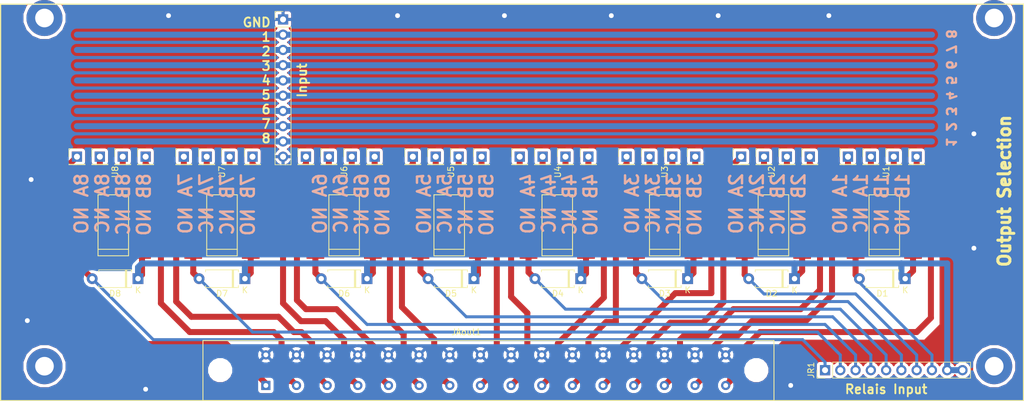
<source format=kicad_pcb>
(kicad_pcb (version 20171130) (host pcbnew 5.0.2-bee76a0~70~ubuntu16.04.1)

  (general
    (thickness 1.6)
    (drawings 11)
    (tracks 395)
    (zones 0)
    (modules 51)
    (nets 59)
  )

  (page A4)
  (layers
    (0 F.Cu signal)
    (31 B.Cu signal)
    (32 B.Adhes user)
    (33 F.Adhes user)
    (34 B.Paste user)
    (35 F.Paste user)
    (36 B.SilkS user)
    (37 F.SilkS user)
    (38 B.Mask user)
    (39 F.Mask user)
    (40 Dwgs.User user)
    (41 Cmts.User user)
    (42 Eco1.User user)
    (43 Eco2.User user)
    (44 Edge.Cuts user)
    (45 Margin user)
    (46 B.CrtYd user)
    (47 F.CrtYd user)
    (48 B.Fab user)
    (49 F.Fab user hide)
  )

  (setup
    (last_trace_width 1)
    (trace_clearance 0.5)
    (zone_clearance 0.508)
    (zone_45_only no)
    (trace_min 0.2)
    (segment_width 0.2)
    (edge_width 0.15)
    (via_size 1)
    (via_drill 0.8)
    (via_min_size 0.4)
    (via_min_drill 0.3)
    (uvia_size 0.3)
    (uvia_drill 0.1)
    (uvias_allowed no)
    (uvia_min_size 0.2)
    (uvia_min_drill 0.1)
    (pcb_text_width 0.3)
    (pcb_text_size 1.5 1.5)
    (mod_edge_width 0.15)
    (mod_text_size 1 1)
    (mod_text_width 0.15)
    (pad_size 1.524 1.524)
    (pad_drill 0.762)
    (pad_to_mask_clearance 0.051)
    (solder_mask_min_width 0.25)
    (aux_axis_origin 0 0)
    (visible_elements FFFFFF7F)
    (pcbplotparams
      (layerselection 0x010fc_ffffffff)
      (usegerberextensions false)
      (usegerberattributes false)
      (usegerberadvancedattributes false)
      (creategerberjobfile false)
      (excludeedgelayer true)
      (linewidth 0.100000)
      (plotframeref false)
      (viasonmask false)
      (mode 1)
      (useauxorigin false)
      (hpglpennumber 1)
      (hpglpenspeed 20)
      (hpglpendiameter 15.000000)
      (psnegative false)
      (psa4output false)
      (plotreference true)
      (plotvalue true)
      (plotinvisibletext false)
      (padsonsilk false)
      (subtractmaskfromsilk false)
      (outputformat 1)
      (mirror false)
      (drillshape 1)
      (scaleselection 1)
      (outputdirectory ""))
  )

  (net 0 "")
  (net 1 /relaysheet/Relais1)
  (net 2 +9V)
  (net 3 /relaysheet/Relais5)
  (net 4 /relaysheet/Relais2)
  (net 5 /relaysheet/Relais6)
  (net 6 /relaysheet/Relais3)
  (net 7 /relaysheet/Relais7)
  (net 8 /relaysheet/Relais4)
  (net 9 /relaysheet/Relais8)
  (net 10 GNDA)
  (net 11 /relaysheet/R1B_out)
  (net 12 /relaysheet/R1A_out)
  (net 13 /relaysheet/R1A_NC)
  (net 14 /relaysheet/R5B_out)
  (net 15 /relaysheet/R5A_out)
  (net 16 /relaysheet/R2B_out)
  (net 17 /relaysheet/R2A_out)
  (net 18 /relaysheet/R6A_out)
  (net 19 /relaysheet/R6B_out)
  (net 20 /relaysheet/R3A_out)
  (net 21 /relaysheet/R3B_out)
  (net 22 /relaysheet/R7B_out)
  (net 23 /relaysheet/R7A_out)
  (net 24 /relaysheet/R4A_out)
  (net 25 /relaysheet/R4B_out)
  (net 26 /relaysheet/R8A_out)
  (net 27 /relaysheet/R8B_out)
  (net 28 /relaysheet/R1B_NC)
  (net 29 /relaysheet/R1A_NO)
  (net 30 /relaysheet/R1B_NO)
  (net 31 /relaysheet/R2A_NC)
  (net 32 /relaysheet/R2B_NC)
  (net 33 /relaysheet/R2A_NO)
  (net 34 /relaysheet/R2B_NO)
  (net 35 /relaysheet/R3A_NC)
  (net 36 /relaysheet/R3B_NC)
  (net 37 /relaysheet/R3A_NO)
  (net 38 /relaysheet/R3B_NO)
  (net 39 /relaysheet/R4A_NC)
  (net 40 /relaysheet/R4B_NC)
  (net 41 /relaysheet/R4A_NO)
  (net 42 /relaysheet/R4B_NO)
  (net 43 /relaysheet/R5A_NC)
  (net 44 /relaysheet/R5B_NC)
  (net 45 /relaysheet/R5A_NO)
  (net 46 /relaysheet/R5B_NO)
  (net 47 /relaysheet/R6A_NC)
  (net 48 /relaysheet/R6B_NC)
  (net 49 /relaysheet/R6A_NO)
  (net 50 /relaysheet/R6B_NO)
  (net 51 /relaysheet/R7A_NC)
  (net 52 /relaysheet/R7B_NC)
  (net 53 /relaysheet/R7A_NO)
  (net 54 /relaysheet/R7B_NO)
  (net 55 /relaysheet/R8A_NC)
  (net 56 /relaysheet/R8B_NC)
  (net 57 /relaysheet/R8A_NO)
  (net 58 /relaysheet/R8B_NO)

  (net_class Default "This is the default net class."
    (clearance 0.5)
    (trace_width 1)
    (via_dia 1)
    (via_drill 0.8)
    (uvia_dia 0.3)
    (uvia_drill 0.1)
    (add_net +9V)
    (add_net /relaysheet/R1A_NC)
    (add_net /relaysheet/R1A_NO)
    (add_net /relaysheet/R1A_out)
    (add_net /relaysheet/R1B_NC)
    (add_net /relaysheet/R1B_NO)
    (add_net /relaysheet/R1B_out)
    (add_net /relaysheet/R2A_NC)
    (add_net /relaysheet/R2A_NO)
    (add_net /relaysheet/R2A_out)
    (add_net /relaysheet/R2B_NC)
    (add_net /relaysheet/R2B_NO)
    (add_net /relaysheet/R2B_out)
    (add_net /relaysheet/R3A_NC)
    (add_net /relaysheet/R3A_NO)
    (add_net /relaysheet/R3A_out)
    (add_net /relaysheet/R3B_NC)
    (add_net /relaysheet/R3B_NO)
    (add_net /relaysheet/R3B_out)
    (add_net /relaysheet/R4A_NC)
    (add_net /relaysheet/R4A_NO)
    (add_net /relaysheet/R4A_out)
    (add_net /relaysheet/R4B_NC)
    (add_net /relaysheet/R4B_NO)
    (add_net /relaysheet/R4B_out)
    (add_net /relaysheet/R5A_NC)
    (add_net /relaysheet/R5A_NO)
    (add_net /relaysheet/R5A_out)
    (add_net /relaysheet/R5B_NC)
    (add_net /relaysheet/R5B_NO)
    (add_net /relaysheet/R5B_out)
    (add_net /relaysheet/R6A_NC)
    (add_net /relaysheet/R6A_NO)
    (add_net /relaysheet/R6A_out)
    (add_net /relaysheet/R6B_NC)
    (add_net /relaysheet/R6B_NO)
    (add_net /relaysheet/R6B_out)
    (add_net /relaysheet/R7A_NC)
    (add_net /relaysheet/R7A_NO)
    (add_net /relaysheet/R7A_out)
    (add_net /relaysheet/R7B_NC)
    (add_net /relaysheet/R7B_NO)
    (add_net /relaysheet/R7B_out)
    (add_net /relaysheet/R8A_NC)
    (add_net /relaysheet/R8A_NO)
    (add_net /relaysheet/R8A_out)
    (add_net /relaysheet/R8B_NC)
    (add_net /relaysheet/R8B_NO)
    (add_net /relaysheet/R8B_out)
    (add_net /relaysheet/Relais1)
    (add_net /relaysheet/Relais2)
    (add_net /relaysheet/Relais3)
    (add_net /relaysheet/Relais4)
    (add_net /relaysheet/Relais5)
    (add_net /relaysheet/Relais6)
    (add_net /relaysheet/Relais7)
    (add_net /relaysheet/Relais8)
    (add_net GNDA)
  )

  (module footprints:NEC-EB2-12NU (layer F.Cu) (tedit 5CD1A950) (tstamp 5CD2D6D0)
    (at 159.72 49.53 90)
    (path /5CD2BD35/5CD2D6AA)
    (fp_text reference U1 (at 8.89 0.3 90) (layer F.SilkS)
      (effects (font (size 1 1) (thickness 0.15)))
    )
    (fp_text value NEC-EB2-12NU (at 0 0 90) (layer F.Fab)
      (effects (font (size 1 1) (thickness 0.15)))
    )
    (fp_line (start -7.15 -4.65) (end 7.15 -4.65) (layer F.Fab) (width 0.15))
    (fp_line (start 7.15 -4.65) (end 7.15 4.65) (layer F.Fab) (width 0.15))
    (fp_line (start 7.15 4.65) (end -7.15 4.65) (layer F.Fab) (width 0.15))
    (fp_line (start -7.15 4.65) (end -7.15 -4.65) (layer F.Fab) (width 0.15))
    (fp_line (start -6 -4.65) (end -6 4.65) (layer F.Fab) (width 0.15))
    (fp_line (start -5.08 -2.54) (end 5.08 -2.54) (layer F.SilkS) (width 0.15))
    (fp_line (start 5.08 -2.54) (end 5.08 2.54) (layer F.SilkS) (width 0.15))
    (fp_line (start 5.08 2.54) (end -5.08 2.54) (layer F.SilkS) (width 0.15))
    (fp_line (start -5.08 2.54) (end -5.08 -2.54) (layer F.SilkS) (width 0.15))
    (fp_line (start -4 -2.54) (end -4 2.54) (layer F.SilkS) (width 0.15))
    (pad 1 smd rect (at -5.08 -4.78 90) (size 1 2.94) (layers F.Cu F.Paste F.Mask)
      (net 1 /relaysheet/Relais1))
    (pad 2 smd rect (at -2.54 -4.78 90) (size 1 2.94) (layers F.Cu F.Paste F.Mask)
      (net 13 /relaysheet/R1A_NC))
    (pad 3 smd rect (at 0 -4.78 90) (size 1 2.94) (layers F.Cu F.Paste F.Mask)
      (net 12 /relaysheet/R1A_out))
    (pad 4 smd rect (at 2.54 -4.78 90) (size 1 2.94) (layers F.Cu F.Paste F.Mask)
      (net 29 /relaysheet/R1A_NO))
    (pad 5 smd rect (at 5.08 -4.78 90) (size 1 2.94) (layers F.Cu F.Paste F.Mask))
    (pad 6 smd rect (at 5.08 4.78 90) (size 1 2.94) (layers F.Cu F.Paste F.Mask))
    (pad 7 smd rect (at 2.54 4.78 90) (size 1 2.94) (layers F.Cu F.Paste F.Mask)
      (net 30 /relaysheet/R1B_NO))
    (pad 8 smd rect (at 0 4.78 90) (size 1 2.94) (layers F.Cu F.Paste F.Mask)
      (net 11 /relaysheet/R1B_out))
    (pad 9 smd rect (at -2.54 4.78 90) (size 1 2.94) (layers F.Cu F.Paste F.Mask)
      (net 28 /relaysheet/R1B_NC))
    (pad 10 smd rect (at -5.08 4.78 90) (size 1 2.94) (layers F.Cu F.Paste F.Mask)
      (net 2 +9V))
  )

  (module footprints:NEC-EB2-12NU (layer F.Cu) (tedit 5CD1A950) (tstamp 5CD2F79B)
    (at 141.27 49.53 90)
    (path /5CD2BD35/5CD30362)
    (fp_text reference U2 (at 8.89 -0.3 90) (layer F.SilkS)
      (effects (font (size 1 1) (thickness 0.15)))
    )
    (fp_text value NEC-EB2-12NU (at 0 0 90) (layer F.Fab)
      (effects (font (size 1 1) (thickness 0.15)))
    )
    (fp_line (start -7.15 -4.65) (end 7.15 -4.65) (layer F.Fab) (width 0.15))
    (fp_line (start 7.15 -4.65) (end 7.15 4.65) (layer F.Fab) (width 0.15))
    (fp_line (start 7.15 4.65) (end -7.15 4.65) (layer F.Fab) (width 0.15))
    (fp_line (start -7.15 4.65) (end -7.15 -4.65) (layer F.Fab) (width 0.15))
    (fp_line (start -6 -4.65) (end -6 4.65) (layer F.Fab) (width 0.15))
    (fp_line (start -5.08 -2.54) (end 5.08 -2.54) (layer F.SilkS) (width 0.15))
    (fp_line (start 5.08 -2.54) (end 5.08 2.54) (layer F.SilkS) (width 0.15))
    (fp_line (start 5.08 2.54) (end -5.08 2.54) (layer F.SilkS) (width 0.15))
    (fp_line (start -5.08 2.54) (end -5.08 -2.54) (layer F.SilkS) (width 0.15))
    (fp_line (start -4 -2.54) (end -4 2.54) (layer F.SilkS) (width 0.15))
    (pad 1 smd rect (at -5.08 -4.78 90) (size 1 2.94) (layers F.Cu F.Paste F.Mask)
      (net 4 /relaysheet/Relais2))
    (pad 2 smd rect (at -2.54 -4.78 90) (size 1 2.94) (layers F.Cu F.Paste F.Mask)
      (net 31 /relaysheet/R2A_NC))
    (pad 3 smd rect (at 0 -4.78 90) (size 1 2.94) (layers F.Cu F.Paste F.Mask)
      (net 17 /relaysheet/R2A_out))
    (pad 4 smd rect (at 2.54 -4.78 90) (size 1 2.94) (layers F.Cu F.Paste F.Mask)
      (net 33 /relaysheet/R2A_NO))
    (pad 5 smd rect (at 5.08 -4.78 90) (size 1 2.94) (layers F.Cu F.Paste F.Mask))
    (pad 6 smd rect (at 5.08 4.78 90) (size 1 2.94) (layers F.Cu F.Paste F.Mask))
    (pad 7 smd rect (at 2.54 4.78 90) (size 1 2.94) (layers F.Cu F.Paste F.Mask)
      (net 34 /relaysheet/R2B_NO))
    (pad 8 smd rect (at 0 4.78 90) (size 1 2.94) (layers F.Cu F.Paste F.Mask)
      (net 16 /relaysheet/R2B_out))
    (pad 9 smd rect (at -2.54 4.78 90) (size 1 2.94) (layers F.Cu F.Paste F.Mask)
      (net 32 /relaysheet/R2B_NC))
    (pad 10 smd rect (at -5.08 4.78 90) (size 1 2.94) (layers F.Cu F.Paste F.Mask)
      (net 2 +9V))
  )

  (module footprints:NEC-EB2-12NU (layer F.Cu) (tedit 5CD1A950) (tstamp 5CD2D700)
    (at 123.19 49.53 90)
    (path /5CD2BD35/5CD316D2)
    (fp_text reference U3 (at 8.89 0 90) (layer F.SilkS)
      (effects (font (size 1 1) (thickness 0.15)))
    )
    (fp_text value NEC-EB2-12NU (at 0 0 90) (layer F.Fab)
      (effects (font (size 1 1) (thickness 0.15)))
    )
    (fp_line (start -7.15 -4.65) (end 7.15 -4.65) (layer F.Fab) (width 0.15))
    (fp_line (start 7.15 -4.65) (end 7.15 4.65) (layer F.Fab) (width 0.15))
    (fp_line (start 7.15 4.65) (end -7.15 4.65) (layer F.Fab) (width 0.15))
    (fp_line (start -7.15 4.65) (end -7.15 -4.65) (layer F.Fab) (width 0.15))
    (fp_line (start -6 -4.65) (end -6 4.65) (layer F.Fab) (width 0.15))
    (fp_line (start -5.08 -2.54) (end 5.08 -2.54) (layer F.SilkS) (width 0.15))
    (fp_line (start 5.08 -2.54) (end 5.08 2.54) (layer F.SilkS) (width 0.15))
    (fp_line (start 5.08 2.54) (end -5.08 2.54) (layer F.SilkS) (width 0.15))
    (fp_line (start -5.08 2.54) (end -5.08 -2.54) (layer F.SilkS) (width 0.15))
    (fp_line (start -4 -2.54) (end -4 2.54) (layer F.SilkS) (width 0.15))
    (pad 1 smd rect (at -5.08 -4.78 90) (size 1 2.94) (layers F.Cu F.Paste F.Mask)
      (net 6 /relaysheet/Relais3))
    (pad 2 smd rect (at -2.54 -4.78 90) (size 1 2.94) (layers F.Cu F.Paste F.Mask)
      (net 35 /relaysheet/R3A_NC))
    (pad 3 smd rect (at 0 -4.78 90) (size 1 2.94) (layers F.Cu F.Paste F.Mask)
      (net 20 /relaysheet/R3A_out))
    (pad 4 smd rect (at 2.54 -4.78 90) (size 1 2.94) (layers F.Cu F.Paste F.Mask)
      (net 37 /relaysheet/R3A_NO))
    (pad 5 smd rect (at 5.08 -4.78 90) (size 1 2.94) (layers F.Cu F.Paste F.Mask))
    (pad 6 smd rect (at 5.08 4.78 90) (size 1 2.94) (layers F.Cu F.Paste F.Mask))
    (pad 7 smd rect (at 2.54 4.78 90) (size 1 2.94) (layers F.Cu F.Paste F.Mask)
      (net 38 /relaysheet/R3B_NO))
    (pad 8 smd rect (at 0 4.78 90) (size 1 2.94) (layers F.Cu F.Paste F.Mask)
      (net 21 /relaysheet/R3B_out))
    (pad 9 smd rect (at -2.54 4.78 90) (size 1 2.94) (layers F.Cu F.Paste F.Mask)
      (net 36 /relaysheet/R3B_NC))
    (pad 10 smd rect (at -5.08 4.78 90) (size 1 2.94) (layers F.Cu F.Paste F.Mask)
      (net 2 +9V))
  )

  (module footprints:NEC-EB2-12NU (layer F.Cu) (tedit 5CD1A950) (tstamp 5CD30B02)
    (at 105.31 49.53 90)
    (path /5CD2BD35/5CD31724)
    (fp_text reference U4 (at 8.89 0.1 90) (layer F.SilkS)
      (effects (font (size 1 1) (thickness 0.15)))
    )
    (fp_text value NEC-EB2-12NU (at 0 0 90) (layer F.Fab)
      (effects (font (size 1 1) (thickness 0.15)))
    )
    (fp_line (start -4 -2.54) (end -4 2.54) (layer F.SilkS) (width 0.15))
    (fp_line (start -5.08 2.54) (end -5.08 -2.54) (layer F.SilkS) (width 0.15))
    (fp_line (start 5.08 2.54) (end -5.08 2.54) (layer F.SilkS) (width 0.15))
    (fp_line (start 5.08 -2.54) (end 5.08 2.54) (layer F.SilkS) (width 0.15))
    (fp_line (start -5.08 -2.54) (end 5.08 -2.54) (layer F.SilkS) (width 0.15))
    (fp_line (start -6 -4.65) (end -6 4.65) (layer F.Fab) (width 0.15))
    (fp_line (start -7.15 4.65) (end -7.15 -4.65) (layer F.Fab) (width 0.15))
    (fp_line (start 7.15 4.65) (end -7.15 4.65) (layer F.Fab) (width 0.15))
    (fp_line (start 7.15 -4.65) (end 7.15 4.65) (layer F.Fab) (width 0.15))
    (fp_line (start -7.15 -4.65) (end 7.15 -4.65) (layer F.Fab) (width 0.15))
    (pad 10 smd rect (at -5.08 4.78 90) (size 1 2.94) (layers F.Cu F.Paste F.Mask)
      (net 2 +9V))
    (pad 9 smd rect (at -2.54 4.78 90) (size 1 2.94) (layers F.Cu F.Paste F.Mask)
      (net 40 /relaysheet/R4B_NC))
    (pad 8 smd rect (at 0 4.78 90) (size 1 2.94) (layers F.Cu F.Paste F.Mask)
      (net 25 /relaysheet/R4B_out))
    (pad 7 smd rect (at 2.54 4.78 90) (size 1 2.94) (layers F.Cu F.Paste F.Mask)
      (net 42 /relaysheet/R4B_NO))
    (pad 6 smd rect (at 5.08 4.78 90) (size 1 2.94) (layers F.Cu F.Paste F.Mask))
    (pad 5 smd rect (at 5.08 -4.78 90) (size 1 2.94) (layers F.Cu F.Paste F.Mask))
    (pad 4 smd rect (at 2.54 -4.78 90) (size 1 2.94) (layers F.Cu F.Paste F.Mask)
      (net 41 /relaysheet/R4A_NO))
    (pad 3 smd rect (at 0 -4.78 90) (size 1 2.94) (layers F.Cu F.Paste F.Mask)
      (net 24 /relaysheet/R4A_out))
    (pad 2 smd rect (at -2.54 -4.78 90) (size 1 2.94) (layers F.Cu F.Paste F.Mask)
      (net 39 /relaysheet/R4A_NC))
    (pad 1 smd rect (at -5.08 -4.78 90) (size 1 2.94) (layers F.Cu F.Paste F.Mask)
      (net 8 /relaysheet/Relais4))
  )

  (module footprints:NEC-EB2-12NU (layer F.Cu) (tedit 5CD1A950) (tstamp 5CD2D730)
    (at 87.33 49.53 90)
    (path /5CD2BD35/5CD2FCCA)
    (fp_text reference U5 (at 8.89 0.3 90) (layer F.SilkS)
      (effects (font (size 1 1) (thickness 0.15)))
    )
    (fp_text value NEC-EB2-12NU (at 0 0 90) (layer F.Fab)
      (effects (font (size 1 1) (thickness 0.15)))
    )
    (fp_line (start -4 -2.54) (end -4 2.54) (layer F.SilkS) (width 0.15))
    (fp_line (start -5.08 2.54) (end -5.08 -2.54) (layer F.SilkS) (width 0.15))
    (fp_line (start 5.08 2.54) (end -5.08 2.54) (layer F.SilkS) (width 0.15))
    (fp_line (start 5.08 -2.54) (end 5.08 2.54) (layer F.SilkS) (width 0.15))
    (fp_line (start -5.08 -2.54) (end 5.08 -2.54) (layer F.SilkS) (width 0.15))
    (fp_line (start -6 -4.65) (end -6 4.65) (layer F.Fab) (width 0.15))
    (fp_line (start -7.15 4.65) (end -7.15 -4.65) (layer F.Fab) (width 0.15))
    (fp_line (start 7.15 4.65) (end -7.15 4.65) (layer F.Fab) (width 0.15))
    (fp_line (start 7.15 -4.65) (end 7.15 4.65) (layer F.Fab) (width 0.15))
    (fp_line (start -7.15 -4.65) (end 7.15 -4.65) (layer F.Fab) (width 0.15))
    (pad 10 smd rect (at -5.08 4.78 90) (size 1 2.94) (layers F.Cu F.Paste F.Mask)
      (net 2 +9V))
    (pad 9 smd rect (at -2.54 4.78 90) (size 1 2.94) (layers F.Cu F.Paste F.Mask)
      (net 44 /relaysheet/R5B_NC))
    (pad 8 smd rect (at 0 4.78 90) (size 1 2.94) (layers F.Cu F.Paste F.Mask)
      (net 14 /relaysheet/R5B_out))
    (pad 7 smd rect (at 2.54 4.78 90) (size 1 2.94) (layers F.Cu F.Paste F.Mask)
      (net 46 /relaysheet/R5B_NO))
    (pad 6 smd rect (at 5.08 4.78 90) (size 1 2.94) (layers F.Cu F.Paste F.Mask))
    (pad 5 smd rect (at 5.08 -4.78 90) (size 1 2.94) (layers F.Cu F.Paste F.Mask))
    (pad 4 smd rect (at 2.54 -4.78 90) (size 1 2.94) (layers F.Cu F.Paste F.Mask)
      (net 45 /relaysheet/R5A_NO))
    (pad 3 smd rect (at 0 -4.78 90) (size 1 2.94) (layers F.Cu F.Paste F.Mask)
      (net 15 /relaysheet/R5A_out))
    (pad 2 smd rect (at -2.54 -4.78 90) (size 1 2.94) (layers F.Cu F.Paste F.Mask)
      (net 43 /relaysheet/R5A_NC))
    (pad 1 smd rect (at -5.08 -4.78 90) (size 1 2.94) (layers F.Cu F.Paste F.Mask)
      (net 3 /relaysheet/Relais5))
  )

  (module footprints:NEC-EB2-12NU (layer F.Cu) (tedit 5CD1A950) (tstamp 5CD2D748)
    (at 69.85 49.53 90)
    (path /5CD2BD35/5CD3038B)
    (fp_text reference U6 (at 8.89 0 90) (layer F.SilkS)
      (effects (font (size 1 1) (thickness 0.15)))
    )
    (fp_text value NEC-EB2-12NU (at 0 0 90) (layer F.Fab)
      (effects (font (size 1 1) (thickness 0.15)))
    )
    (fp_line (start -4 -2.54) (end -4 2.54) (layer F.SilkS) (width 0.15))
    (fp_line (start -5.08 2.54) (end -5.08 -2.54) (layer F.SilkS) (width 0.15))
    (fp_line (start 5.08 2.54) (end -5.08 2.54) (layer F.SilkS) (width 0.15))
    (fp_line (start 5.08 -2.54) (end 5.08 2.54) (layer F.SilkS) (width 0.15))
    (fp_line (start -5.08 -2.54) (end 5.08 -2.54) (layer F.SilkS) (width 0.15))
    (fp_line (start -6 -4.65) (end -6 4.65) (layer F.Fab) (width 0.15))
    (fp_line (start -7.15 4.65) (end -7.15 -4.65) (layer F.Fab) (width 0.15))
    (fp_line (start 7.15 4.65) (end -7.15 4.65) (layer F.Fab) (width 0.15))
    (fp_line (start 7.15 -4.65) (end 7.15 4.65) (layer F.Fab) (width 0.15))
    (fp_line (start -7.15 -4.65) (end 7.15 -4.65) (layer F.Fab) (width 0.15))
    (pad 10 smd rect (at -5.08 4.78 90) (size 1 2.94) (layers F.Cu F.Paste F.Mask)
      (net 2 +9V))
    (pad 9 smd rect (at -2.54 4.78 90) (size 1 2.94) (layers F.Cu F.Paste F.Mask)
      (net 48 /relaysheet/R6B_NC))
    (pad 8 smd rect (at 0 4.78 90) (size 1 2.94) (layers F.Cu F.Paste F.Mask)
      (net 19 /relaysheet/R6B_out))
    (pad 7 smd rect (at 2.54 4.78 90) (size 1 2.94) (layers F.Cu F.Paste F.Mask)
      (net 50 /relaysheet/R6B_NO))
    (pad 6 smd rect (at 5.08 4.78 90) (size 1 2.94) (layers F.Cu F.Paste F.Mask))
    (pad 5 smd rect (at 5.08 -4.78 90) (size 1 2.94) (layers F.Cu F.Paste F.Mask))
    (pad 4 smd rect (at 2.54 -4.78 90) (size 1 2.94) (layers F.Cu F.Paste F.Mask)
      (net 49 /relaysheet/R6A_NO))
    (pad 3 smd rect (at 0 -4.78 90) (size 1 2.94) (layers F.Cu F.Paste F.Mask)
      (net 18 /relaysheet/R6A_out))
    (pad 2 smd rect (at -2.54 -4.78 90) (size 1 2.94) (layers F.Cu F.Paste F.Mask)
      (net 47 /relaysheet/R6A_NC))
    (pad 1 smd rect (at -5.08 -4.78 90) (size 1 2.94) (layers F.Cu F.Paste F.Mask)
      (net 5 /relaysheet/Relais6))
  )

  (module footprints:NEC-EB2-12NU (layer F.Cu) (tedit 5CD1A950) (tstamp 5CD2DE4A)
    (at 49.53 49.53 90)
    (path /5CD2BD35/5CD316FB)
    (fp_text reference U7 (at 8.89 0 90) (layer F.SilkS)
      (effects (font (size 1 1) (thickness 0.15)))
    )
    (fp_text value NEC-EB2-12NU (at 0 0 90) (layer F.Fab)
      (effects (font (size 1 1) (thickness 0.15)))
    )
    (fp_line (start -4 -2.54) (end -4 2.54) (layer F.SilkS) (width 0.15))
    (fp_line (start -5.08 2.54) (end -5.08 -2.54) (layer F.SilkS) (width 0.15))
    (fp_line (start 5.08 2.54) (end -5.08 2.54) (layer F.SilkS) (width 0.15))
    (fp_line (start 5.08 -2.54) (end 5.08 2.54) (layer F.SilkS) (width 0.15))
    (fp_line (start -5.08 -2.54) (end 5.08 -2.54) (layer F.SilkS) (width 0.15))
    (fp_line (start -6 -4.65) (end -6 4.65) (layer F.Fab) (width 0.15))
    (fp_line (start -7.15 4.65) (end -7.15 -4.65) (layer F.Fab) (width 0.15))
    (fp_line (start 7.15 4.65) (end -7.15 4.65) (layer F.Fab) (width 0.15))
    (fp_line (start 7.15 -4.65) (end 7.15 4.65) (layer F.Fab) (width 0.15))
    (fp_line (start -7.15 -4.65) (end 7.15 -4.65) (layer F.Fab) (width 0.15))
    (pad 10 smd rect (at -5.08 4.78 90) (size 1 2.94) (layers F.Cu F.Paste F.Mask)
      (net 2 +9V))
    (pad 9 smd rect (at -2.54 4.78 90) (size 1 2.94) (layers F.Cu F.Paste F.Mask)
      (net 52 /relaysheet/R7B_NC))
    (pad 8 smd rect (at 0 4.78 90) (size 1 2.94) (layers F.Cu F.Paste F.Mask)
      (net 22 /relaysheet/R7B_out))
    (pad 7 smd rect (at 2.54 4.78 90) (size 1 2.94) (layers F.Cu F.Paste F.Mask)
      (net 54 /relaysheet/R7B_NO))
    (pad 6 smd rect (at 5.08 4.78 90) (size 1 2.94) (layers F.Cu F.Paste F.Mask))
    (pad 5 smd rect (at 5.08 -4.78 90) (size 1 2.94) (layers F.Cu F.Paste F.Mask))
    (pad 4 smd rect (at 2.54 -4.78 90) (size 1 2.94) (layers F.Cu F.Paste F.Mask)
      (net 53 /relaysheet/R7A_NO))
    (pad 3 smd rect (at 0 -4.78 90) (size 1 2.94) (layers F.Cu F.Paste F.Mask)
      (net 23 /relaysheet/R7A_out))
    (pad 2 smd rect (at -2.54 -4.78 90) (size 1 2.94) (layers F.Cu F.Paste F.Mask)
      (net 51 /relaysheet/R7A_NC))
    (pad 1 smd rect (at -5.08 -4.78 90) (size 1 2.94) (layers F.Cu F.Paste F.Mask)
      (net 7 /relaysheet/Relais7))
  )

  (module footprints:NEC-EB2-12NU (layer F.Cu) (tedit 5CD1A950) (tstamp 5CD30EC6)
    (at 31.45 49.53 90)
    (path /5CD2BD35/5CD3174D)
    (fp_text reference U8 (at 8.89 0.3 90) (layer F.SilkS)
      (effects (font (size 1 1) (thickness 0.15)))
    )
    (fp_text value NEC-EB2-12NU (at 0 0 90) (layer F.Fab)
      (effects (font (size 1 1) (thickness 0.15)))
    )
    (fp_line (start -4 -2.54) (end -4 2.54) (layer F.SilkS) (width 0.15))
    (fp_line (start -5.08 2.54) (end -5.08 -2.54) (layer F.SilkS) (width 0.15))
    (fp_line (start 5.08 2.54) (end -5.08 2.54) (layer F.SilkS) (width 0.15))
    (fp_line (start 5.08 -2.54) (end 5.08 2.54) (layer F.SilkS) (width 0.15))
    (fp_line (start -5.08 -2.54) (end 5.08 -2.54) (layer F.SilkS) (width 0.15))
    (fp_line (start -6 -4.65) (end -6 4.65) (layer F.Fab) (width 0.15))
    (fp_line (start -7.15 4.65) (end -7.15 -4.65) (layer F.Fab) (width 0.15))
    (fp_line (start 7.15 4.65) (end -7.15 4.65) (layer F.Fab) (width 0.15))
    (fp_line (start 7.15 -4.65) (end 7.15 4.65) (layer F.Fab) (width 0.15))
    (fp_line (start -7.15 -4.65) (end 7.15 -4.65) (layer F.Fab) (width 0.15))
    (pad 10 smd rect (at -5.08 4.78 90) (size 1 2.94) (layers F.Cu F.Paste F.Mask)
      (net 2 +9V))
    (pad 9 smd rect (at -2.54 4.78 90) (size 1 2.94) (layers F.Cu F.Paste F.Mask)
      (net 56 /relaysheet/R8B_NC))
    (pad 8 smd rect (at 0 4.78 90) (size 1 2.94) (layers F.Cu F.Paste F.Mask)
      (net 27 /relaysheet/R8B_out))
    (pad 7 smd rect (at 2.54 4.78 90) (size 1 2.94) (layers F.Cu F.Paste F.Mask)
      (net 58 /relaysheet/R8B_NO))
    (pad 6 smd rect (at 5.08 4.78 90) (size 1 2.94) (layers F.Cu F.Paste F.Mask))
    (pad 5 smd rect (at 5.08 -4.78 90) (size 1 2.94) (layers F.Cu F.Paste F.Mask))
    (pad 4 smd rect (at 2.54 -4.78 90) (size 1 2.94) (layers F.Cu F.Paste F.Mask)
      (net 57 /relaysheet/R8A_NO))
    (pad 3 smd rect (at 0 -4.78 90) (size 1 2.94) (layers F.Cu F.Paste F.Mask)
      (net 26 /relaysheet/R8A_out))
    (pad 2 smd rect (at -2.54 -4.78 90) (size 1 2.94) (layers F.Cu F.Paste F.Mask)
      (net 55 /relaysheet/R8A_NC))
    (pad 1 smd rect (at -5.08 -4.78 90) (size 1 2.94) (layers F.Cu F.Paste F.Mask)
      (net 9 /relaysheet/Relais8))
  )

  (module Diode_THT:D_A-405_P7.62mm_Horizontal (layer F.Cu) (tedit 5AE50CD5) (tstamp 5CD2F417)
    (at 163.195 58.42 180)
    (descr "Diode, A-405 series, Axial, Horizontal, pin pitch=7.62mm, , length*diameter=5.2*2.7mm^2, , http://www.diodes.com/_files/packages/A-405.pdf")
    (tags "Diode A-405 series Axial Horizontal pin pitch 7.62mm  length 5.2mm diameter 2.7mm")
    (path /5CD2BD35/5CD2E7CE)
    (fp_text reference D1 (at 3.81 -2.47 180) (layer F.SilkS)
      (effects (font (size 1 1) (thickness 0.15)))
    )
    (fp_text value D (at 3.81 2.47 180) (layer F.Fab)
      (effects (font (size 1 1) (thickness 0.15)))
    )
    (fp_line (start 1.21 -1.35) (end 1.21 1.35) (layer F.Fab) (width 0.1))
    (fp_line (start 1.21 1.35) (end 6.41 1.35) (layer F.Fab) (width 0.1))
    (fp_line (start 6.41 1.35) (end 6.41 -1.35) (layer F.Fab) (width 0.1))
    (fp_line (start 6.41 -1.35) (end 1.21 -1.35) (layer F.Fab) (width 0.1))
    (fp_line (start 0 0) (end 1.21 0) (layer F.Fab) (width 0.1))
    (fp_line (start 7.62 0) (end 6.41 0) (layer F.Fab) (width 0.1))
    (fp_line (start 1.99 -1.35) (end 1.99 1.35) (layer F.Fab) (width 0.1))
    (fp_line (start 2.09 -1.35) (end 2.09 1.35) (layer F.Fab) (width 0.1))
    (fp_line (start 1.89 -1.35) (end 1.89 1.35) (layer F.Fab) (width 0.1))
    (fp_line (start 1.09 -1.14) (end 1.09 -1.47) (layer F.SilkS) (width 0.12))
    (fp_line (start 1.09 -1.47) (end 6.53 -1.47) (layer F.SilkS) (width 0.12))
    (fp_line (start 6.53 -1.47) (end 6.53 -1.14) (layer F.SilkS) (width 0.12))
    (fp_line (start 1.09 1.14) (end 1.09 1.47) (layer F.SilkS) (width 0.12))
    (fp_line (start 1.09 1.47) (end 6.53 1.47) (layer F.SilkS) (width 0.12))
    (fp_line (start 6.53 1.47) (end 6.53 1.14) (layer F.SilkS) (width 0.12))
    (fp_line (start 1.99 -1.47) (end 1.99 1.47) (layer F.SilkS) (width 0.12))
    (fp_line (start 2.11 -1.47) (end 2.11 1.47) (layer F.SilkS) (width 0.12))
    (fp_line (start 1.87 -1.47) (end 1.87 1.47) (layer F.SilkS) (width 0.12))
    (fp_line (start -1.15 -1.6) (end -1.15 1.6) (layer F.CrtYd) (width 0.05))
    (fp_line (start -1.15 1.6) (end 8.77 1.6) (layer F.CrtYd) (width 0.05))
    (fp_line (start 8.77 1.6) (end 8.77 -1.6) (layer F.CrtYd) (width 0.05))
    (fp_line (start 8.77 -1.6) (end -1.15 -1.6) (layer F.CrtYd) (width 0.05))
    (fp_text user %R (at 4.2 0 180) (layer F.Fab)
      (effects (font (size 1 1) (thickness 0.15)))
    )
    (fp_text user K (at 0 -1.9 180) (layer F.Fab)
      (effects (font (size 1 1) (thickness 0.15)))
    )
    (fp_text user K (at 0 -1.9 180) (layer F.SilkS)
      (effects (font (size 1 1) (thickness 0.15)))
    )
    (pad 1 thru_hole rect (at 0 0 180) (size 1.8 1.8) (drill 0.9) (layers *.Cu *.Mask)
      (net 2 +9V))
    (pad 2 thru_hole oval (at 7.62 0 180) (size 1.8 1.8) (drill 0.9) (layers *.Cu *.Mask)
      (net 1 /relaysheet/Relais1))
    (model ${KISYS3DMOD}/Diode_THT.3dshapes/D_A-405_P7.62mm_Horizontal.wrl
      (at (xyz 0 0 0))
      (scale (xyz 1 1 1))
      (rotate (xyz 0 0 0))
    )
  )

  (module Diode_THT:D_A-405_P7.62mm_Horizontal (layer F.Cu) (tedit 5AE50CD5) (tstamp 5CD2F435)
    (at 144.78 58.42 180)
    (descr "Diode, A-405 series, Axial, Horizontal, pin pitch=7.62mm, , length*diameter=5.2*2.7mm^2, , http://www.diodes.com/_files/packages/A-405.pdf")
    (tags "Diode A-405 series Axial Horizontal pin pitch 7.62mm  length 5.2mm diameter 2.7mm")
    (path /5CD2BD35/5CD3037D)
    (fp_text reference D2 (at 3.81 -2.47 180) (layer F.SilkS)
      (effects (font (size 1 1) (thickness 0.15)))
    )
    (fp_text value D (at 3.81 2.47 180) (layer F.Fab)
      (effects (font (size 1 1) (thickness 0.15)))
    )
    (fp_text user K (at 0 -1.9 180) (layer F.SilkS)
      (effects (font (size 1 1) (thickness 0.15)))
    )
    (fp_text user K (at 0 -1.9 180) (layer F.Fab)
      (effects (font (size 1 1) (thickness 0.15)))
    )
    (fp_text user %R (at 4.2 0 180) (layer F.Fab)
      (effects (font (size 1 1) (thickness 0.15)))
    )
    (fp_line (start 8.77 -1.6) (end -1.15 -1.6) (layer F.CrtYd) (width 0.05))
    (fp_line (start 8.77 1.6) (end 8.77 -1.6) (layer F.CrtYd) (width 0.05))
    (fp_line (start -1.15 1.6) (end 8.77 1.6) (layer F.CrtYd) (width 0.05))
    (fp_line (start -1.15 -1.6) (end -1.15 1.6) (layer F.CrtYd) (width 0.05))
    (fp_line (start 1.87 -1.47) (end 1.87 1.47) (layer F.SilkS) (width 0.12))
    (fp_line (start 2.11 -1.47) (end 2.11 1.47) (layer F.SilkS) (width 0.12))
    (fp_line (start 1.99 -1.47) (end 1.99 1.47) (layer F.SilkS) (width 0.12))
    (fp_line (start 6.53 1.47) (end 6.53 1.14) (layer F.SilkS) (width 0.12))
    (fp_line (start 1.09 1.47) (end 6.53 1.47) (layer F.SilkS) (width 0.12))
    (fp_line (start 1.09 1.14) (end 1.09 1.47) (layer F.SilkS) (width 0.12))
    (fp_line (start 6.53 -1.47) (end 6.53 -1.14) (layer F.SilkS) (width 0.12))
    (fp_line (start 1.09 -1.47) (end 6.53 -1.47) (layer F.SilkS) (width 0.12))
    (fp_line (start 1.09 -1.14) (end 1.09 -1.47) (layer F.SilkS) (width 0.12))
    (fp_line (start 1.89 -1.35) (end 1.89 1.35) (layer F.Fab) (width 0.1))
    (fp_line (start 2.09 -1.35) (end 2.09 1.35) (layer F.Fab) (width 0.1))
    (fp_line (start 1.99 -1.35) (end 1.99 1.35) (layer F.Fab) (width 0.1))
    (fp_line (start 7.62 0) (end 6.41 0) (layer F.Fab) (width 0.1))
    (fp_line (start 0 0) (end 1.21 0) (layer F.Fab) (width 0.1))
    (fp_line (start 6.41 -1.35) (end 1.21 -1.35) (layer F.Fab) (width 0.1))
    (fp_line (start 6.41 1.35) (end 6.41 -1.35) (layer F.Fab) (width 0.1))
    (fp_line (start 1.21 1.35) (end 6.41 1.35) (layer F.Fab) (width 0.1))
    (fp_line (start 1.21 -1.35) (end 1.21 1.35) (layer F.Fab) (width 0.1))
    (pad 2 thru_hole oval (at 7.62 0 180) (size 1.8 1.8) (drill 0.9) (layers *.Cu *.Mask)
      (net 4 /relaysheet/Relais2))
    (pad 1 thru_hole rect (at 0 0 180) (size 1.8 1.8) (drill 0.9) (layers *.Cu *.Mask)
      (net 2 +9V))
    (model ${KISYS3DMOD}/Diode_THT.3dshapes/D_A-405_P7.62mm_Horizontal.wrl
      (at (xyz 0 0 0))
      (scale (xyz 1 1 1))
      (rotate (xyz 0 0 0))
    )
  )

  (module Diode_THT:D_A-405_P7.62mm_Horizontal (layer F.Cu) (tedit 5AE50CD5) (tstamp 5CD2F453)
    (at 127 58.42 180)
    (descr "Diode, A-405 series, Axial, Horizontal, pin pitch=7.62mm, , length*diameter=5.2*2.7mm^2, , http://www.diodes.com/_files/packages/A-405.pdf")
    (tags "Diode A-405 series Axial Horizontal pin pitch 7.62mm  length 5.2mm diameter 2.7mm")
    (path /5CD2BD35/5CD316ED)
    (fp_text reference D3 (at 3.81 -2.47 180) (layer F.SilkS)
      (effects (font (size 1 1) (thickness 0.15)))
    )
    (fp_text value D (at 3.81 2.47 180) (layer F.Fab)
      (effects (font (size 1 1) (thickness 0.15)))
    )
    (fp_text user K (at 0 -1.9 180) (layer F.SilkS)
      (effects (font (size 1 1) (thickness 0.15)))
    )
    (fp_text user K (at 0 -1.9 180) (layer F.Fab)
      (effects (font (size 1 1) (thickness 0.15)))
    )
    (fp_text user %R (at 4.2 0 180) (layer F.Fab)
      (effects (font (size 1 1) (thickness 0.15)))
    )
    (fp_line (start 8.77 -1.6) (end -1.15 -1.6) (layer F.CrtYd) (width 0.05))
    (fp_line (start 8.77 1.6) (end 8.77 -1.6) (layer F.CrtYd) (width 0.05))
    (fp_line (start -1.15 1.6) (end 8.77 1.6) (layer F.CrtYd) (width 0.05))
    (fp_line (start -1.15 -1.6) (end -1.15 1.6) (layer F.CrtYd) (width 0.05))
    (fp_line (start 1.87 -1.47) (end 1.87 1.47) (layer F.SilkS) (width 0.12))
    (fp_line (start 2.11 -1.47) (end 2.11 1.47) (layer F.SilkS) (width 0.12))
    (fp_line (start 1.99 -1.47) (end 1.99 1.47) (layer F.SilkS) (width 0.12))
    (fp_line (start 6.53 1.47) (end 6.53 1.14) (layer F.SilkS) (width 0.12))
    (fp_line (start 1.09 1.47) (end 6.53 1.47) (layer F.SilkS) (width 0.12))
    (fp_line (start 1.09 1.14) (end 1.09 1.47) (layer F.SilkS) (width 0.12))
    (fp_line (start 6.53 -1.47) (end 6.53 -1.14) (layer F.SilkS) (width 0.12))
    (fp_line (start 1.09 -1.47) (end 6.53 -1.47) (layer F.SilkS) (width 0.12))
    (fp_line (start 1.09 -1.14) (end 1.09 -1.47) (layer F.SilkS) (width 0.12))
    (fp_line (start 1.89 -1.35) (end 1.89 1.35) (layer F.Fab) (width 0.1))
    (fp_line (start 2.09 -1.35) (end 2.09 1.35) (layer F.Fab) (width 0.1))
    (fp_line (start 1.99 -1.35) (end 1.99 1.35) (layer F.Fab) (width 0.1))
    (fp_line (start 7.62 0) (end 6.41 0) (layer F.Fab) (width 0.1))
    (fp_line (start 0 0) (end 1.21 0) (layer F.Fab) (width 0.1))
    (fp_line (start 6.41 -1.35) (end 1.21 -1.35) (layer F.Fab) (width 0.1))
    (fp_line (start 6.41 1.35) (end 6.41 -1.35) (layer F.Fab) (width 0.1))
    (fp_line (start 1.21 1.35) (end 6.41 1.35) (layer F.Fab) (width 0.1))
    (fp_line (start 1.21 -1.35) (end 1.21 1.35) (layer F.Fab) (width 0.1))
    (pad 2 thru_hole oval (at 7.62 0 180) (size 1.8 1.8) (drill 0.9) (layers *.Cu *.Mask)
      (net 6 /relaysheet/Relais3))
    (pad 1 thru_hole rect (at 0 0 180) (size 1.8 1.8) (drill 0.9) (layers *.Cu *.Mask)
      (net 2 +9V))
    (model ${KISYS3DMOD}/Diode_THT.3dshapes/D_A-405_P7.62mm_Horizontal.wrl
      (at (xyz 0 0 0))
      (scale (xyz 1 1 1))
      (rotate (xyz 0 0 0))
    )
  )

  (module Diode_THT:D_A-405_P7.62mm_Horizontal (layer F.Cu) (tedit 5AE50CD5) (tstamp 5CD30AAF)
    (at 109.22 58.42 180)
    (descr "Diode, A-405 series, Axial, Horizontal, pin pitch=7.62mm, , length*diameter=5.2*2.7mm^2, , http://www.diodes.com/_files/packages/A-405.pdf")
    (tags "Diode A-405 series Axial Horizontal pin pitch 7.62mm  length 5.2mm diameter 2.7mm")
    (path /5CD2BD35/5CD3173F)
    (fp_text reference D4 (at 3.81 -2.47 180) (layer F.SilkS)
      (effects (font (size 1 1) (thickness 0.15)))
    )
    (fp_text value D (at 3.81 2.47 180) (layer F.Fab)
      (effects (font (size 1 1) (thickness 0.15)))
    )
    (fp_line (start 1.21 -1.35) (end 1.21 1.35) (layer F.Fab) (width 0.1))
    (fp_line (start 1.21 1.35) (end 6.41 1.35) (layer F.Fab) (width 0.1))
    (fp_line (start 6.41 1.35) (end 6.41 -1.35) (layer F.Fab) (width 0.1))
    (fp_line (start 6.41 -1.35) (end 1.21 -1.35) (layer F.Fab) (width 0.1))
    (fp_line (start 0 0) (end 1.21 0) (layer F.Fab) (width 0.1))
    (fp_line (start 7.62 0) (end 6.41 0) (layer F.Fab) (width 0.1))
    (fp_line (start 1.99 -1.35) (end 1.99 1.35) (layer F.Fab) (width 0.1))
    (fp_line (start 2.09 -1.35) (end 2.09 1.35) (layer F.Fab) (width 0.1))
    (fp_line (start 1.89 -1.35) (end 1.89 1.35) (layer F.Fab) (width 0.1))
    (fp_line (start 1.09 -1.14) (end 1.09 -1.47) (layer F.SilkS) (width 0.12))
    (fp_line (start 1.09 -1.47) (end 6.53 -1.47) (layer F.SilkS) (width 0.12))
    (fp_line (start 6.53 -1.47) (end 6.53 -1.14) (layer F.SilkS) (width 0.12))
    (fp_line (start 1.09 1.14) (end 1.09 1.47) (layer F.SilkS) (width 0.12))
    (fp_line (start 1.09 1.47) (end 6.53 1.47) (layer F.SilkS) (width 0.12))
    (fp_line (start 6.53 1.47) (end 6.53 1.14) (layer F.SilkS) (width 0.12))
    (fp_line (start 1.99 -1.47) (end 1.99 1.47) (layer F.SilkS) (width 0.12))
    (fp_line (start 2.11 -1.47) (end 2.11 1.47) (layer F.SilkS) (width 0.12))
    (fp_line (start 1.87 -1.47) (end 1.87 1.47) (layer F.SilkS) (width 0.12))
    (fp_line (start -1.15 -1.6) (end -1.15 1.6) (layer F.CrtYd) (width 0.05))
    (fp_line (start -1.15 1.6) (end 8.77 1.6) (layer F.CrtYd) (width 0.05))
    (fp_line (start 8.77 1.6) (end 8.77 -1.6) (layer F.CrtYd) (width 0.05))
    (fp_line (start 8.77 -1.6) (end -1.15 -1.6) (layer F.CrtYd) (width 0.05))
    (fp_text user %R (at 4.2 0 180) (layer F.Fab)
      (effects (font (size 1 1) (thickness 0.15)))
    )
    (fp_text user K (at 0 -1.9 180) (layer F.Fab)
      (effects (font (size 1 1) (thickness 0.15)))
    )
    (fp_text user K (at 0 -1.9 180) (layer F.SilkS)
      (effects (font (size 1 1) (thickness 0.15)))
    )
    (pad 1 thru_hole rect (at 0 0 180) (size 1.8 1.8) (drill 0.9) (layers *.Cu *.Mask)
      (net 2 +9V))
    (pad 2 thru_hole oval (at 7.62 0 180) (size 1.8 1.8) (drill 0.9) (layers *.Cu *.Mask)
      (net 8 /relaysheet/Relais4))
    (model ${KISYS3DMOD}/Diode_THT.3dshapes/D_A-405_P7.62mm_Horizontal.wrl
      (at (xyz 0 0 0))
      (scale (xyz 1 1 1))
      (rotate (xyz 0 0 0))
    )
  )

  (module Diode_THT:D_A-405_P7.62mm_Horizontal (layer F.Cu) (tedit 5AE50CD5) (tstamp 5CD2F48F)
    (at 91.44 58.42 180)
    (descr "Diode, A-405 series, Axial, Horizontal, pin pitch=7.62mm, , length*diameter=5.2*2.7mm^2, , http://www.diodes.com/_files/packages/A-405.pdf")
    (tags "Diode A-405 series Axial Horizontal pin pitch 7.62mm  length 5.2mm diameter 2.7mm")
    (path /5CD2BD35/5CD2FCE5)
    (fp_text reference D5 (at 3.81 -2.47 180) (layer F.SilkS)
      (effects (font (size 1 1) (thickness 0.15)))
    )
    (fp_text value D (at 3.81 2.47 180) (layer F.Fab)
      (effects (font (size 1 1) (thickness 0.15)))
    )
    (fp_text user K (at 0 -1.9 180) (layer F.SilkS)
      (effects (font (size 1 1) (thickness 0.15)))
    )
    (fp_text user K (at 0 -1.9 180) (layer F.Fab)
      (effects (font (size 1 1) (thickness 0.15)))
    )
    (fp_text user %R (at 4.2 0 180) (layer F.Fab)
      (effects (font (size 1 1) (thickness 0.15)))
    )
    (fp_line (start 8.77 -1.6) (end -1.15 -1.6) (layer F.CrtYd) (width 0.05))
    (fp_line (start 8.77 1.6) (end 8.77 -1.6) (layer F.CrtYd) (width 0.05))
    (fp_line (start -1.15 1.6) (end 8.77 1.6) (layer F.CrtYd) (width 0.05))
    (fp_line (start -1.15 -1.6) (end -1.15 1.6) (layer F.CrtYd) (width 0.05))
    (fp_line (start 1.87 -1.47) (end 1.87 1.47) (layer F.SilkS) (width 0.12))
    (fp_line (start 2.11 -1.47) (end 2.11 1.47) (layer F.SilkS) (width 0.12))
    (fp_line (start 1.99 -1.47) (end 1.99 1.47) (layer F.SilkS) (width 0.12))
    (fp_line (start 6.53 1.47) (end 6.53 1.14) (layer F.SilkS) (width 0.12))
    (fp_line (start 1.09 1.47) (end 6.53 1.47) (layer F.SilkS) (width 0.12))
    (fp_line (start 1.09 1.14) (end 1.09 1.47) (layer F.SilkS) (width 0.12))
    (fp_line (start 6.53 -1.47) (end 6.53 -1.14) (layer F.SilkS) (width 0.12))
    (fp_line (start 1.09 -1.47) (end 6.53 -1.47) (layer F.SilkS) (width 0.12))
    (fp_line (start 1.09 -1.14) (end 1.09 -1.47) (layer F.SilkS) (width 0.12))
    (fp_line (start 1.89 -1.35) (end 1.89 1.35) (layer F.Fab) (width 0.1))
    (fp_line (start 2.09 -1.35) (end 2.09 1.35) (layer F.Fab) (width 0.1))
    (fp_line (start 1.99 -1.35) (end 1.99 1.35) (layer F.Fab) (width 0.1))
    (fp_line (start 7.62 0) (end 6.41 0) (layer F.Fab) (width 0.1))
    (fp_line (start 0 0) (end 1.21 0) (layer F.Fab) (width 0.1))
    (fp_line (start 6.41 -1.35) (end 1.21 -1.35) (layer F.Fab) (width 0.1))
    (fp_line (start 6.41 1.35) (end 6.41 -1.35) (layer F.Fab) (width 0.1))
    (fp_line (start 1.21 1.35) (end 6.41 1.35) (layer F.Fab) (width 0.1))
    (fp_line (start 1.21 -1.35) (end 1.21 1.35) (layer F.Fab) (width 0.1))
    (pad 2 thru_hole oval (at 7.62 0 180) (size 1.8 1.8) (drill 0.9) (layers *.Cu *.Mask)
      (net 3 /relaysheet/Relais5))
    (pad 1 thru_hole rect (at 0 0 180) (size 1.8 1.8) (drill 0.9) (layers *.Cu *.Mask)
      (net 2 +9V))
    (model ${KISYS3DMOD}/Diode_THT.3dshapes/D_A-405_P7.62mm_Horizontal.wrl
      (at (xyz 0 0 0))
      (scale (xyz 1 1 1))
      (rotate (xyz 0 0 0))
    )
  )

  (module Diode_THT:D_A-405_P7.62mm_Horizontal (layer F.Cu) (tedit 5AE50CD5) (tstamp 5CD2F4AD)
    (at 73.66 58.42 180)
    (descr "Diode, A-405 series, Axial, Horizontal, pin pitch=7.62mm, , length*diameter=5.2*2.7mm^2, , http://www.diodes.com/_files/packages/A-405.pdf")
    (tags "Diode A-405 series Axial Horizontal pin pitch 7.62mm  length 5.2mm diameter 2.7mm")
    (path /5CD2BD35/5CD303A6)
    (fp_text reference D6 (at 3.81 -2.47 180) (layer F.SilkS)
      (effects (font (size 1 1) (thickness 0.15)))
    )
    (fp_text value D (at 3.81 2.47 180) (layer F.Fab)
      (effects (font (size 1 1) (thickness 0.15)))
    )
    (fp_text user K (at 0 -1.9 180) (layer F.SilkS)
      (effects (font (size 1 1) (thickness 0.15)))
    )
    (fp_text user K (at 0 -1.9 180) (layer F.Fab)
      (effects (font (size 1 1) (thickness 0.15)))
    )
    (fp_text user %R (at 4.2 0 180) (layer F.Fab)
      (effects (font (size 1 1) (thickness 0.15)))
    )
    (fp_line (start 8.77 -1.6) (end -1.15 -1.6) (layer F.CrtYd) (width 0.05))
    (fp_line (start 8.77 1.6) (end 8.77 -1.6) (layer F.CrtYd) (width 0.05))
    (fp_line (start -1.15 1.6) (end 8.77 1.6) (layer F.CrtYd) (width 0.05))
    (fp_line (start -1.15 -1.6) (end -1.15 1.6) (layer F.CrtYd) (width 0.05))
    (fp_line (start 1.87 -1.47) (end 1.87 1.47) (layer F.SilkS) (width 0.12))
    (fp_line (start 2.11 -1.47) (end 2.11 1.47) (layer F.SilkS) (width 0.12))
    (fp_line (start 1.99 -1.47) (end 1.99 1.47) (layer F.SilkS) (width 0.12))
    (fp_line (start 6.53 1.47) (end 6.53 1.14) (layer F.SilkS) (width 0.12))
    (fp_line (start 1.09 1.47) (end 6.53 1.47) (layer F.SilkS) (width 0.12))
    (fp_line (start 1.09 1.14) (end 1.09 1.47) (layer F.SilkS) (width 0.12))
    (fp_line (start 6.53 -1.47) (end 6.53 -1.14) (layer F.SilkS) (width 0.12))
    (fp_line (start 1.09 -1.47) (end 6.53 -1.47) (layer F.SilkS) (width 0.12))
    (fp_line (start 1.09 -1.14) (end 1.09 -1.47) (layer F.SilkS) (width 0.12))
    (fp_line (start 1.89 -1.35) (end 1.89 1.35) (layer F.Fab) (width 0.1))
    (fp_line (start 2.09 -1.35) (end 2.09 1.35) (layer F.Fab) (width 0.1))
    (fp_line (start 1.99 -1.35) (end 1.99 1.35) (layer F.Fab) (width 0.1))
    (fp_line (start 7.62 0) (end 6.41 0) (layer F.Fab) (width 0.1))
    (fp_line (start 0 0) (end 1.21 0) (layer F.Fab) (width 0.1))
    (fp_line (start 6.41 -1.35) (end 1.21 -1.35) (layer F.Fab) (width 0.1))
    (fp_line (start 6.41 1.35) (end 6.41 -1.35) (layer F.Fab) (width 0.1))
    (fp_line (start 1.21 1.35) (end 6.41 1.35) (layer F.Fab) (width 0.1))
    (fp_line (start 1.21 -1.35) (end 1.21 1.35) (layer F.Fab) (width 0.1))
    (pad 2 thru_hole oval (at 7.62 0 180) (size 1.8 1.8) (drill 0.9) (layers *.Cu *.Mask)
      (net 5 /relaysheet/Relais6))
    (pad 1 thru_hole rect (at 0 0 180) (size 1.8 1.8) (drill 0.9) (layers *.Cu *.Mask)
      (net 2 +9V))
    (model ${KISYS3DMOD}/Diode_THT.3dshapes/D_A-405_P7.62mm_Horizontal.wrl
      (at (xyz 0 0 0))
      (scale (xyz 1 1 1))
      (rotate (xyz 0 0 0))
    )
  )

  (module Diode_THT:D_A-405_P7.62mm_Horizontal (layer F.Cu) (tedit 5AE50CD5) (tstamp 5CD2F4CB)
    (at 53.34 58.42 180)
    (descr "Diode, A-405 series, Axial, Horizontal, pin pitch=7.62mm, , length*diameter=5.2*2.7mm^2, , http://www.diodes.com/_files/packages/A-405.pdf")
    (tags "Diode A-405 series Axial Horizontal pin pitch 7.62mm  length 5.2mm diameter 2.7mm")
    (path /5CD2BD35/5CD31716)
    (fp_text reference D7 (at 3.81 -2.47 180) (layer F.SilkS)
      (effects (font (size 1 1) (thickness 0.15)))
    )
    (fp_text value D (at 3.81 2.47 180) (layer F.Fab)
      (effects (font (size 1 1) (thickness 0.15)))
    )
    (fp_text user K (at 0 -1.9 180) (layer F.SilkS)
      (effects (font (size 1 1) (thickness 0.15)))
    )
    (fp_text user K (at 0 -1.9 180) (layer F.Fab)
      (effects (font (size 1 1) (thickness 0.15)))
    )
    (fp_text user %R (at 4.2 0 180) (layer F.Fab)
      (effects (font (size 1 1) (thickness 0.15)))
    )
    (fp_line (start 8.77 -1.6) (end -1.15 -1.6) (layer F.CrtYd) (width 0.05))
    (fp_line (start 8.77 1.6) (end 8.77 -1.6) (layer F.CrtYd) (width 0.05))
    (fp_line (start -1.15 1.6) (end 8.77 1.6) (layer F.CrtYd) (width 0.05))
    (fp_line (start -1.15 -1.6) (end -1.15 1.6) (layer F.CrtYd) (width 0.05))
    (fp_line (start 1.87 -1.47) (end 1.87 1.47) (layer F.SilkS) (width 0.12))
    (fp_line (start 2.11 -1.47) (end 2.11 1.47) (layer F.SilkS) (width 0.12))
    (fp_line (start 1.99 -1.47) (end 1.99 1.47) (layer F.SilkS) (width 0.12))
    (fp_line (start 6.53 1.47) (end 6.53 1.14) (layer F.SilkS) (width 0.12))
    (fp_line (start 1.09 1.47) (end 6.53 1.47) (layer F.SilkS) (width 0.12))
    (fp_line (start 1.09 1.14) (end 1.09 1.47) (layer F.SilkS) (width 0.12))
    (fp_line (start 6.53 -1.47) (end 6.53 -1.14) (layer F.SilkS) (width 0.12))
    (fp_line (start 1.09 -1.47) (end 6.53 -1.47) (layer F.SilkS) (width 0.12))
    (fp_line (start 1.09 -1.14) (end 1.09 -1.47) (layer F.SilkS) (width 0.12))
    (fp_line (start 1.89 -1.35) (end 1.89 1.35) (layer F.Fab) (width 0.1))
    (fp_line (start 2.09 -1.35) (end 2.09 1.35) (layer F.Fab) (width 0.1))
    (fp_line (start 1.99 -1.35) (end 1.99 1.35) (layer F.Fab) (width 0.1))
    (fp_line (start 7.62 0) (end 6.41 0) (layer F.Fab) (width 0.1))
    (fp_line (start 0 0) (end 1.21 0) (layer F.Fab) (width 0.1))
    (fp_line (start 6.41 -1.35) (end 1.21 -1.35) (layer F.Fab) (width 0.1))
    (fp_line (start 6.41 1.35) (end 6.41 -1.35) (layer F.Fab) (width 0.1))
    (fp_line (start 1.21 1.35) (end 6.41 1.35) (layer F.Fab) (width 0.1))
    (fp_line (start 1.21 -1.35) (end 1.21 1.35) (layer F.Fab) (width 0.1))
    (pad 2 thru_hole oval (at 7.62 0 180) (size 1.8 1.8) (drill 0.9) (layers *.Cu *.Mask)
      (net 7 /relaysheet/Relais7))
    (pad 1 thru_hole rect (at 0 0 180) (size 1.8 1.8) (drill 0.9) (layers *.Cu *.Mask)
      (net 2 +9V))
    (model ${KISYS3DMOD}/Diode_THT.3dshapes/D_A-405_P7.62mm_Horizontal.wrl
      (at (xyz 0 0 0))
      (scale (xyz 1 1 1))
      (rotate (xyz 0 0 0))
    )
  )

  (module Diode_THT:D_A-405_P7.62mm_Horizontal (layer F.Cu) (tedit 5AE50CD5) (tstamp 5CD30E70)
    (at 35.56 58.42 180)
    (descr "Diode, A-405 series, Axial, Horizontal, pin pitch=7.62mm, , length*diameter=5.2*2.7mm^2, , http://www.diodes.com/_files/packages/A-405.pdf")
    (tags "Diode A-405 series Axial Horizontal pin pitch 7.62mm  length 5.2mm diameter 2.7mm")
    (path /5CD2BD35/5CD31768)
    (fp_text reference D8 (at 3.81 -2.47 180) (layer F.SilkS)
      (effects (font (size 1 1) (thickness 0.15)))
    )
    (fp_text value D (at 3.81 2.47 180) (layer F.Fab)
      (effects (font (size 1 1) (thickness 0.15)))
    )
    (fp_line (start 1.21 -1.35) (end 1.21 1.35) (layer F.Fab) (width 0.1))
    (fp_line (start 1.21 1.35) (end 6.41 1.35) (layer F.Fab) (width 0.1))
    (fp_line (start 6.41 1.35) (end 6.41 -1.35) (layer F.Fab) (width 0.1))
    (fp_line (start 6.41 -1.35) (end 1.21 -1.35) (layer F.Fab) (width 0.1))
    (fp_line (start 0 0) (end 1.21 0) (layer F.Fab) (width 0.1))
    (fp_line (start 7.62 0) (end 6.41 0) (layer F.Fab) (width 0.1))
    (fp_line (start 1.99 -1.35) (end 1.99 1.35) (layer F.Fab) (width 0.1))
    (fp_line (start 2.09 -1.35) (end 2.09 1.35) (layer F.Fab) (width 0.1))
    (fp_line (start 1.89 -1.35) (end 1.89 1.35) (layer F.Fab) (width 0.1))
    (fp_line (start 1.09 -1.14) (end 1.09 -1.47) (layer F.SilkS) (width 0.12))
    (fp_line (start 1.09 -1.47) (end 6.53 -1.47) (layer F.SilkS) (width 0.12))
    (fp_line (start 6.53 -1.47) (end 6.53 -1.14) (layer F.SilkS) (width 0.12))
    (fp_line (start 1.09 1.14) (end 1.09 1.47) (layer F.SilkS) (width 0.12))
    (fp_line (start 1.09 1.47) (end 6.53 1.47) (layer F.SilkS) (width 0.12))
    (fp_line (start 6.53 1.47) (end 6.53 1.14) (layer F.SilkS) (width 0.12))
    (fp_line (start 1.99 -1.47) (end 1.99 1.47) (layer F.SilkS) (width 0.12))
    (fp_line (start 2.11 -1.47) (end 2.11 1.47) (layer F.SilkS) (width 0.12))
    (fp_line (start 1.87 -1.47) (end 1.87 1.47) (layer F.SilkS) (width 0.12))
    (fp_line (start -1.15 -1.6) (end -1.15 1.6) (layer F.CrtYd) (width 0.05))
    (fp_line (start -1.15 1.6) (end 8.77 1.6) (layer F.CrtYd) (width 0.05))
    (fp_line (start 8.77 1.6) (end 8.77 -1.6) (layer F.CrtYd) (width 0.05))
    (fp_line (start 8.77 -1.6) (end -1.15 -1.6) (layer F.CrtYd) (width 0.05))
    (fp_text user %R (at 4.2 0 180) (layer F.Fab)
      (effects (font (size 1 1) (thickness 0.15)))
    )
    (fp_text user K (at 0 -1.9 180) (layer F.Fab)
      (effects (font (size 1 1) (thickness 0.15)))
    )
    (fp_text user K (at 0 -1.9 180) (layer F.SilkS)
      (effects (font (size 1 1) (thickness 0.15)))
    )
    (pad 1 thru_hole rect (at 0 0 180) (size 1.8 1.8) (drill 0.9) (layers *.Cu *.Mask)
      (net 2 +9V))
    (pad 2 thru_hole oval (at 7.62 0 180) (size 1.8 1.8) (drill 0.9) (layers *.Cu *.Mask)
      (net 9 /relaysheet/Relais8))
    (model ${KISYS3DMOD}/Diode_THT.3dshapes/D_A-405_P7.62mm_Horizontal.wrl
      (at (xyz 0 0 0))
      (scale (xyz 1 1 1))
      (rotate (xyz 0 0 0))
    )
  )

  (module Connector_PinHeader_2.54mm:PinHeader_1x01_P2.54mm_Vertical (layer F.Cu) (tedit 5D51CFD1) (tstamp 5D4F4343)
    (at 157.48 38.1)
    (descr "Through hole straight pin header, 1x01, 2.54mm pitch, single row")
    (tags "Through hole pin header THT 1x01 2.54mm single row")
    (path /5D4FCDD8)
    (fp_text reference J1 (at 0 -2.33) (layer F.SilkS) hide
      (effects (font (size 1 1) (thickness 0.15)))
    )
    (fp_text value C1 (at 0 2.33) (layer F.Fab)
      (effects (font (size 1 1) (thickness 0.15)))
    )
    (fp_line (start -0.635 -1.27) (end 1.27 -1.27) (layer F.Fab) (width 0.1))
    (fp_line (start 1.27 -1.27) (end 1.27 1.27) (layer F.Fab) (width 0.1))
    (fp_line (start 1.27 1.27) (end -1.27 1.27) (layer F.Fab) (width 0.1))
    (fp_line (start -1.27 1.27) (end -1.27 -0.635) (layer F.Fab) (width 0.1))
    (fp_line (start -1.27 -0.635) (end -0.635 -1.27) (layer F.Fab) (width 0.1))
    (fp_line (start -1.33 1.33) (end 1.33 1.33) (layer F.SilkS) (width 0.12))
    (fp_line (start -1.33 1.27) (end -1.33 1.33) (layer F.SilkS) (width 0.12))
    (fp_line (start 1.33 1.27) (end 1.33 1.33) (layer F.SilkS) (width 0.12))
    (fp_line (start -1.33 1.27) (end 1.33 1.27) (layer F.SilkS) (width 0.12))
    (fp_line (start -1.33 0) (end -1.33 -1.33) (layer F.SilkS) (width 0.12))
    (fp_line (start -1.33 -1.33) (end 0 -1.33) (layer F.SilkS) (width 0.12))
    (fp_line (start -1.8 -1.8) (end -1.8 1.8) (layer F.CrtYd) (width 0.05))
    (fp_line (start -1.8 1.8) (end 1.8 1.8) (layer F.CrtYd) (width 0.05))
    (fp_line (start 1.8 1.8) (end 1.8 -1.8) (layer F.CrtYd) (width 0.05))
    (fp_line (start 1.8 -1.8) (end -1.8 -1.8) (layer F.CrtYd) (width 0.05))
    (fp_text user %R (at 0 0 90) (layer F.Fab)
      (effects (font (size 1 1) (thickness 0.15)))
    )
    (pad 1 thru_hole rect (at 0 0) (size 1.7 1.7) (drill 1) (layers *.Cu *.Mask)
      (net 13 /relaysheet/R1A_NC))
    (model ${KISYS3DMOD}/Connector_PinHeader_2.54mm.3dshapes/PinHeader_1x01_P2.54mm_Vertical.wrl
      (at (xyz 0 0 0))
      (scale (xyz 1 1 1))
      (rotate (xyz 0 0 0))
    )
  )

  (module Connector_PinHeader_2.54mm:PinHeader_1x01_P2.54mm_Vertical (layer F.Cu) (tedit 5D51CFCE) (tstamp 5D4F436B)
    (at 161.29 38.1)
    (descr "Through hole straight pin header, 1x01, 2.54mm pitch, single row")
    (tags "Through hole pin header THT 1x01 2.54mm single row")
    (path /5D50E0D8)
    (fp_text reference J2 (at 0 -2.33) (layer F.SilkS) hide
      (effects (font (size 1 1) (thickness 0.15)))
    )
    (fp_text value C1 (at 0 2.33) (layer F.Fab)
      (effects (font (size 1 1) (thickness 0.15)))
    )
    (fp_text user %R (at 0 0 90) (layer F.Fab)
      (effects (font (size 1 1) (thickness 0.15)))
    )
    (fp_line (start 1.8 -1.8) (end -1.8 -1.8) (layer F.CrtYd) (width 0.05))
    (fp_line (start 1.8 1.8) (end 1.8 -1.8) (layer F.CrtYd) (width 0.05))
    (fp_line (start -1.8 1.8) (end 1.8 1.8) (layer F.CrtYd) (width 0.05))
    (fp_line (start -1.8 -1.8) (end -1.8 1.8) (layer F.CrtYd) (width 0.05))
    (fp_line (start -1.33 -1.33) (end 0 -1.33) (layer F.SilkS) (width 0.12))
    (fp_line (start -1.33 0) (end -1.33 -1.33) (layer F.SilkS) (width 0.12))
    (fp_line (start -1.33 1.27) (end 1.33 1.27) (layer F.SilkS) (width 0.12))
    (fp_line (start 1.33 1.27) (end 1.33 1.33) (layer F.SilkS) (width 0.12))
    (fp_line (start -1.33 1.27) (end -1.33 1.33) (layer F.SilkS) (width 0.12))
    (fp_line (start -1.33 1.33) (end 1.33 1.33) (layer F.SilkS) (width 0.12))
    (fp_line (start -1.27 -0.635) (end -0.635 -1.27) (layer F.Fab) (width 0.1))
    (fp_line (start -1.27 1.27) (end -1.27 -0.635) (layer F.Fab) (width 0.1))
    (fp_line (start 1.27 1.27) (end -1.27 1.27) (layer F.Fab) (width 0.1))
    (fp_line (start 1.27 -1.27) (end 1.27 1.27) (layer F.Fab) (width 0.1))
    (fp_line (start -0.635 -1.27) (end 1.27 -1.27) (layer F.Fab) (width 0.1))
    (pad 1 thru_hole rect (at 0 0) (size 1.7 1.7) (drill 1) (layers *.Cu *.Mask)
      (net 28 /relaysheet/R1B_NC))
    (model ${KISYS3DMOD}/Connector_PinHeader_2.54mm.3dshapes/PinHeader_1x01_P2.54mm_Vertical.wrl
      (at (xyz 0 0 0))
      (scale (xyz 1 1 1))
      (rotate (xyz 0 0 0))
    )
  )

  (module Connector_PinHeader_2.54mm:PinHeader_1x01_P2.54mm_Vertical (layer F.Cu) (tedit 5D51CFCB) (tstamp 5D4F436C)
    (at 153.67 38.1)
    (descr "Through hole straight pin header, 1x01, 2.54mm pitch, single row")
    (tags "Through hole pin header THT 1x01 2.54mm single row")
    (path /5D50E16F)
    (fp_text reference J3 (at 0 -2.33) (layer F.SilkS) hide
      (effects (font (size 1 1) (thickness 0.15)))
    )
    (fp_text value C1 (at 0 2.33) (layer F.Fab)
      (effects (font (size 1 1) (thickness 0.15)))
    )
    (fp_line (start -0.635 -1.27) (end 1.27 -1.27) (layer F.Fab) (width 0.1))
    (fp_line (start 1.27 -1.27) (end 1.27 1.27) (layer F.Fab) (width 0.1))
    (fp_line (start 1.27 1.27) (end -1.27 1.27) (layer F.Fab) (width 0.1))
    (fp_line (start -1.27 1.27) (end -1.27 -0.635) (layer F.Fab) (width 0.1))
    (fp_line (start -1.27 -0.635) (end -0.635 -1.27) (layer F.Fab) (width 0.1))
    (fp_line (start -1.33 1.33) (end 1.33 1.33) (layer F.SilkS) (width 0.12))
    (fp_line (start -1.33 1.27) (end -1.33 1.33) (layer F.SilkS) (width 0.12))
    (fp_line (start 1.33 1.27) (end 1.33 1.33) (layer F.SilkS) (width 0.12))
    (fp_line (start -1.33 1.27) (end 1.33 1.27) (layer F.SilkS) (width 0.12))
    (fp_line (start -1.33 0) (end -1.33 -1.33) (layer F.SilkS) (width 0.12))
    (fp_line (start -1.33 -1.33) (end 0 -1.33) (layer F.SilkS) (width 0.12))
    (fp_line (start -1.8 -1.8) (end -1.8 1.8) (layer F.CrtYd) (width 0.05))
    (fp_line (start -1.8 1.8) (end 1.8 1.8) (layer F.CrtYd) (width 0.05))
    (fp_line (start 1.8 1.8) (end 1.8 -1.8) (layer F.CrtYd) (width 0.05))
    (fp_line (start 1.8 -1.8) (end -1.8 -1.8) (layer F.CrtYd) (width 0.05))
    (fp_text user %R (at 0 0 90) (layer F.Fab)
      (effects (font (size 1 1) (thickness 0.15)))
    )
    (pad 1 thru_hole rect (at 0 0) (size 1.7 1.7) (drill 1) (layers *.Cu *.Mask)
      (net 29 /relaysheet/R1A_NO))
    (model ${KISYS3DMOD}/Connector_PinHeader_2.54mm.3dshapes/PinHeader_1x01_P2.54mm_Vertical.wrl
      (at (xyz 0 0 0))
      (scale (xyz 1 1 1))
      (rotate (xyz 0 0 0))
    )
  )

  (module Connector_PinHeader_2.54mm:PinHeader_1x01_P2.54mm_Vertical (layer F.Cu) (tedit 5D51CFE0) (tstamp 5D4F5087)
    (at 165.1 38.1)
    (descr "Through hole straight pin header, 1x01, 2.54mm pitch, single row")
    (tags "Through hole pin header THT 1x01 2.54mm single row")
    (path /5D50E175)
    (fp_text reference J4 (at 0 -2.33) (layer F.SilkS) hide
      (effects (font (size 1 1) (thickness 0.15)))
    )
    (fp_text value C1 (at 0 2.33) (layer F.Fab)
      (effects (font (size 1 1) (thickness 0.15)))
    )
    (fp_text user %R (at 0 0 90) (layer F.Fab)
      (effects (font (size 1 1) (thickness 0.15)))
    )
    (fp_line (start 1.8 -1.8) (end -1.8 -1.8) (layer F.CrtYd) (width 0.05))
    (fp_line (start 1.8 1.8) (end 1.8 -1.8) (layer F.CrtYd) (width 0.05))
    (fp_line (start -1.8 1.8) (end 1.8 1.8) (layer F.CrtYd) (width 0.05))
    (fp_line (start -1.8 -1.8) (end -1.8 1.8) (layer F.CrtYd) (width 0.05))
    (fp_line (start -1.33 -1.33) (end 0 -1.33) (layer F.SilkS) (width 0.12))
    (fp_line (start -1.33 0) (end -1.33 -1.33) (layer F.SilkS) (width 0.12))
    (fp_line (start -1.33 1.27) (end 1.33 1.27) (layer F.SilkS) (width 0.12))
    (fp_line (start 1.33 1.27) (end 1.33 1.33) (layer F.SilkS) (width 0.12))
    (fp_line (start -1.33 1.27) (end -1.33 1.33) (layer F.SilkS) (width 0.12))
    (fp_line (start -1.33 1.33) (end 1.33 1.33) (layer F.SilkS) (width 0.12))
    (fp_line (start -1.27 -0.635) (end -0.635 -1.27) (layer F.Fab) (width 0.1))
    (fp_line (start -1.27 1.27) (end -1.27 -0.635) (layer F.Fab) (width 0.1))
    (fp_line (start 1.27 1.27) (end -1.27 1.27) (layer F.Fab) (width 0.1))
    (fp_line (start 1.27 -1.27) (end 1.27 1.27) (layer F.Fab) (width 0.1))
    (fp_line (start -0.635 -1.27) (end 1.27 -1.27) (layer F.Fab) (width 0.1))
    (pad 1 thru_hole rect (at 0 0) (size 1.7 1.7) (drill 1) (layers *.Cu *.Mask)
      (net 30 /relaysheet/R1B_NO))
    (model ${KISYS3DMOD}/Connector_PinHeader_2.54mm.3dshapes/PinHeader_1x01_P2.54mm_Vertical.wrl
      (at (xyz 0 0 0))
      (scale (xyz 1 1 1))
      (rotate (xyz 0 0 0))
    )
  )

  (module Connector_PinHeader_2.54mm:PinHeader_1x01_P2.54mm_Vertical (layer F.Cu) (tedit 5D51CFC3) (tstamp 5D4F5A93)
    (at 139.7 38.1)
    (descr "Through hole straight pin header, 1x01, 2.54mm pitch, single row")
    (tags "Through hole pin header THT 1x01 2.54mm single row")
    (path /5D50F704)
    (fp_text reference J5 (at 0 -2.33) (layer F.SilkS) hide
      (effects (font (size 1 1) (thickness 0.15)))
    )
    (fp_text value C1 (at 0 2.33) (layer F.Fab)
      (effects (font (size 1 1) (thickness 0.15)))
    )
    (fp_line (start -0.635 -1.27) (end 1.27 -1.27) (layer F.Fab) (width 0.1))
    (fp_line (start 1.27 -1.27) (end 1.27 1.27) (layer F.Fab) (width 0.1))
    (fp_line (start 1.27 1.27) (end -1.27 1.27) (layer F.Fab) (width 0.1))
    (fp_line (start -1.27 1.27) (end -1.27 -0.635) (layer F.Fab) (width 0.1))
    (fp_line (start -1.27 -0.635) (end -0.635 -1.27) (layer F.Fab) (width 0.1))
    (fp_line (start -1.33 1.33) (end 1.33 1.33) (layer F.SilkS) (width 0.12))
    (fp_line (start -1.33 1.27) (end -1.33 1.33) (layer F.SilkS) (width 0.12))
    (fp_line (start 1.33 1.27) (end 1.33 1.33) (layer F.SilkS) (width 0.12))
    (fp_line (start -1.33 1.27) (end 1.33 1.27) (layer F.SilkS) (width 0.12))
    (fp_line (start -1.33 0) (end -1.33 -1.33) (layer F.SilkS) (width 0.12))
    (fp_line (start -1.33 -1.33) (end 0 -1.33) (layer F.SilkS) (width 0.12))
    (fp_line (start -1.8 -1.8) (end -1.8 1.8) (layer F.CrtYd) (width 0.05))
    (fp_line (start -1.8 1.8) (end 1.8 1.8) (layer F.CrtYd) (width 0.05))
    (fp_line (start 1.8 1.8) (end 1.8 -1.8) (layer F.CrtYd) (width 0.05))
    (fp_line (start 1.8 -1.8) (end -1.8 -1.8) (layer F.CrtYd) (width 0.05))
    (fp_text user %R (at 0 0 90) (layer F.Fab)
      (effects (font (size 1 1) (thickness 0.15)))
    )
    (pad 1 thru_hole rect (at 0 0) (size 1.7 1.7) (drill 1) (layers *.Cu *.Mask)
      (net 31 /relaysheet/R2A_NC))
    (model ${KISYS3DMOD}/Connector_PinHeader_2.54mm.3dshapes/PinHeader_1x01_P2.54mm_Vertical.wrl
      (at (xyz 0 0 0))
      (scale (xyz 1 1 1))
      (rotate (xyz 0 0 0))
    )
  )

  (module Connector_PinHeader_2.54mm:PinHeader_1x01_P2.54mm_Vertical (layer F.Cu) (tedit 5D51CFC6) (tstamp 5D4F43BD)
    (at 143.51 38.1)
    (descr "Through hole straight pin header, 1x01, 2.54mm pitch, single row")
    (tags "Through hole pin header THT 1x01 2.54mm single row")
    (path /5D50F70A)
    (fp_text reference J6 (at 0 -2.33) (layer F.SilkS) hide
      (effects (font (size 1 1) (thickness 0.15)))
    )
    (fp_text value C1 (at 0 2.33) (layer F.Fab)
      (effects (font (size 1 1) (thickness 0.15)))
    )
    (fp_text user %R (at 0 0 90) (layer F.Fab)
      (effects (font (size 1 1) (thickness 0.15)))
    )
    (fp_line (start 1.8 -1.8) (end -1.8 -1.8) (layer F.CrtYd) (width 0.05))
    (fp_line (start 1.8 1.8) (end 1.8 -1.8) (layer F.CrtYd) (width 0.05))
    (fp_line (start -1.8 1.8) (end 1.8 1.8) (layer F.CrtYd) (width 0.05))
    (fp_line (start -1.8 -1.8) (end -1.8 1.8) (layer F.CrtYd) (width 0.05))
    (fp_line (start -1.33 -1.33) (end 0 -1.33) (layer F.SilkS) (width 0.12))
    (fp_line (start -1.33 0) (end -1.33 -1.33) (layer F.SilkS) (width 0.12))
    (fp_line (start -1.33 1.27) (end 1.33 1.27) (layer F.SilkS) (width 0.12))
    (fp_line (start 1.33 1.27) (end 1.33 1.33) (layer F.SilkS) (width 0.12))
    (fp_line (start -1.33 1.27) (end -1.33 1.33) (layer F.SilkS) (width 0.12))
    (fp_line (start -1.33 1.33) (end 1.33 1.33) (layer F.SilkS) (width 0.12))
    (fp_line (start -1.27 -0.635) (end -0.635 -1.27) (layer F.Fab) (width 0.1))
    (fp_line (start -1.27 1.27) (end -1.27 -0.635) (layer F.Fab) (width 0.1))
    (fp_line (start 1.27 1.27) (end -1.27 1.27) (layer F.Fab) (width 0.1))
    (fp_line (start 1.27 -1.27) (end 1.27 1.27) (layer F.Fab) (width 0.1))
    (fp_line (start -0.635 -1.27) (end 1.27 -1.27) (layer F.Fab) (width 0.1))
    (pad 1 thru_hole rect (at 0 0) (size 1.7 1.7) (drill 1) (layers *.Cu *.Mask)
      (net 32 /relaysheet/R2B_NC))
    (model ${KISYS3DMOD}/Connector_PinHeader_2.54mm.3dshapes/PinHeader_1x01_P2.54mm_Vertical.wrl
      (at (xyz 0 0 0))
      (scale (xyz 1 1 1))
      (rotate (xyz 0 0 0))
    )
  )

  (module Connector_PinHeader_2.54mm:PinHeader_1x01_P2.54mm_Vertical (layer F.Cu) (tedit 5D51CFC0) (tstamp 5D4F43D2)
    (at 135.89 38.1)
    (descr "Through hole straight pin header, 1x01, 2.54mm pitch, single row")
    (tags "Through hole pin header THT 1x01 2.54mm single row")
    (path /5D50F710)
    (fp_text reference J7 (at 0 -2.33) (layer F.SilkS) hide
      (effects (font (size 1 1) (thickness 0.15)))
    )
    (fp_text value C1 (at 0 2.33) (layer F.Fab)
      (effects (font (size 1 1) (thickness 0.15)))
    )
    (fp_line (start -0.635 -1.27) (end 1.27 -1.27) (layer F.Fab) (width 0.1))
    (fp_line (start 1.27 -1.27) (end 1.27 1.27) (layer F.Fab) (width 0.1))
    (fp_line (start 1.27 1.27) (end -1.27 1.27) (layer F.Fab) (width 0.1))
    (fp_line (start -1.27 1.27) (end -1.27 -0.635) (layer F.Fab) (width 0.1))
    (fp_line (start -1.27 -0.635) (end -0.635 -1.27) (layer F.Fab) (width 0.1))
    (fp_line (start -1.33 1.33) (end 1.33 1.33) (layer F.SilkS) (width 0.12))
    (fp_line (start -1.33 1.27) (end -1.33 1.33) (layer F.SilkS) (width 0.12))
    (fp_line (start 1.33 1.27) (end 1.33 1.33) (layer F.SilkS) (width 0.12))
    (fp_line (start -1.33 1.27) (end 1.33 1.27) (layer F.SilkS) (width 0.12))
    (fp_line (start -1.33 0) (end -1.33 -1.33) (layer F.SilkS) (width 0.12))
    (fp_line (start -1.33 -1.33) (end 0 -1.33) (layer F.SilkS) (width 0.12))
    (fp_line (start -1.8 -1.8) (end -1.8 1.8) (layer F.CrtYd) (width 0.05))
    (fp_line (start -1.8 1.8) (end 1.8 1.8) (layer F.CrtYd) (width 0.05))
    (fp_line (start 1.8 1.8) (end 1.8 -1.8) (layer F.CrtYd) (width 0.05))
    (fp_line (start 1.8 -1.8) (end -1.8 -1.8) (layer F.CrtYd) (width 0.05))
    (fp_text user %R (at 0 0 90) (layer F.Fab)
      (effects (font (size 1 1) (thickness 0.15)))
    )
    (pad 1 thru_hole rect (at 0 0) (size 1.7 1.7) (drill 1) (layers *.Cu *.Mask)
      (net 33 /relaysheet/R2A_NO))
    (model ${KISYS3DMOD}/Connector_PinHeader_2.54mm.3dshapes/PinHeader_1x01_P2.54mm_Vertical.wrl
      (at (xyz 0 0 0))
      (scale (xyz 1 1 1))
      (rotate (xyz 0 0 0))
    )
  )

  (module Connector_PinHeader_2.54mm:PinHeader_1x01_P2.54mm_Vertical (layer F.Cu) (tedit 5D51CFC9) (tstamp 5D4F43E7)
    (at 147.32 38.1)
    (descr "Through hole straight pin header, 1x01, 2.54mm pitch, single row")
    (tags "Through hole pin header THT 1x01 2.54mm single row")
    (path /5D50F716)
    (fp_text reference J8 (at 0 -2.33) (layer F.SilkS) hide
      (effects (font (size 1 1) (thickness 0.15)))
    )
    (fp_text value C1 (at 0 2.33) (layer F.Fab)
      (effects (font (size 1 1) (thickness 0.15)))
    )
    (fp_text user %R (at 0 0 90) (layer F.Fab)
      (effects (font (size 1 1) (thickness 0.15)))
    )
    (fp_line (start 1.8 -1.8) (end -1.8 -1.8) (layer F.CrtYd) (width 0.05))
    (fp_line (start 1.8 1.8) (end 1.8 -1.8) (layer F.CrtYd) (width 0.05))
    (fp_line (start -1.8 1.8) (end 1.8 1.8) (layer F.CrtYd) (width 0.05))
    (fp_line (start -1.8 -1.8) (end -1.8 1.8) (layer F.CrtYd) (width 0.05))
    (fp_line (start -1.33 -1.33) (end 0 -1.33) (layer F.SilkS) (width 0.12))
    (fp_line (start -1.33 0) (end -1.33 -1.33) (layer F.SilkS) (width 0.12))
    (fp_line (start -1.33 1.27) (end 1.33 1.27) (layer F.SilkS) (width 0.12))
    (fp_line (start 1.33 1.27) (end 1.33 1.33) (layer F.SilkS) (width 0.12))
    (fp_line (start -1.33 1.27) (end -1.33 1.33) (layer F.SilkS) (width 0.12))
    (fp_line (start -1.33 1.33) (end 1.33 1.33) (layer F.SilkS) (width 0.12))
    (fp_line (start -1.27 -0.635) (end -0.635 -1.27) (layer F.Fab) (width 0.1))
    (fp_line (start -1.27 1.27) (end -1.27 -0.635) (layer F.Fab) (width 0.1))
    (fp_line (start 1.27 1.27) (end -1.27 1.27) (layer F.Fab) (width 0.1))
    (fp_line (start 1.27 -1.27) (end 1.27 1.27) (layer F.Fab) (width 0.1))
    (fp_line (start -0.635 -1.27) (end 1.27 -1.27) (layer F.Fab) (width 0.1))
    (pad 1 thru_hole rect (at 0 0) (size 1.7 1.7) (drill 1) (layers *.Cu *.Mask)
      (net 34 /relaysheet/R2B_NO))
    (model ${KISYS3DMOD}/Connector_PinHeader_2.54mm.3dshapes/PinHeader_1x01_P2.54mm_Vertical.wrl
      (at (xyz 0 0 0))
      (scale (xyz 1 1 1))
      (rotate (xyz 0 0 0))
    )
  )

  (module Connector_PinHeader_2.54mm:PinHeader_1x01_P2.54mm_Vertical (layer F.Cu) (tedit 5D51CFB8) (tstamp 5D4F43FC)
    (at 120.65 38.1)
    (descr "Through hole straight pin header, 1x01, 2.54mm pitch, single row")
    (tags "Through hole pin header THT 1x01 2.54mm single row")
    (path /5D510DCD)
    (fp_text reference J9 (at 0 -2.33) (layer F.SilkS) hide
      (effects (font (size 1 1) (thickness 0.15)))
    )
    (fp_text value C1 (at 0 2.33) (layer F.Fab)
      (effects (font (size 1 1) (thickness 0.15)))
    )
    (fp_line (start -0.635 -1.27) (end 1.27 -1.27) (layer F.Fab) (width 0.1))
    (fp_line (start 1.27 -1.27) (end 1.27 1.27) (layer F.Fab) (width 0.1))
    (fp_line (start 1.27 1.27) (end -1.27 1.27) (layer F.Fab) (width 0.1))
    (fp_line (start -1.27 1.27) (end -1.27 -0.635) (layer F.Fab) (width 0.1))
    (fp_line (start -1.27 -0.635) (end -0.635 -1.27) (layer F.Fab) (width 0.1))
    (fp_line (start -1.33 1.33) (end 1.33 1.33) (layer F.SilkS) (width 0.12))
    (fp_line (start -1.33 1.27) (end -1.33 1.33) (layer F.SilkS) (width 0.12))
    (fp_line (start 1.33 1.27) (end 1.33 1.33) (layer F.SilkS) (width 0.12))
    (fp_line (start -1.33 1.27) (end 1.33 1.27) (layer F.SilkS) (width 0.12))
    (fp_line (start -1.33 0) (end -1.33 -1.33) (layer F.SilkS) (width 0.12))
    (fp_line (start -1.33 -1.33) (end 0 -1.33) (layer F.SilkS) (width 0.12))
    (fp_line (start -1.8 -1.8) (end -1.8 1.8) (layer F.CrtYd) (width 0.05))
    (fp_line (start -1.8 1.8) (end 1.8 1.8) (layer F.CrtYd) (width 0.05))
    (fp_line (start 1.8 1.8) (end 1.8 -1.8) (layer F.CrtYd) (width 0.05))
    (fp_line (start 1.8 -1.8) (end -1.8 -1.8) (layer F.CrtYd) (width 0.05))
    (fp_text user %R (at 0 0 90) (layer F.Fab)
      (effects (font (size 1 1) (thickness 0.15)))
    )
    (pad 1 thru_hole rect (at 0 0) (size 1.7 1.7) (drill 1) (layers *.Cu *.Mask)
      (net 35 /relaysheet/R3A_NC))
    (model ${KISYS3DMOD}/Connector_PinHeader_2.54mm.3dshapes/PinHeader_1x01_P2.54mm_Vertical.wrl
      (at (xyz 0 0 0))
      (scale (xyz 1 1 1))
      (rotate (xyz 0 0 0))
    )
  )

  (module Connector_PinHeader_2.54mm:PinHeader_1x01_P2.54mm_Vertical (layer F.Cu) (tedit 5D51CFBB) (tstamp 5D4F53F5)
    (at 124.46 38.1)
    (descr "Through hole straight pin header, 1x01, 2.54mm pitch, single row")
    (tags "Through hole pin header THT 1x01 2.54mm single row")
    (path /5D510DD3)
    (fp_text reference J10 (at 0 -2.33) (layer F.SilkS) hide
      (effects (font (size 1 1) (thickness 0.15)))
    )
    (fp_text value C1 (at 0 2.33) (layer F.Fab)
      (effects (font (size 1 1) (thickness 0.15)))
    )
    (fp_text user %R (at 0 0 90) (layer F.Fab)
      (effects (font (size 1 1) (thickness 0.15)))
    )
    (fp_line (start 1.8 -1.8) (end -1.8 -1.8) (layer F.CrtYd) (width 0.05))
    (fp_line (start 1.8 1.8) (end 1.8 -1.8) (layer F.CrtYd) (width 0.05))
    (fp_line (start -1.8 1.8) (end 1.8 1.8) (layer F.CrtYd) (width 0.05))
    (fp_line (start -1.8 -1.8) (end -1.8 1.8) (layer F.CrtYd) (width 0.05))
    (fp_line (start -1.33 -1.33) (end 0 -1.33) (layer F.SilkS) (width 0.12))
    (fp_line (start -1.33 0) (end -1.33 -1.33) (layer F.SilkS) (width 0.12))
    (fp_line (start -1.33 1.27) (end 1.33 1.27) (layer F.SilkS) (width 0.12))
    (fp_line (start 1.33 1.27) (end 1.33 1.33) (layer F.SilkS) (width 0.12))
    (fp_line (start -1.33 1.27) (end -1.33 1.33) (layer F.SilkS) (width 0.12))
    (fp_line (start -1.33 1.33) (end 1.33 1.33) (layer F.SilkS) (width 0.12))
    (fp_line (start -1.27 -0.635) (end -0.635 -1.27) (layer F.Fab) (width 0.1))
    (fp_line (start -1.27 1.27) (end -1.27 -0.635) (layer F.Fab) (width 0.1))
    (fp_line (start 1.27 1.27) (end -1.27 1.27) (layer F.Fab) (width 0.1))
    (fp_line (start 1.27 -1.27) (end 1.27 1.27) (layer F.Fab) (width 0.1))
    (fp_line (start -0.635 -1.27) (end 1.27 -1.27) (layer F.Fab) (width 0.1))
    (pad 1 thru_hole rect (at 0 0) (size 1.7 1.7) (drill 1) (layers *.Cu *.Mask)
      (net 36 /relaysheet/R3B_NC))
    (model ${KISYS3DMOD}/Connector_PinHeader_2.54mm.3dshapes/PinHeader_1x01_P2.54mm_Vertical.wrl
      (at (xyz 0 0 0))
      (scale (xyz 1 1 1))
      (rotate (xyz 0 0 0))
    )
  )

  (module Connector_PinHeader_2.54mm:PinHeader_1x01_P2.54mm_Vertical (layer F.Cu) (tedit 5D51CFB4) (tstamp 5D4F4426)
    (at 116.84 38.1)
    (descr "Through hole straight pin header, 1x01, 2.54mm pitch, single row")
    (tags "Through hole pin header THT 1x01 2.54mm single row")
    (path /5D510DD9)
    (fp_text reference J11 (at 0 -2.33) (layer F.SilkS) hide
      (effects (font (size 1 1) (thickness 0.15)))
    )
    (fp_text value C1 (at 0 2.33) (layer F.Fab)
      (effects (font (size 1 1) (thickness 0.15)))
    )
    (fp_line (start -0.635 -1.27) (end 1.27 -1.27) (layer F.Fab) (width 0.1))
    (fp_line (start 1.27 -1.27) (end 1.27 1.27) (layer F.Fab) (width 0.1))
    (fp_line (start 1.27 1.27) (end -1.27 1.27) (layer F.Fab) (width 0.1))
    (fp_line (start -1.27 1.27) (end -1.27 -0.635) (layer F.Fab) (width 0.1))
    (fp_line (start -1.27 -0.635) (end -0.635 -1.27) (layer F.Fab) (width 0.1))
    (fp_line (start -1.33 1.33) (end 1.33 1.33) (layer F.SilkS) (width 0.12))
    (fp_line (start -1.33 1.27) (end -1.33 1.33) (layer F.SilkS) (width 0.12))
    (fp_line (start 1.33 1.27) (end 1.33 1.33) (layer F.SilkS) (width 0.12))
    (fp_line (start -1.33 1.27) (end 1.33 1.27) (layer F.SilkS) (width 0.12))
    (fp_line (start -1.33 0) (end -1.33 -1.33) (layer F.SilkS) (width 0.12))
    (fp_line (start -1.33 -1.33) (end 0 -1.33) (layer F.SilkS) (width 0.12))
    (fp_line (start -1.8 -1.8) (end -1.8 1.8) (layer F.CrtYd) (width 0.05))
    (fp_line (start -1.8 1.8) (end 1.8 1.8) (layer F.CrtYd) (width 0.05))
    (fp_line (start 1.8 1.8) (end 1.8 -1.8) (layer F.CrtYd) (width 0.05))
    (fp_line (start 1.8 -1.8) (end -1.8 -1.8) (layer F.CrtYd) (width 0.05))
    (fp_text user %R (at 0 0 90) (layer F.Fab)
      (effects (font (size 1 1) (thickness 0.15)))
    )
    (pad 1 thru_hole rect (at 0 0) (size 1.7 1.7) (drill 1) (layers *.Cu *.Mask)
      (net 37 /relaysheet/R3A_NO))
    (model ${KISYS3DMOD}/Connector_PinHeader_2.54mm.3dshapes/PinHeader_1x01_P2.54mm_Vertical.wrl
      (at (xyz 0 0 0))
      (scale (xyz 1 1 1))
      (rotate (xyz 0 0 0))
    )
  )

  (module Connector_PinHeader_2.54mm:PinHeader_1x01_P2.54mm_Vertical (layer F.Cu) (tedit 5D51CFBE) (tstamp 5D4F443B)
    (at 128.27 38.1)
    (descr "Through hole straight pin header, 1x01, 2.54mm pitch, single row")
    (tags "Through hole pin header THT 1x01 2.54mm single row")
    (path /5D510DDF)
    (fp_text reference J12 (at 0 -2.33) (layer F.SilkS) hide
      (effects (font (size 1 1) (thickness 0.15)))
    )
    (fp_text value C1 (at 0 2.33) (layer F.Fab)
      (effects (font (size 1 1) (thickness 0.15)))
    )
    (fp_text user %R (at 0 0 90) (layer F.Fab)
      (effects (font (size 1 1) (thickness 0.15)))
    )
    (fp_line (start 1.8 -1.8) (end -1.8 -1.8) (layer F.CrtYd) (width 0.05))
    (fp_line (start 1.8 1.8) (end 1.8 -1.8) (layer F.CrtYd) (width 0.05))
    (fp_line (start -1.8 1.8) (end 1.8 1.8) (layer F.CrtYd) (width 0.05))
    (fp_line (start -1.8 -1.8) (end -1.8 1.8) (layer F.CrtYd) (width 0.05))
    (fp_line (start -1.33 -1.33) (end 0 -1.33) (layer F.SilkS) (width 0.12))
    (fp_line (start -1.33 0) (end -1.33 -1.33) (layer F.SilkS) (width 0.12))
    (fp_line (start -1.33 1.27) (end 1.33 1.27) (layer F.SilkS) (width 0.12))
    (fp_line (start 1.33 1.27) (end 1.33 1.33) (layer F.SilkS) (width 0.12))
    (fp_line (start -1.33 1.27) (end -1.33 1.33) (layer F.SilkS) (width 0.12))
    (fp_line (start -1.33 1.33) (end 1.33 1.33) (layer F.SilkS) (width 0.12))
    (fp_line (start -1.27 -0.635) (end -0.635 -1.27) (layer F.Fab) (width 0.1))
    (fp_line (start -1.27 1.27) (end -1.27 -0.635) (layer F.Fab) (width 0.1))
    (fp_line (start 1.27 1.27) (end -1.27 1.27) (layer F.Fab) (width 0.1))
    (fp_line (start 1.27 -1.27) (end 1.27 1.27) (layer F.Fab) (width 0.1))
    (fp_line (start -0.635 -1.27) (end 1.27 -1.27) (layer F.Fab) (width 0.1))
    (pad 1 thru_hole rect (at 0 0) (size 1.7 1.7) (drill 1) (layers *.Cu *.Mask)
      (net 38 /relaysheet/R3B_NO))
    (model ${KISYS3DMOD}/Connector_PinHeader_2.54mm.3dshapes/PinHeader_1x01_P2.54mm_Vertical.wrl
      (at (xyz 0 0 0))
      (scale (xyz 1 1 1))
      (rotate (xyz 0 0 0))
    )
  )

  (module Connector_PinHeader_2.54mm:PinHeader_1x01_P2.54mm_Vertical (layer F.Cu) (tedit 5D51CFAA) (tstamp 5D4F4450)
    (at 102.87 38.1)
    (descr "Through hole straight pin header, 1x01, 2.54mm pitch, single row")
    (tags "Through hole pin header THT 1x01 2.54mm single row")
    (path /5D510DE5)
    (fp_text reference J13 (at 0 -2.33) (layer F.SilkS) hide
      (effects (font (size 1 1) (thickness 0.15)))
    )
    (fp_text value C1 (at 0 2.33) (layer F.Fab)
      (effects (font (size 1 1) (thickness 0.15)))
    )
    (fp_line (start -0.635 -1.27) (end 1.27 -1.27) (layer F.Fab) (width 0.1))
    (fp_line (start 1.27 -1.27) (end 1.27 1.27) (layer F.Fab) (width 0.1))
    (fp_line (start 1.27 1.27) (end -1.27 1.27) (layer F.Fab) (width 0.1))
    (fp_line (start -1.27 1.27) (end -1.27 -0.635) (layer F.Fab) (width 0.1))
    (fp_line (start -1.27 -0.635) (end -0.635 -1.27) (layer F.Fab) (width 0.1))
    (fp_line (start -1.33 1.33) (end 1.33 1.33) (layer F.SilkS) (width 0.12))
    (fp_line (start -1.33 1.27) (end -1.33 1.33) (layer F.SilkS) (width 0.12))
    (fp_line (start 1.33 1.27) (end 1.33 1.33) (layer F.SilkS) (width 0.12))
    (fp_line (start -1.33 1.27) (end 1.33 1.27) (layer F.SilkS) (width 0.12))
    (fp_line (start -1.33 0) (end -1.33 -1.33) (layer F.SilkS) (width 0.12))
    (fp_line (start -1.33 -1.33) (end 0 -1.33) (layer F.SilkS) (width 0.12))
    (fp_line (start -1.8 -1.8) (end -1.8 1.8) (layer F.CrtYd) (width 0.05))
    (fp_line (start -1.8 1.8) (end 1.8 1.8) (layer F.CrtYd) (width 0.05))
    (fp_line (start 1.8 1.8) (end 1.8 -1.8) (layer F.CrtYd) (width 0.05))
    (fp_line (start 1.8 -1.8) (end -1.8 -1.8) (layer F.CrtYd) (width 0.05))
    (fp_text user %R (at 0 0 90) (layer F.Fab)
      (effects (font (size 1 1) (thickness 0.15)))
    )
    (pad 1 thru_hole rect (at 0 0) (size 1.7 1.7) (drill 1) (layers *.Cu *.Mask)
      (net 39 /relaysheet/R4A_NC))
    (model ${KISYS3DMOD}/Connector_PinHeader_2.54mm.3dshapes/PinHeader_1x01_P2.54mm_Vertical.wrl
      (at (xyz 0 0 0))
      (scale (xyz 1 1 1))
      (rotate (xyz 0 0 0))
    )
  )

  (module Connector_PinHeader_2.54mm:PinHeader_1x01_P2.54mm_Vertical (layer F.Cu) (tedit 5D51CFAD) (tstamp 5D4F4465)
    (at 106.68 38.1)
    (descr "Through hole straight pin header, 1x01, 2.54mm pitch, single row")
    (tags "Through hole pin header THT 1x01 2.54mm single row")
    (path /5D510DEB)
    (fp_text reference J14 (at 0 -2.33) (layer F.SilkS) hide
      (effects (font (size 1 1) (thickness 0.15)))
    )
    (fp_text value C1 (at 0 2.33) (layer F.Fab)
      (effects (font (size 1 1) (thickness 0.15)))
    )
    (fp_line (start -0.635 -1.27) (end 1.27 -1.27) (layer F.Fab) (width 0.1))
    (fp_line (start 1.27 -1.27) (end 1.27 1.27) (layer F.Fab) (width 0.1))
    (fp_line (start 1.27 1.27) (end -1.27 1.27) (layer F.Fab) (width 0.1))
    (fp_line (start -1.27 1.27) (end -1.27 -0.635) (layer F.Fab) (width 0.1))
    (fp_line (start -1.27 -0.635) (end -0.635 -1.27) (layer F.Fab) (width 0.1))
    (fp_line (start -1.33 1.33) (end 1.33 1.33) (layer F.SilkS) (width 0.12))
    (fp_line (start -1.33 1.27) (end -1.33 1.33) (layer F.SilkS) (width 0.12))
    (fp_line (start 1.33 1.27) (end 1.33 1.33) (layer F.SilkS) (width 0.12))
    (fp_line (start -1.33 1.27) (end 1.33 1.27) (layer F.SilkS) (width 0.12))
    (fp_line (start -1.33 0) (end -1.33 -1.33) (layer F.SilkS) (width 0.12))
    (fp_line (start -1.33 -1.33) (end 0 -1.33) (layer F.SilkS) (width 0.12))
    (fp_line (start -1.8 -1.8) (end -1.8 1.8) (layer F.CrtYd) (width 0.05))
    (fp_line (start -1.8 1.8) (end 1.8 1.8) (layer F.CrtYd) (width 0.05))
    (fp_line (start 1.8 1.8) (end 1.8 -1.8) (layer F.CrtYd) (width 0.05))
    (fp_line (start 1.8 -1.8) (end -1.8 -1.8) (layer F.CrtYd) (width 0.05))
    (fp_text user %R (at 0 0 90) (layer F.Fab)
      (effects (font (size 1 1) (thickness 0.15)))
    )
    (pad 1 thru_hole rect (at 0 0) (size 1.7 1.7) (drill 1) (layers *.Cu *.Mask)
      (net 40 /relaysheet/R4B_NC))
    (model ${KISYS3DMOD}/Connector_PinHeader_2.54mm.3dshapes/PinHeader_1x01_P2.54mm_Vertical.wrl
      (at (xyz 0 0 0))
      (scale (xyz 1 1 1))
      (rotate (xyz 0 0 0))
    )
  )

  (module Connector_PinHeader_2.54mm:PinHeader_1x01_P2.54mm_Vertical (layer F.Cu) (tedit 5D51CFA7) (tstamp 5D4F447A)
    (at 99.06 38.1)
    (descr "Through hole straight pin header, 1x01, 2.54mm pitch, single row")
    (tags "Through hole pin header THT 1x01 2.54mm single row")
    (path /5D510DF1)
    (fp_text reference J15 (at 0 -2.33) (layer F.SilkS) hide
      (effects (font (size 1 1) (thickness 0.15)))
    )
    (fp_text value C1 (at 0 2.33) (layer F.Fab)
      (effects (font (size 1 1) (thickness 0.15)))
    )
    (fp_line (start -0.635 -1.27) (end 1.27 -1.27) (layer F.Fab) (width 0.1))
    (fp_line (start 1.27 -1.27) (end 1.27 1.27) (layer F.Fab) (width 0.1))
    (fp_line (start 1.27 1.27) (end -1.27 1.27) (layer F.Fab) (width 0.1))
    (fp_line (start -1.27 1.27) (end -1.27 -0.635) (layer F.Fab) (width 0.1))
    (fp_line (start -1.27 -0.635) (end -0.635 -1.27) (layer F.Fab) (width 0.1))
    (fp_line (start -1.33 1.33) (end 1.33 1.33) (layer F.SilkS) (width 0.12))
    (fp_line (start -1.33 1.27) (end -1.33 1.33) (layer F.SilkS) (width 0.12))
    (fp_line (start 1.33 1.27) (end 1.33 1.33) (layer F.SilkS) (width 0.12))
    (fp_line (start -1.33 1.27) (end 1.33 1.27) (layer F.SilkS) (width 0.12))
    (fp_line (start -1.33 0) (end -1.33 -1.33) (layer F.SilkS) (width 0.12))
    (fp_line (start -1.33 -1.33) (end 0 -1.33) (layer F.SilkS) (width 0.12))
    (fp_line (start -1.8 -1.8) (end -1.8 1.8) (layer F.CrtYd) (width 0.05))
    (fp_line (start -1.8 1.8) (end 1.8 1.8) (layer F.CrtYd) (width 0.05))
    (fp_line (start 1.8 1.8) (end 1.8 -1.8) (layer F.CrtYd) (width 0.05))
    (fp_line (start 1.8 -1.8) (end -1.8 -1.8) (layer F.CrtYd) (width 0.05))
    (fp_text user %R (at 0 0 90) (layer F.Fab)
      (effects (font (size 1 1) (thickness 0.15)))
    )
    (pad 1 thru_hole rect (at 0 0) (size 1.7 1.7) (drill 1) (layers *.Cu *.Mask)
      (net 41 /relaysheet/R4A_NO))
    (model ${KISYS3DMOD}/Connector_PinHeader_2.54mm.3dshapes/PinHeader_1x01_P2.54mm_Vertical.wrl
      (at (xyz 0 0 0))
      (scale (xyz 1 1 1))
      (rotate (xyz 0 0 0))
    )
  )

  (module Connector_PinHeader_2.54mm:PinHeader_1x01_P2.54mm_Vertical (layer F.Cu) (tedit 5D51CFB1) (tstamp 5D4F448F)
    (at 110.49 38.1)
    (descr "Through hole straight pin header, 1x01, 2.54mm pitch, single row")
    (tags "Through hole pin header THT 1x01 2.54mm single row")
    (path /5D510DF7)
    (fp_text reference J16 (at 0 -2.33) (layer F.SilkS) hide
      (effects (font (size 1 1) (thickness 0.15)))
    )
    (fp_text value C1 (at 0 2.33) (layer F.Fab)
      (effects (font (size 1 1) (thickness 0.15)))
    )
    (fp_line (start -0.635 -1.27) (end 1.27 -1.27) (layer F.Fab) (width 0.1))
    (fp_line (start 1.27 -1.27) (end 1.27 1.27) (layer F.Fab) (width 0.1))
    (fp_line (start 1.27 1.27) (end -1.27 1.27) (layer F.Fab) (width 0.1))
    (fp_line (start -1.27 1.27) (end -1.27 -0.635) (layer F.Fab) (width 0.1))
    (fp_line (start -1.27 -0.635) (end -0.635 -1.27) (layer F.Fab) (width 0.1))
    (fp_line (start -1.33 1.33) (end 1.33 1.33) (layer F.SilkS) (width 0.12))
    (fp_line (start -1.33 1.27) (end -1.33 1.33) (layer F.SilkS) (width 0.12))
    (fp_line (start 1.33 1.27) (end 1.33 1.33) (layer F.SilkS) (width 0.12))
    (fp_line (start -1.33 1.27) (end 1.33 1.27) (layer F.SilkS) (width 0.12))
    (fp_line (start -1.33 0) (end -1.33 -1.33) (layer F.SilkS) (width 0.12))
    (fp_line (start -1.33 -1.33) (end 0 -1.33) (layer F.SilkS) (width 0.12))
    (fp_line (start -1.8 -1.8) (end -1.8 1.8) (layer F.CrtYd) (width 0.05))
    (fp_line (start -1.8 1.8) (end 1.8 1.8) (layer F.CrtYd) (width 0.05))
    (fp_line (start 1.8 1.8) (end 1.8 -1.8) (layer F.CrtYd) (width 0.05))
    (fp_line (start 1.8 -1.8) (end -1.8 -1.8) (layer F.CrtYd) (width 0.05))
    (fp_text user %R (at 0 0 90) (layer F.Fab)
      (effects (font (size 1 1) (thickness 0.15)))
    )
    (pad 1 thru_hole rect (at 0 0) (size 1.7 1.7) (drill 1) (layers *.Cu *.Mask)
      (net 42 /relaysheet/R4B_NO))
    (model ${KISYS3DMOD}/Connector_PinHeader_2.54mm.3dshapes/PinHeader_1x01_P2.54mm_Vertical.wrl
      (at (xyz 0 0 0))
      (scale (xyz 1 1 1))
      (rotate (xyz 0 0 0))
    )
  )

  (module Connector_PinHeader_2.54mm:PinHeader_1x01_P2.54mm_Vertical (layer F.Cu) (tedit 5D51CF9F) (tstamp 5D4F44A4)
    (at 85.09 38.1)
    (descr "Through hole straight pin header, 1x01, 2.54mm pitch, single row")
    (tags "Through hole pin header THT 1x01 2.54mm single row")
    (path /5D51263E)
    (fp_text reference J17 (at 0 -2.33) (layer F.SilkS) hide
      (effects (font (size 1 1) (thickness 0.15)))
    )
    (fp_text value C1 (at 0 2.33) (layer F.Fab)
      (effects (font (size 1 1) (thickness 0.15)))
    )
    (fp_text user %R (at 0 0 90) (layer F.Fab)
      (effects (font (size 1 1) (thickness 0.15)))
    )
    (fp_line (start 1.8 -1.8) (end -1.8 -1.8) (layer F.CrtYd) (width 0.05))
    (fp_line (start 1.8 1.8) (end 1.8 -1.8) (layer F.CrtYd) (width 0.05))
    (fp_line (start -1.8 1.8) (end 1.8 1.8) (layer F.CrtYd) (width 0.05))
    (fp_line (start -1.8 -1.8) (end -1.8 1.8) (layer F.CrtYd) (width 0.05))
    (fp_line (start -1.33 -1.33) (end 0 -1.33) (layer F.SilkS) (width 0.12))
    (fp_line (start -1.33 0) (end -1.33 -1.33) (layer F.SilkS) (width 0.12))
    (fp_line (start -1.33 1.27) (end 1.33 1.27) (layer F.SilkS) (width 0.12))
    (fp_line (start 1.33 1.27) (end 1.33 1.33) (layer F.SilkS) (width 0.12))
    (fp_line (start -1.33 1.27) (end -1.33 1.33) (layer F.SilkS) (width 0.12))
    (fp_line (start -1.33 1.33) (end 1.33 1.33) (layer F.SilkS) (width 0.12))
    (fp_line (start -1.27 -0.635) (end -0.635 -1.27) (layer F.Fab) (width 0.1))
    (fp_line (start -1.27 1.27) (end -1.27 -0.635) (layer F.Fab) (width 0.1))
    (fp_line (start 1.27 1.27) (end -1.27 1.27) (layer F.Fab) (width 0.1))
    (fp_line (start 1.27 -1.27) (end 1.27 1.27) (layer F.Fab) (width 0.1))
    (fp_line (start -0.635 -1.27) (end 1.27 -1.27) (layer F.Fab) (width 0.1))
    (pad 1 thru_hole rect (at 0 0) (size 1.7 1.7) (drill 1) (layers *.Cu *.Mask)
      (net 43 /relaysheet/R5A_NC))
    (model ${KISYS3DMOD}/Connector_PinHeader_2.54mm.3dshapes/PinHeader_1x01_P2.54mm_Vertical.wrl
      (at (xyz 0 0 0))
      (scale (xyz 1 1 1))
      (rotate (xyz 0 0 0))
    )
  )

  (module Connector_PinHeader_2.54mm:PinHeader_1x01_P2.54mm_Vertical (layer F.Cu) (tedit 5D51CFA1) (tstamp 5D4F44B9)
    (at 88.9 38.1)
    (descr "Through hole straight pin header, 1x01, 2.54mm pitch, single row")
    (tags "Through hole pin header THT 1x01 2.54mm single row")
    (path /5D512644)
    (fp_text reference J18 (at 0 -2.33) (layer F.SilkS) hide
      (effects (font (size 1 1) (thickness 0.15)))
    )
    (fp_text value C1 (at 0 2.33) (layer F.Fab)
      (effects (font (size 1 1) (thickness 0.15)))
    )
    (fp_line (start -0.635 -1.27) (end 1.27 -1.27) (layer F.Fab) (width 0.1))
    (fp_line (start 1.27 -1.27) (end 1.27 1.27) (layer F.Fab) (width 0.1))
    (fp_line (start 1.27 1.27) (end -1.27 1.27) (layer F.Fab) (width 0.1))
    (fp_line (start -1.27 1.27) (end -1.27 -0.635) (layer F.Fab) (width 0.1))
    (fp_line (start -1.27 -0.635) (end -0.635 -1.27) (layer F.Fab) (width 0.1))
    (fp_line (start -1.33 1.33) (end 1.33 1.33) (layer F.SilkS) (width 0.12))
    (fp_line (start -1.33 1.27) (end -1.33 1.33) (layer F.SilkS) (width 0.12))
    (fp_line (start 1.33 1.27) (end 1.33 1.33) (layer F.SilkS) (width 0.12))
    (fp_line (start -1.33 1.27) (end 1.33 1.27) (layer F.SilkS) (width 0.12))
    (fp_line (start -1.33 0) (end -1.33 -1.33) (layer F.SilkS) (width 0.12))
    (fp_line (start -1.33 -1.33) (end 0 -1.33) (layer F.SilkS) (width 0.12))
    (fp_line (start -1.8 -1.8) (end -1.8 1.8) (layer F.CrtYd) (width 0.05))
    (fp_line (start -1.8 1.8) (end 1.8 1.8) (layer F.CrtYd) (width 0.05))
    (fp_line (start 1.8 1.8) (end 1.8 -1.8) (layer F.CrtYd) (width 0.05))
    (fp_line (start 1.8 -1.8) (end -1.8 -1.8) (layer F.CrtYd) (width 0.05))
    (fp_text user %R (at 0 0 90) (layer F.Fab)
      (effects (font (size 1 1) (thickness 0.15)))
    )
    (pad 1 thru_hole rect (at 0 0) (size 1.7 1.7) (drill 1) (layers *.Cu *.Mask)
      (net 44 /relaysheet/R5B_NC))
    (model ${KISYS3DMOD}/Connector_PinHeader_2.54mm.3dshapes/PinHeader_1x01_P2.54mm_Vertical.wrl
      (at (xyz 0 0 0))
      (scale (xyz 1 1 1))
      (rotate (xyz 0 0 0))
    )
  )

  (module Connector_PinHeader_2.54mm:PinHeader_1x01_P2.54mm_Vertical (layer F.Cu) (tedit 5D51CF9C) (tstamp 5D4F44CE)
    (at 81.28 38.1)
    (descr "Through hole straight pin header, 1x01, 2.54mm pitch, single row")
    (tags "Through hole pin header THT 1x01 2.54mm single row")
    (path /5D51264A)
    (fp_text reference J19 (at 0 -2.33) (layer F.SilkS) hide
      (effects (font (size 1 1) (thickness 0.15)))
    )
    (fp_text value C1 (at 0 2.33) (layer F.Fab)
      (effects (font (size 1 1) (thickness 0.15)))
    )
    (fp_text user %R (at 0 0 90) (layer F.Fab)
      (effects (font (size 1 1) (thickness 0.15)))
    )
    (fp_line (start 1.8 -1.8) (end -1.8 -1.8) (layer F.CrtYd) (width 0.05))
    (fp_line (start 1.8 1.8) (end 1.8 -1.8) (layer F.CrtYd) (width 0.05))
    (fp_line (start -1.8 1.8) (end 1.8 1.8) (layer F.CrtYd) (width 0.05))
    (fp_line (start -1.8 -1.8) (end -1.8 1.8) (layer F.CrtYd) (width 0.05))
    (fp_line (start -1.33 -1.33) (end 0 -1.33) (layer F.SilkS) (width 0.12))
    (fp_line (start -1.33 0) (end -1.33 -1.33) (layer F.SilkS) (width 0.12))
    (fp_line (start -1.33 1.27) (end 1.33 1.27) (layer F.SilkS) (width 0.12))
    (fp_line (start 1.33 1.27) (end 1.33 1.33) (layer F.SilkS) (width 0.12))
    (fp_line (start -1.33 1.27) (end -1.33 1.33) (layer F.SilkS) (width 0.12))
    (fp_line (start -1.33 1.33) (end 1.33 1.33) (layer F.SilkS) (width 0.12))
    (fp_line (start -1.27 -0.635) (end -0.635 -1.27) (layer F.Fab) (width 0.1))
    (fp_line (start -1.27 1.27) (end -1.27 -0.635) (layer F.Fab) (width 0.1))
    (fp_line (start 1.27 1.27) (end -1.27 1.27) (layer F.Fab) (width 0.1))
    (fp_line (start 1.27 -1.27) (end 1.27 1.27) (layer F.Fab) (width 0.1))
    (fp_line (start -0.635 -1.27) (end 1.27 -1.27) (layer F.Fab) (width 0.1))
    (pad 1 thru_hole rect (at 0 0) (size 1.7 1.7) (drill 1) (layers *.Cu *.Mask)
      (net 45 /relaysheet/R5A_NO))
    (model ${KISYS3DMOD}/Connector_PinHeader_2.54mm.3dshapes/PinHeader_1x01_P2.54mm_Vertical.wrl
      (at (xyz 0 0 0))
      (scale (xyz 1 1 1))
      (rotate (xyz 0 0 0))
    )
  )

  (module Connector_PinHeader_2.54mm:PinHeader_1x01_P2.54mm_Vertical (layer F.Cu) (tedit 5D51CFA4) (tstamp 5D4F44E3)
    (at 92.71 38.1)
    (descr "Through hole straight pin header, 1x01, 2.54mm pitch, single row")
    (tags "Through hole pin header THT 1x01 2.54mm single row")
    (path /5D512650)
    (fp_text reference J20 (at 0 -2.33) (layer F.SilkS) hide
      (effects (font (size 1 1) (thickness 0.15)))
    )
    (fp_text value C1 (at 0 2.33) (layer F.Fab)
      (effects (font (size 1 1) (thickness 0.15)))
    )
    (fp_line (start -0.635 -1.27) (end 1.27 -1.27) (layer F.Fab) (width 0.1))
    (fp_line (start 1.27 -1.27) (end 1.27 1.27) (layer F.Fab) (width 0.1))
    (fp_line (start 1.27 1.27) (end -1.27 1.27) (layer F.Fab) (width 0.1))
    (fp_line (start -1.27 1.27) (end -1.27 -0.635) (layer F.Fab) (width 0.1))
    (fp_line (start -1.27 -0.635) (end -0.635 -1.27) (layer F.Fab) (width 0.1))
    (fp_line (start -1.33 1.33) (end 1.33 1.33) (layer F.SilkS) (width 0.12))
    (fp_line (start -1.33 1.27) (end -1.33 1.33) (layer F.SilkS) (width 0.12))
    (fp_line (start 1.33 1.27) (end 1.33 1.33) (layer F.SilkS) (width 0.12))
    (fp_line (start -1.33 1.27) (end 1.33 1.27) (layer F.SilkS) (width 0.12))
    (fp_line (start -1.33 0) (end -1.33 -1.33) (layer F.SilkS) (width 0.12))
    (fp_line (start -1.33 -1.33) (end 0 -1.33) (layer F.SilkS) (width 0.12))
    (fp_line (start -1.8 -1.8) (end -1.8 1.8) (layer F.CrtYd) (width 0.05))
    (fp_line (start -1.8 1.8) (end 1.8 1.8) (layer F.CrtYd) (width 0.05))
    (fp_line (start 1.8 1.8) (end 1.8 -1.8) (layer F.CrtYd) (width 0.05))
    (fp_line (start 1.8 -1.8) (end -1.8 -1.8) (layer F.CrtYd) (width 0.05))
    (fp_text user %R (at 0 0 90) (layer F.Fab)
      (effects (font (size 1 1) (thickness 0.15)))
    )
    (pad 1 thru_hole rect (at 0 0) (size 1.7 1.7) (drill 1) (layers *.Cu *.Mask)
      (net 46 /relaysheet/R5B_NO))
    (model ${KISYS3DMOD}/Connector_PinHeader_2.54mm.3dshapes/PinHeader_1x01_P2.54mm_Vertical.wrl
      (at (xyz 0 0 0))
      (scale (xyz 1 1 1))
      (rotate (xyz 0 0 0))
    )
  )

  (module Connector_PinHeader_2.54mm:PinHeader_1x01_P2.54mm_Vertical (layer F.Cu) (tedit 5D51CF93) (tstamp 5D4F44F8)
    (at 67.31 38.1)
    (descr "Through hole straight pin header, 1x01, 2.54mm pitch, single row")
    (tags "Through hole pin header THT 1x01 2.54mm single row")
    (path /5D512656)
    (fp_text reference J21 (at 0 -2.33) (layer F.SilkS) hide
      (effects (font (size 1 1) (thickness 0.15)))
    )
    (fp_text value C1 (at 0 2.33) (layer F.Fab)
      (effects (font (size 1 1) (thickness 0.15)))
    )
    (fp_text user %R (at 0 0 90) (layer F.Fab)
      (effects (font (size 1 1) (thickness 0.15)))
    )
    (fp_line (start 1.8 -1.8) (end -1.8 -1.8) (layer F.CrtYd) (width 0.05))
    (fp_line (start 1.8 1.8) (end 1.8 -1.8) (layer F.CrtYd) (width 0.05))
    (fp_line (start -1.8 1.8) (end 1.8 1.8) (layer F.CrtYd) (width 0.05))
    (fp_line (start -1.8 -1.8) (end -1.8 1.8) (layer F.CrtYd) (width 0.05))
    (fp_line (start -1.33 -1.33) (end 0 -1.33) (layer F.SilkS) (width 0.12))
    (fp_line (start -1.33 0) (end -1.33 -1.33) (layer F.SilkS) (width 0.12))
    (fp_line (start -1.33 1.27) (end 1.33 1.27) (layer F.SilkS) (width 0.12))
    (fp_line (start 1.33 1.27) (end 1.33 1.33) (layer F.SilkS) (width 0.12))
    (fp_line (start -1.33 1.27) (end -1.33 1.33) (layer F.SilkS) (width 0.12))
    (fp_line (start -1.33 1.33) (end 1.33 1.33) (layer F.SilkS) (width 0.12))
    (fp_line (start -1.27 -0.635) (end -0.635 -1.27) (layer F.Fab) (width 0.1))
    (fp_line (start -1.27 1.27) (end -1.27 -0.635) (layer F.Fab) (width 0.1))
    (fp_line (start 1.27 1.27) (end -1.27 1.27) (layer F.Fab) (width 0.1))
    (fp_line (start 1.27 -1.27) (end 1.27 1.27) (layer F.Fab) (width 0.1))
    (fp_line (start -0.635 -1.27) (end 1.27 -1.27) (layer F.Fab) (width 0.1))
    (pad 1 thru_hole rect (at 0 0) (size 1.7 1.7) (drill 1) (layers *.Cu *.Mask)
      (net 47 /relaysheet/R6A_NC))
    (model ${KISYS3DMOD}/Connector_PinHeader_2.54mm.3dshapes/PinHeader_1x01_P2.54mm_Vertical.wrl
      (at (xyz 0 0 0))
      (scale (xyz 1 1 1))
      (rotate (xyz 0 0 0))
    )
  )

  (module Connector_PinHeader_2.54mm:PinHeader_1x01_P2.54mm_Vertical (layer F.Cu) (tedit 5D51CF96) (tstamp 5D4F450D)
    (at 71.12 38.1)
    (descr "Through hole straight pin header, 1x01, 2.54mm pitch, single row")
    (tags "Through hole pin header THT 1x01 2.54mm single row")
    (path /5D51265C)
    (fp_text reference J22 (at 0 -2.33) (layer F.SilkS) hide
      (effects (font (size 1 1) (thickness 0.15)))
    )
    (fp_text value C1 (at 0 2.33) (layer F.Fab)
      (effects (font (size 1 1) (thickness 0.15)))
    )
    (fp_line (start -0.635 -1.27) (end 1.27 -1.27) (layer F.Fab) (width 0.1))
    (fp_line (start 1.27 -1.27) (end 1.27 1.27) (layer F.Fab) (width 0.1))
    (fp_line (start 1.27 1.27) (end -1.27 1.27) (layer F.Fab) (width 0.1))
    (fp_line (start -1.27 1.27) (end -1.27 -0.635) (layer F.Fab) (width 0.1))
    (fp_line (start -1.27 -0.635) (end -0.635 -1.27) (layer F.Fab) (width 0.1))
    (fp_line (start -1.33 1.33) (end 1.33 1.33) (layer F.SilkS) (width 0.12))
    (fp_line (start -1.33 1.27) (end -1.33 1.33) (layer F.SilkS) (width 0.12))
    (fp_line (start 1.33 1.27) (end 1.33 1.33) (layer F.SilkS) (width 0.12))
    (fp_line (start -1.33 1.27) (end 1.33 1.27) (layer F.SilkS) (width 0.12))
    (fp_line (start -1.33 0) (end -1.33 -1.33) (layer F.SilkS) (width 0.12))
    (fp_line (start -1.33 -1.33) (end 0 -1.33) (layer F.SilkS) (width 0.12))
    (fp_line (start -1.8 -1.8) (end -1.8 1.8) (layer F.CrtYd) (width 0.05))
    (fp_line (start -1.8 1.8) (end 1.8 1.8) (layer F.CrtYd) (width 0.05))
    (fp_line (start 1.8 1.8) (end 1.8 -1.8) (layer F.CrtYd) (width 0.05))
    (fp_line (start 1.8 -1.8) (end -1.8 -1.8) (layer F.CrtYd) (width 0.05))
    (fp_text user %R (at 0 0 90) (layer F.Fab)
      (effects (font (size 1 1) (thickness 0.15)))
    )
    (pad 1 thru_hole rect (at 0 0) (size 1.7 1.7) (drill 1) (layers *.Cu *.Mask)
      (net 48 /relaysheet/R6B_NC))
    (model ${KISYS3DMOD}/Connector_PinHeader_2.54mm.3dshapes/PinHeader_1x01_P2.54mm_Vertical.wrl
      (at (xyz 0 0 0))
      (scale (xyz 1 1 1))
      (rotate (xyz 0 0 0))
    )
  )

  (module Connector_PinHeader_2.54mm:PinHeader_1x01_P2.54mm_Vertical (layer F.Cu) (tedit 5D51CF90) (tstamp 5D4F4522)
    (at 63.5 38.1)
    (descr "Through hole straight pin header, 1x01, 2.54mm pitch, single row")
    (tags "Through hole pin header THT 1x01 2.54mm single row")
    (path /5D512662)
    (fp_text reference J23 (at 0 -2.33) (layer F.SilkS) hide
      (effects (font (size 1 1) (thickness 0.15)))
    )
    (fp_text value C1 (at 0 2.33) (layer F.Fab)
      (effects (font (size 1 1) (thickness 0.15)))
    )
    (fp_text user %R (at 0 0 90) (layer F.Fab)
      (effects (font (size 1 1) (thickness 0.15)))
    )
    (fp_line (start 1.8 -1.8) (end -1.8 -1.8) (layer F.CrtYd) (width 0.05))
    (fp_line (start 1.8 1.8) (end 1.8 -1.8) (layer F.CrtYd) (width 0.05))
    (fp_line (start -1.8 1.8) (end 1.8 1.8) (layer F.CrtYd) (width 0.05))
    (fp_line (start -1.8 -1.8) (end -1.8 1.8) (layer F.CrtYd) (width 0.05))
    (fp_line (start -1.33 -1.33) (end 0 -1.33) (layer F.SilkS) (width 0.12))
    (fp_line (start -1.33 0) (end -1.33 -1.33) (layer F.SilkS) (width 0.12))
    (fp_line (start -1.33 1.27) (end 1.33 1.27) (layer F.SilkS) (width 0.12))
    (fp_line (start 1.33 1.27) (end 1.33 1.33) (layer F.SilkS) (width 0.12))
    (fp_line (start -1.33 1.27) (end -1.33 1.33) (layer F.SilkS) (width 0.12))
    (fp_line (start -1.33 1.33) (end 1.33 1.33) (layer F.SilkS) (width 0.12))
    (fp_line (start -1.27 -0.635) (end -0.635 -1.27) (layer F.Fab) (width 0.1))
    (fp_line (start -1.27 1.27) (end -1.27 -0.635) (layer F.Fab) (width 0.1))
    (fp_line (start 1.27 1.27) (end -1.27 1.27) (layer F.Fab) (width 0.1))
    (fp_line (start 1.27 -1.27) (end 1.27 1.27) (layer F.Fab) (width 0.1))
    (fp_line (start -0.635 -1.27) (end 1.27 -1.27) (layer F.Fab) (width 0.1))
    (pad 1 thru_hole rect (at 0 0) (size 1.7 1.7) (drill 1) (layers *.Cu *.Mask)
      (net 49 /relaysheet/R6A_NO))
    (model ${KISYS3DMOD}/Connector_PinHeader_2.54mm.3dshapes/PinHeader_1x01_P2.54mm_Vertical.wrl
      (at (xyz 0 0 0))
      (scale (xyz 1 1 1))
      (rotate (xyz 0 0 0))
    )
  )

  (module Connector_PinHeader_2.54mm:PinHeader_1x01_P2.54mm_Vertical (layer F.Cu) (tedit 5D51CF98) (tstamp 5D4F4537)
    (at 74.93 38.1)
    (descr "Through hole straight pin header, 1x01, 2.54mm pitch, single row")
    (tags "Through hole pin header THT 1x01 2.54mm single row")
    (path /5D512668)
    (fp_text reference J24 (at 0 -2.33) (layer F.SilkS) hide
      (effects (font (size 1 1) (thickness 0.15)))
    )
    (fp_text value C1 (at 0 2.33) (layer F.Fab)
      (effects (font (size 1 1) (thickness 0.15)))
    )
    (fp_text user %R (at 0 0 90) (layer F.Fab)
      (effects (font (size 1 1) (thickness 0.15)))
    )
    (fp_line (start 1.8 -1.8) (end -1.8 -1.8) (layer F.CrtYd) (width 0.05))
    (fp_line (start 1.8 1.8) (end 1.8 -1.8) (layer F.CrtYd) (width 0.05))
    (fp_line (start -1.8 1.8) (end 1.8 1.8) (layer F.CrtYd) (width 0.05))
    (fp_line (start -1.8 -1.8) (end -1.8 1.8) (layer F.CrtYd) (width 0.05))
    (fp_line (start -1.33 -1.33) (end 0 -1.33) (layer F.SilkS) (width 0.12))
    (fp_line (start -1.33 0) (end -1.33 -1.33) (layer F.SilkS) (width 0.12))
    (fp_line (start -1.33 1.27) (end 1.33 1.27) (layer F.SilkS) (width 0.12))
    (fp_line (start 1.33 1.27) (end 1.33 1.33) (layer F.SilkS) (width 0.12))
    (fp_line (start -1.33 1.27) (end -1.33 1.33) (layer F.SilkS) (width 0.12))
    (fp_line (start -1.33 1.33) (end 1.33 1.33) (layer F.SilkS) (width 0.12))
    (fp_line (start -1.27 -0.635) (end -0.635 -1.27) (layer F.Fab) (width 0.1))
    (fp_line (start -1.27 1.27) (end -1.27 -0.635) (layer F.Fab) (width 0.1))
    (fp_line (start 1.27 1.27) (end -1.27 1.27) (layer F.Fab) (width 0.1))
    (fp_line (start 1.27 -1.27) (end 1.27 1.27) (layer F.Fab) (width 0.1))
    (fp_line (start -0.635 -1.27) (end 1.27 -1.27) (layer F.Fab) (width 0.1))
    (pad 1 thru_hole rect (at 0 0) (size 1.7 1.7) (drill 1) (layers *.Cu *.Mask)
      (net 50 /relaysheet/R6B_NO))
    (model ${KISYS3DMOD}/Connector_PinHeader_2.54mm.3dshapes/PinHeader_1x01_P2.54mm_Vertical.wrl
      (at (xyz 0 0 0))
      (scale (xyz 1 1 1))
      (rotate (xyz 0 0 0))
    )
  )

  (module Connector_PinHeader_2.54mm:PinHeader_1x01_P2.54mm_Vertical (layer F.Cu) (tedit 5D51CF88) (tstamp 5D4F454C)
    (at 46.99 38.1)
    (descr "Through hole straight pin header, 1x01, 2.54mm pitch, single row")
    (tags "Through hole pin header THT 1x01 2.54mm single row")
    (path /5D51266E)
    (fp_text reference J25 (at 0 -2.33) (layer F.SilkS) hide
      (effects (font (size 1 1) (thickness 0.15)))
    )
    (fp_text value C1 (at 0 2.33) (layer F.Fab)
      (effects (font (size 1 1) (thickness 0.15)))
    )
    (fp_text user %R (at 0 0 90) (layer F.Fab)
      (effects (font (size 1 1) (thickness 0.15)))
    )
    (fp_line (start 1.8 -1.8) (end -1.8 -1.8) (layer F.CrtYd) (width 0.05))
    (fp_line (start 1.8 1.8) (end 1.8 -1.8) (layer F.CrtYd) (width 0.05))
    (fp_line (start -1.8 1.8) (end 1.8 1.8) (layer F.CrtYd) (width 0.05))
    (fp_line (start -1.8 -1.8) (end -1.8 1.8) (layer F.CrtYd) (width 0.05))
    (fp_line (start -1.33 -1.33) (end 0 -1.33) (layer F.SilkS) (width 0.12))
    (fp_line (start -1.33 0) (end -1.33 -1.33) (layer F.SilkS) (width 0.12))
    (fp_line (start -1.33 1.27) (end 1.33 1.27) (layer F.SilkS) (width 0.12))
    (fp_line (start 1.33 1.27) (end 1.33 1.33) (layer F.SilkS) (width 0.12))
    (fp_line (start -1.33 1.27) (end -1.33 1.33) (layer F.SilkS) (width 0.12))
    (fp_line (start -1.33 1.33) (end 1.33 1.33) (layer F.SilkS) (width 0.12))
    (fp_line (start -1.27 -0.635) (end -0.635 -1.27) (layer F.Fab) (width 0.1))
    (fp_line (start -1.27 1.27) (end -1.27 -0.635) (layer F.Fab) (width 0.1))
    (fp_line (start 1.27 1.27) (end -1.27 1.27) (layer F.Fab) (width 0.1))
    (fp_line (start 1.27 -1.27) (end 1.27 1.27) (layer F.Fab) (width 0.1))
    (fp_line (start -0.635 -1.27) (end 1.27 -1.27) (layer F.Fab) (width 0.1))
    (pad 1 thru_hole rect (at 0 0) (size 1.7 1.7) (drill 1) (layers *.Cu *.Mask)
      (net 51 /relaysheet/R7A_NC))
    (model ${KISYS3DMOD}/Connector_PinHeader_2.54mm.3dshapes/PinHeader_1x01_P2.54mm_Vertical.wrl
      (at (xyz 0 0 0))
      (scale (xyz 1 1 1))
      (rotate (xyz 0 0 0))
    )
  )

  (module Connector_PinHeader_2.54mm:PinHeader_1x01_P2.54mm_Vertical (layer F.Cu) (tedit 5D51CF8B) (tstamp 5D4F4561)
    (at 50.8 38.1)
    (descr "Through hole straight pin header, 1x01, 2.54mm pitch, single row")
    (tags "Through hole pin header THT 1x01 2.54mm single row")
    (path /5D512674)
    (fp_text reference J26 (at 0 -2.33) (layer F.SilkS) hide
      (effects (font (size 1 1) (thickness 0.15)))
    )
    (fp_text value C1 (at 0 2.33) (layer F.Fab)
      (effects (font (size 1 1) (thickness 0.15)))
    )
    (fp_line (start -0.635 -1.27) (end 1.27 -1.27) (layer F.Fab) (width 0.1))
    (fp_line (start 1.27 -1.27) (end 1.27 1.27) (layer F.Fab) (width 0.1))
    (fp_line (start 1.27 1.27) (end -1.27 1.27) (layer F.Fab) (width 0.1))
    (fp_line (start -1.27 1.27) (end -1.27 -0.635) (layer F.Fab) (width 0.1))
    (fp_line (start -1.27 -0.635) (end -0.635 -1.27) (layer F.Fab) (width 0.1))
    (fp_line (start -1.33 1.33) (end 1.33 1.33) (layer F.SilkS) (width 0.12))
    (fp_line (start -1.33 1.27) (end -1.33 1.33) (layer F.SilkS) (width 0.12))
    (fp_line (start 1.33 1.27) (end 1.33 1.33) (layer F.SilkS) (width 0.12))
    (fp_line (start -1.33 1.27) (end 1.33 1.27) (layer F.SilkS) (width 0.12))
    (fp_line (start -1.33 0) (end -1.33 -1.33) (layer F.SilkS) (width 0.12))
    (fp_line (start -1.33 -1.33) (end 0 -1.33) (layer F.SilkS) (width 0.12))
    (fp_line (start -1.8 -1.8) (end -1.8 1.8) (layer F.CrtYd) (width 0.05))
    (fp_line (start -1.8 1.8) (end 1.8 1.8) (layer F.CrtYd) (width 0.05))
    (fp_line (start 1.8 1.8) (end 1.8 -1.8) (layer F.CrtYd) (width 0.05))
    (fp_line (start 1.8 -1.8) (end -1.8 -1.8) (layer F.CrtYd) (width 0.05))
    (fp_text user %R (at 0 0 90) (layer F.Fab)
      (effects (font (size 1 1) (thickness 0.15)))
    )
    (pad 1 thru_hole rect (at 0 0) (size 1.7 1.7) (drill 1) (layers *.Cu *.Mask)
      (net 52 /relaysheet/R7B_NC))
    (model ${KISYS3DMOD}/Connector_PinHeader_2.54mm.3dshapes/PinHeader_1x01_P2.54mm_Vertical.wrl
      (at (xyz 0 0 0))
      (scale (xyz 1 1 1))
      (rotate (xyz 0 0 0))
    )
  )

  (module Connector_PinHeader_2.54mm:PinHeader_1x01_P2.54mm_Vertical (layer F.Cu) (tedit 5D51CF85) (tstamp 5D4F4576)
    (at 43.18 38.1)
    (descr "Through hole straight pin header, 1x01, 2.54mm pitch, single row")
    (tags "Through hole pin header THT 1x01 2.54mm single row")
    (path /5D51267A)
    (fp_text reference J27 (at 0 -2.33) (layer F.SilkS) hide
      (effects (font (size 1 1) (thickness 0.15)))
    )
    (fp_text value C1 (at 0 2.33) (layer F.Fab)
      (effects (font (size 1 1) (thickness 0.15)))
    )
    (fp_text user %R (at 0 0 90) (layer F.Fab)
      (effects (font (size 1 1) (thickness 0.15)))
    )
    (fp_line (start 1.8 -1.8) (end -1.8 -1.8) (layer F.CrtYd) (width 0.05))
    (fp_line (start 1.8 1.8) (end 1.8 -1.8) (layer F.CrtYd) (width 0.05))
    (fp_line (start -1.8 1.8) (end 1.8 1.8) (layer F.CrtYd) (width 0.05))
    (fp_line (start -1.8 -1.8) (end -1.8 1.8) (layer F.CrtYd) (width 0.05))
    (fp_line (start -1.33 -1.33) (end 0 -1.33) (layer F.SilkS) (width 0.12))
    (fp_line (start -1.33 0) (end -1.33 -1.33) (layer F.SilkS) (width 0.12))
    (fp_line (start -1.33 1.27) (end 1.33 1.27) (layer F.SilkS) (width 0.12))
    (fp_line (start 1.33 1.27) (end 1.33 1.33) (layer F.SilkS) (width 0.12))
    (fp_line (start -1.33 1.27) (end -1.33 1.33) (layer F.SilkS) (width 0.12))
    (fp_line (start -1.33 1.33) (end 1.33 1.33) (layer F.SilkS) (width 0.12))
    (fp_line (start -1.27 -0.635) (end -0.635 -1.27) (layer F.Fab) (width 0.1))
    (fp_line (start -1.27 1.27) (end -1.27 -0.635) (layer F.Fab) (width 0.1))
    (fp_line (start 1.27 1.27) (end -1.27 1.27) (layer F.Fab) (width 0.1))
    (fp_line (start 1.27 -1.27) (end 1.27 1.27) (layer F.Fab) (width 0.1))
    (fp_line (start -0.635 -1.27) (end 1.27 -1.27) (layer F.Fab) (width 0.1))
    (pad 1 thru_hole rect (at 0 0) (size 1.7 1.7) (drill 1) (layers *.Cu *.Mask)
      (net 53 /relaysheet/R7A_NO))
    (model ${KISYS3DMOD}/Connector_PinHeader_2.54mm.3dshapes/PinHeader_1x01_P2.54mm_Vertical.wrl
      (at (xyz 0 0 0))
      (scale (xyz 1 1 1))
      (rotate (xyz 0 0 0))
    )
  )

  (module Connector_PinHeader_2.54mm:PinHeader_1x01_P2.54mm_Vertical (layer F.Cu) (tedit 5D51CF8E) (tstamp 5D4F458B)
    (at 54.61 38.1)
    (descr "Through hole straight pin header, 1x01, 2.54mm pitch, single row")
    (tags "Through hole pin header THT 1x01 2.54mm single row")
    (path /5D512680)
    (fp_text reference J28 (at 0 -2.33) (layer F.SilkS) hide
      (effects (font (size 1 1) (thickness 0.15)))
    )
    (fp_text value C1 (at 0 2.33) (layer F.Fab)
      (effects (font (size 1 1) (thickness 0.15)))
    )
    (fp_line (start -0.635 -1.27) (end 1.27 -1.27) (layer F.Fab) (width 0.1))
    (fp_line (start 1.27 -1.27) (end 1.27 1.27) (layer F.Fab) (width 0.1))
    (fp_line (start 1.27 1.27) (end -1.27 1.27) (layer F.Fab) (width 0.1))
    (fp_line (start -1.27 1.27) (end -1.27 -0.635) (layer F.Fab) (width 0.1))
    (fp_line (start -1.27 -0.635) (end -0.635 -1.27) (layer F.Fab) (width 0.1))
    (fp_line (start -1.33 1.33) (end 1.33 1.33) (layer F.SilkS) (width 0.12))
    (fp_line (start -1.33 1.27) (end -1.33 1.33) (layer F.SilkS) (width 0.12))
    (fp_line (start 1.33 1.27) (end 1.33 1.33) (layer F.SilkS) (width 0.12))
    (fp_line (start -1.33 1.27) (end 1.33 1.27) (layer F.SilkS) (width 0.12))
    (fp_line (start -1.33 0) (end -1.33 -1.33) (layer F.SilkS) (width 0.12))
    (fp_line (start -1.33 -1.33) (end 0 -1.33) (layer F.SilkS) (width 0.12))
    (fp_line (start -1.8 -1.8) (end -1.8 1.8) (layer F.CrtYd) (width 0.05))
    (fp_line (start -1.8 1.8) (end 1.8 1.8) (layer F.CrtYd) (width 0.05))
    (fp_line (start 1.8 1.8) (end 1.8 -1.8) (layer F.CrtYd) (width 0.05))
    (fp_line (start 1.8 -1.8) (end -1.8 -1.8) (layer F.CrtYd) (width 0.05))
    (fp_text user %R (at 0 0 90) (layer F.Fab)
      (effects (font (size 1 1) (thickness 0.15)))
    )
    (pad 1 thru_hole rect (at 0 0) (size 1.7 1.7) (drill 1) (layers *.Cu *.Mask)
      (net 54 /relaysheet/R7B_NO))
    (model ${KISYS3DMOD}/Connector_PinHeader_2.54mm.3dshapes/PinHeader_1x01_P2.54mm_Vertical.wrl
      (at (xyz 0 0 0))
      (scale (xyz 1 1 1))
      (rotate (xyz 0 0 0))
    )
  )

  (module Connector_PinHeader_2.54mm:PinHeader_1x01_P2.54mm_Vertical (layer F.Cu) (tedit 5D51CF7B) (tstamp 5D4F45A0)
    (at 29.21 38.1)
    (descr "Through hole straight pin header, 1x01, 2.54mm pitch, single row")
    (tags "Through hole pin header THT 1x01 2.54mm single row")
    (path /5D512686)
    (fp_text reference J29 (at 0 -2.33) (layer F.SilkS) hide
      (effects (font (size 1 1) (thickness 0.15)))
    )
    (fp_text value C1 (at 0 2.33) (layer F.Fab)
      (effects (font (size 1 1) (thickness 0.15)))
    )
    (fp_text user %R (at 0 0 90) (layer F.Fab)
      (effects (font (size 1 1) (thickness 0.15)))
    )
    (fp_line (start 1.8 -1.8) (end -1.8 -1.8) (layer F.CrtYd) (width 0.05))
    (fp_line (start 1.8 1.8) (end 1.8 -1.8) (layer F.CrtYd) (width 0.05))
    (fp_line (start -1.8 1.8) (end 1.8 1.8) (layer F.CrtYd) (width 0.05))
    (fp_line (start -1.8 -1.8) (end -1.8 1.8) (layer F.CrtYd) (width 0.05))
    (fp_line (start -1.33 -1.33) (end 0 -1.33) (layer F.SilkS) (width 0.12))
    (fp_line (start -1.33 0) (end -1.33 -1.33) (layer F.SilkS) (width 0.12))
    (fp_line (start -1.33 1.27) (end 1.33 1.27) (layer F.SilkS) (width 0.12))
    (fp_line (start 1.33 1.27) (end 1.33 1.33) (layer F.SilkS) (width 0.12))
    (fp_line (start -1.33 1.27) (end -1.33 1.33) (layer F.SilkS) (width 0.12))
    (fp_line (start -1.33 1.33) (end 1.33 1.33) (layer F.SilkS) (width 0.12))
    (fp_line (start -1.27 -0.635) (end -0.635 -1.27) (layer F.Fab) (width 0.1))
    (fp_line (start -1.27 1.27) (end -1.27 -0.635) (layer F.Fab) (width 0.1))
    (fp_line (start 1.27 1.27) (end -1.27 1.27) (layer F.Fab) (width 0.1))
    (fp_line (start 1.27 -1.27) (end 1.27 1.27) (layer F.Fab) (width 0.1))
    (fp_line (start -0.635 -1.27) (end 1.27 -1.27) (layer F.Fab) (width 0.1))
    (pad 1 thru_hole rect (at 0 0) (size 1.7 1.7) (drill 1) (layers *.Cu *.Mask)
      (net 55 /relaysheet/R8A_NC))
    (model ${KISYS3DMOD}/Connector_PinHeader_2.54mm.3dshapes/PinHeader_1x01_P2.54mm_Vertical.wrl
      (at (xyz 0 0 0))
      (scale (xyz 1 1 1))
      (rotate (xyz 0 0 0))
    )
  )

  (module Connector_PinHeader_2.54mm:PinHeader_1x01_P2.54mm_Vertical (layer F.Cu) (tedit 5D51CF7E) (tstamp 5D4F45B5)
    (at 33.02 38.1)
    (descr "Through hole straight pin header, 1x01, 2.54mm pitch, single row")
    (tags "Through hole pin header THT 1x01 2.54mm single row")
    (path /5D51268C)
    (fp_text reference J30 (at 0 -2.33) (layer F.SilkS) hide
      (effects (font (size 1 1) (thickness 0.15)))
    )
    (fp_text value C1 (at 0 2.33) (layer F.Fab)
      (effects (font (size 1 1) (thickness 0.15)))
    )
    (fp_line (start -0.635 -1.27) (end 1.27 -1.27) (layer F.Fab) (width 0.1))
    (fp_line (start 1.27 -1.27) (end 1.27 1.27) (layer F.Fab) (width 0.1))
    (fp_line (start 1.27 1.27) (end -1.27 1.27) (layer F.Fab) (width 0.1))
    (fp_line (start -1.27 1.27) (end -1.27 -0.635) (layer F.Fab) (width 0.1))
    (fp_line (start -1.27 -0.635) (end -0.635 -1.27) (layer F.Fab) (width 0.1))
    (fp_line (start -1.33 1.33) (end 1.33 1.33) (layer F.SilkS) (width 0.12))
    (fp_line (start -1.33 1.27) (end -1.33 1.33) (layer F.SilkS) (width 0.12))
    (fp_line (start 1.33 1.27) (end 1.33 1.33) (layer F.SilkS) (width 0.12))
    (fp_line (start -1.33 1.27) (end 1.33 1.27) (layer F.SilkS) (width 0.12))
    (fp_line (start -1.33 0) (end -1.33 -1.33) (layer F.SilkS) (width 0.12))
    (fp_line (start -1.33 -1.33) (end 0 -1.33) (layer F.SilkS) (width 0.12))
    (fp_line (start -1.8 -1.8) (end -1.8 1.8) (layer F.CrtYd) (width 0.05))
    (fp_line (start -1.8 1.8) (end 1.8 1.8) (layer F.CrtYd) (width 0.05))
    (fp_line (start 1.8 1.8) (end 1.8 -1.8) (layer F.CrtYd) (width 0.05))
    (fp_line (start 1.8 -1.8) (end -1.8 -1.8) (layer F.CrtYd) (width 0.05))
    (fp_text user %R (at 0 0 90) (layer F.Fab)
      (effects (font (size 1 1) (thickness 0.15)))
    )
    (pad 1 thru_hole rect (at 0 0) (size 1.7 1.7) (drill 1) (layers *.Cu *.Mask)
      (net 56 /relaysheet/R8B_NC))
    (model ${KISYS3DMOD}/Connector_PinHeader_2.54mm.3dshapes/PinHeader_1x01_P2.54mm_Vertical.wrl
      (at (xyz 0 0 0))
      (scale (xyz 1 1 1))
      (rotate (xyz 0 0 0))
    )
  )

  (module Connector_PinHeader_2.54mm:PinHeader_1x01_P2.54mm_Vertical (layer F.Cu) (tedit 5D51CF76) (tstamp 5D4F52EC)
    (at 25.4 38.1)
    (descr "Through hole straight pin header, 1x01, 2.54mm pitch, single row")
    (tags "Through hole pin header THT 1x01 2.54mm single row")
    (path /5D512692)
    (fp_text reference J31 (at 0 -2.33) (layer F.SilkS) hide
      (effects (font (size 1 1) (thickness 0.15)))
    )
    (fp_text value C1 (at 0 2.33) (layer F.Fab)
      (effects (font (size 1 1) (thickness 0.15)))
    )
    (fp_text user %R (at 0 0 90) (layer F.Fab)
      (effects (font (size 1 1) (thickness 0.15)))
    )
    (fp_line (start 1.8 -1.8) (end -1.8 -1.8) (layer F.CrtYd) (width 0.05))
    (fp_line (start 1.8 1.8) (end 1.8 -1.8) (layer F.CrtYd) (width 0.05))
    (fp_line (start -1.8 1.8) (end 1.8 1.8) (layer F.CrtYd) (width 0.05))
    (fp_line (start -1.8 -1.8) (end -1.8 1.8) (layer F.CrtYd) (width 0.05))
    (fp_line (start -1.33 -1.33) (end 0 -1.33) (layer F.SilkS) (width 0.12))
    (fp_line (start -1.33 0) (end -1.33 -1.33) (layer F.SilkS) (width 0.12))
    (fp_line (start -1.33 1.27) (end 1.33 1.27) (layer F.SilkS) (width 0.12))
    (fp_line (start 1.33 1.27) (end 1.33 1.33) (layer F.SilkS) (width 0.12))
    (fp_line (start -1.33 1.27) (end -1.33 1.33) (layer F.SilkS) (width 0.12))
    (fp_line (start -1.33 1.33) (end 1.33 1.33) (layer F.SilkS) (width 0.12))
    (fp_line (start -1.27 -0.635) (end -0.635 -1.27) (layer F.Fab) (width 0.1))
    (fp_line (start -1.27 1.27) (end -1.27 -0.635) (layer F.Fab) (width 0.1))
    (fp_line (start 1.27 1.27) (end -1.27 1.27) (layer F.Fab) (width 0.1))
    (fp_line (start 1.27 -1.27) (end 1.27 1.27) (layer F.Fab) (width 0.1))
    (fp_line (start -0.635 -1.27) (end 1.27 -1.27) (layer F.Fab) (width 0.1))
    (pad 1 thru_hole rect (at 0 0) (size 1.7 1.7) (drill 1) (layers *.Cu *.Mask)
      (net 57 /relaysheet/R8A_NO))
    (model ${KISYS3DMOD}/Connector_PinHeader_2.54mm.3dshapes/PinHeader_1x01_P2.54mm_Vertical.wrl
      (at (xyz 0 0 0))
      (scale (xyz 1 1 1))
      (rotate (xyz 0 0 0))
    )
  )

  (module Connector_PinHeader_2.54mm:PinHeader_1x01_P2.54mm_Vertical (layer F.Cu) (tedit 5D51CF82) (tstamp 5D4F45DF)
    (at 36.83 38.1)
    (descr "Through hole straight pin header, 1x01, 2.54mm pitch, single row")
    (tags "Through hole pin header THT 1x01 2.54mm single row")
    (path /5D512698)
    (fp_text reference J32 (at 0 -2.33) (layer F.SilkS) hide
      (effects (font (size 1 1) (thickness 0.15)))
    )
    (fp_text value C1 (at 0 2.33) (layer F.Fab)
      (effects (font (size 1 1) (thickness 0.15)))
    )
    (fp_text user %R (at 0 0 90) (layer F.Fab)
      (effects (font (size 1 1) (thickness 0.15)))
    )
    (fp_line (start 1.8 -1.8) (end -1.8 -1.8) (layer F.CrtYd) (width 0.05))
    (fp_line (start 1.8 1.8) (end 1.8 -1.8) (layer F.CrtYd) (width 0.05))
    (fp_line (start -1.8 1.8) (end 1.8 1.8) (layer F.CrtYd) (width 0.05))
    (fp_line (start -1.8 -1.8) (end -1.8 1.8) (layer F.CrtYd) (width 0.05))
    (fp_line (start -1.33 -1.33) (end 0 -1.33) (layer F.SilkS) (width 0.12))
    (fp_line (start -1.33 0) (end -1.33 -1.33) (layer F.SilkS) (width 0.12))
    (fp_line (start -1.33 1.27) (end 1.33 1.27) (layer F.SilkS) (width 0.12))
    (fp_line (start 1.33 1.27) (end 1.33 1.33) (layer F.SilkS) (width 0.12))
    (fp_line (start -1.33 1.27) (end -1.33 1.33) (layer F.SilkS) (width 0.12))
    (fp_line (start -1.33 1.33) (end 1.33 1.33) (layer F.SilkS) (width 0.12))
    (fp_line (start -1.27 -0.635) (end -0.635 -1.27) (layer F.Fab) (width 0.1))
    (fp_line (start -1.27 1.27) (end -1.27 -0.635) (layer F.Fab) (width 0.1))
    (fp_line (start 1.27 1.27) (end -1.27 1.27) (layer F.Fab) (width 0.1))
    (fp_line (start 1.27 -1.27) (end 1.27 1.27) (layer F.Fab) (width 0.1))
    (fp_line (start -0.635 -1.27) (end 1.27 -1.27) (layer F.Fab) (width 0.1))
    (pad 1 thru_hole rect (at 0 0) (size 1.7 1.7) (drill 1) (layers *.Cu *.Mask)
      (net 58 /relaysheet/R8B_NO))
    (model ${KISYS3DMOD}/Connector_PinHeader_2.54mm.3dshapes/PinHeader_1x01_P2.54mm_Vertical.wrl
      (at (xyz 0 0 0))
      (scale (xyz 1 1 1))
      (rotate (xyz 0 0 0))
    )
  )

  (module Connector_PinHeader_2.54mm:PinHeader_1x10_P2.54mm_Vertical (layer F.Cu) (tedit 5D5EC83D) (tstamp 5D4F45FD)
    (at 59.69 15.24)
    (descr "Through hole straight pin header, 1x10, 2.54mm pitch, single row")
    (tags "Through hole pin header THT 1x10 2.54mm single row")
    (path /5CE859BA)
    (fp_text reference JAin1 (at 0 -4.445) (layer F.SilkS) hide
      (effects (font (size 1 1) (thickness 0.15)))
    )
    (fp_text value Conn_01x10 (at 0 25.19) (layer F.Fab)
      (effects (font (size 1 1) (thickness 0.15)))
    )
    (fp_line (start -0.635 -1.27) (end 1.27 -1.27) (layer F.Fab) (width 0.1))
    (fp_line (start 1.27 -1.27) (end 1.27 24.13) (layer F.Fab) (width 0.1))
    (fp_line (start 1.27 24.13) (end -1.27 24.13) (layer F.Fab) (width 0.1))
    (fp_line (start -1.27 24.13) (end -1.27 -0.635) (layer F.Fab) (width 0.1))
    (fp_line (start -1.27 -0.635) (end -0.635 -1.27) (layer F.Fab) (width 0.1))
    (fp_line (start -1.33 24.19) (end 1.33 24.19) (layer F.SilkS) (width 0.12))
    (fp_line (start -1.33 1.27) (end -1.33 24.19) (layer F.SilkS) (width 0.12))
    (fp_line (start 1.33 1.27) (end 1.33 24.19) (layer F.SilkS) (width 0.12))
    (fp_line (start -1.33 1.27) (end 1.33 1.27) (layer F.SilkS) (width 0.12))
    (fp_line (start -1.33 0) (end -1.33 -1.33) (layer F.SilkS) (width 0.12))
    (fp_line (start -1.33 -1.33) (end 0 -1.33) (layer F.SilkS) (width 0.12))
    (fp_line (start -1.8 -1.8) (end -1.8 24.65) (layer F.CrtYd) (width 0.05))
    (fp_line (start -1.8 24.65) (end 1.8 24.65) (layer F.CrtYd) (width 0.05))
    (fp_line (start 1.8 24.65) (end 1.8 -1.8) (layer F.CrtYd) (width 0.05))
    (fp_line (start 1.8 -1.8) (end -1.8 -1.8) (layer F.CrtYd) (width 0.05))
    (fp_text user %R (at 0 11.43 90) (layer F.Fab)
      (effects (font (size 1 1) (thickness 0.15)))
    )
    (pad 1 thru_hole rect (at 0 0) (size 1.7 1.7) (drill 1) (layers *.Cu *.Mask)
      (net 10 GNDA))
    (pad 2 thru_hole oval (at 0 2.54) (size 1.7 1.7) (drill 1) (layers *.Cu *.Mask))
    (pad 3 thru_hole oval (at 0 5.08) (size 1.7 1.7) (drill 1) (layers *.Cu *.Mask))
    (pad 4 thru_hole oval (at 0 7.62) (size 1.7 1.7) (drill 1) (layers *.Cu *.Mask))
    (pad 5 thru_hole oval (at 0 10.16) (size 1.7 1.7) (drill 1) (layers *.Cu *.Mask))
    (pad 6 thru_hole oval (at 0 12.7) (size 1.7 1.7) (drill 1) (layers *.Cu *.Mask))
    (pad 7 thru_hole oval (at 0 15.24) (size 1.7 1.7) (drill 1) (layers *.Cu *.Mask))
    (pad 8 thru_hole oval (at 0 17.78) (size 1.7 1.7) (drill 1) (layers *.Cu *.Mask))
    (pad 9 thru_hole oval (at 0 20.32) (size 1.7 1.7) (drill 1) (layers *.Cu *.Mask))
    (pad 10 thru_hole oval (at 0 22.86) (size 1.7 1.7) (drill 1) (layers *.Cu *.Mask)
      (net 10 GNDA))
    (model ${KISYS3DMOD}/Connector_PinHeader_2.54mm.3dshapes/PinHeader_1x10_P2.54mm_Vertical.wrl
      (at (xyz 0 0 0))
      (scale (xyz 1 1 1))
      (rotate (xyz 0 0 0))
    )
  )

  (module footprints:Schroff_69001-908_Female (layer F.Cu) (tedit 5CE51DC1) (tstamp 5D4F4627)
    (at 93.86 76.21)
    (path /5CD4C71E)
    (fp_text reference JAout1 (at -3.69 -8.9) (layer F.SilkS)
      (effects (font (size 1 1) (thickness 0.15)))
    )
    (fp_text value "Schroff 69001-908 Female" (at -1.33 -10.2) (layer F.Fab)
      (effects (font (size 1 1) (thickness 0.15)))
    )
    (fp_line (start -47.5 -7.5) (end 47.5 -7.5) (layer F.SilkS) (width 0.15))
    (fp_line (start 47.5 -7.5) (end 47.5 2.5) (layer F.SilkS) (width 0.15))
    (fp_line (start 47.5 2.5) (end -47.5 2.5) (layer F.SilkS) (width 0.15))
    (fp_line (start -47.5 2.5) (end -47.5 -7.5) (layer F.SilkS) (width 0.15))
    (pad 1 thru_hole rect (at -37.03 0) (size 1.524 1.524) (drill 0.8) (layers *.Cu *.Mask)
      (net 26 /relaysheet/R8A_out))
    (pad 2 thru_hole circle (at -37.03 -5.1) (size 1.524 1.524) (drill 0.8) (layers *.Cu *.Mask)
      (net 10 GNDA))
    (pad 3 thru_hole circle (at -31.93 0) (size 1.524 1.524) (drill 0.8) (layers *.Cu *.Mask)
      (net 27 /relaysheet/R8B_out))
    (pad 4 thru_hole circle (at -31.93 -5.1) (size 1.524 1.524) (drill 0.8) (layers *.Cu *.Mask)
      (net 10 GNDA))
    (pad 5 thru_hole circle (at -26.83 0) (size 1.524 1.524) (drill 0.8) (layers *.Cu *.Mask)
      (net 23 /relaysheet/R7A_out))
    (pad 6 thru_hole circle (at -26.83 -5.1) (size 1.524 1.524) (drill 0.8) (layers *.Cu *.Mask)
      (net 10 GNDA))
    (pad 7 thru_hole circle (at -21.73 0) (size 1.524 1.524) (drill 0.8) (layers *.Cu *.Mask)
      (net 22 /relaysheet/R7B_out))
    (pad 8 thru_hole circle (at -21.73 -5.1) (size 1.524 1.524) (drill 0.8) (layers *.Cu *.Mask)
      (net 10 GNDA))
    (pad 9 thru_hole circle (at -16.63 0) (size 1.524 1.524) (drill 0.8) (layers *.Cu *.Mask)
      (net 18 /relaysheet/R6A_out))
    (pad 10 thru_hole circle (at -16.63 -5.1) (size 1.524 1.524) (drill 0.8) (layers *.Cu *.Mask)
      (net 10 GNDA))
    (pad 11 thru_hole circle (at -11.53 0) (size 1.524 1.524) (drill 0.8) (layers *.Cu *.Mask)
      (net 19 /relaysheet/R6B_out))
    (pad 12 thru_hole circle (at -11.53 -5.1) (size 1.524 1.524) (drill 0.8) (layers *.Cu *.Mask)
      (net 10 GNDA))
    (pad 13 thru_hole circle (at -6.43 0) (size 1.524 1.524) (drill 0.8) (layers *.Cu *.Mask)
      (net 15 /relaysheet/R5A_out))
    (pad 14 thru_hole circle (at -6.43 -5.1) (size 1.524 1.524) (drill 0.8) (layers *.Cu *.Mask)
      (net 10 GNDA))
    (pad 15 thru_hole circle (at -1.33 0) (size 1.524 1.524) (drill 0.8) (layers *.Cu *.Mask)
      (net 14 /relaysheet/R5B_out))
    (pad 16 thru_hole circle (at -1.33 -5.1) (size 1.524 1.524) (drill 0.8) (layers *.Cu *.Mask)
      (net 10 GNDA))
    (pad 17 thru_hole circle (at 3.77 0) (size 1.524 1.524) (drill 0.8) (layers *.Cu *.Mask)
      (net 24 /relaysheet/R4A_out))
    (pad 18 thru_hole circle (at 3.77 -5.1) (size 1.524 1.524) (drill 0.8) (layers *.Cu *.Mask)
      (net 10 GNDA))
    (pad 19 thru_hole circle (at 8.87 0) (size 1.524 1.524) (drill 0.8) (layers *.Cu *.Mask)
      (net 25 /relaysheet/R4B_out))
    (pad 20 thru_hole circle (at 8.87 -5.1) (size 1.524 1.524) (drill 0.8) (layers *.Cu *.Mask)
      (net 10 GNDA))
    (pad 21 thru_hole circle (at 13.97 0) (size 1.524 1.524) (drill 0.8) (layers *.Cu *.Mask)
      (net 20 /relaysheet/R3A_out))
    (pad 22 thru_hole circle (at 13.97 -5.1) (size 1.524 1.524) (drill 0.8) (layers *.Cu *.Mask)
      (net 10 GNDA))
    (pad 23 thru_hole circle (at 19.07 0) (size 1.524 1.524) (drill 0.8) (layers *.Cu *.Mask)
      (net 21 /relaysheet/R3B_out))
    (pad 24 thru_hole circle (at 19.07 -5.1) (size 1.524 1.524) (drill 0.8) (layers *.Cu *.Mask)
      (net 10 GNDA))
    (pad 25 thru_hole circle (at 24.17 0) (size 1.524 1.524) (drill 0.8) (layers *.Cu *.Mask)
      (net 17 /relaysheet/R2A_out))
    (pad 26 thru_hole circle (at 24.17 -5.1) (size 1.524 1.524) (drill 0.8) (layers *.Cu *.Mask)
      (net 10 GNDA))
    (pad 27 thru_hole circle (at 29.27 0) (size 1.524 1.524) (drill 0.8) (layers *.Cu *.Mask)
      (net 16 /relaysheet/R2B_out))
    (pad 28 thru_hole circle (at 29.27 -5.1) (size 1.524 1.524) (drill 0.8) (layers *.Cu *.Mask)
      (net 10 GNDA))
    (pad 29 thru_hole circle (at 34.37 0) (size 1.524 1.524) (drill 0.8) (layers *.Cu *.Mask)
      (net 12 /relaysheet/R1A_out))
    (pad 30 thru_hole circle (at 34.37 -5.1) (size 1.524 1.524) (drill 0.8) (layers *.Cu *.Mask)
      (net 10 GNDA))
    (pad 31 thru_hole circle (at 39.47 0) (size 1.524 1.524) (drill 0.8) (layers *.Cu *.Mask)
      (net 11 /relaysheet/R1B_out))
    (pad 32 thru_hole circle (at 39.47 -5.1) (size 1.524 1.524) (drill 0.8) (layers *.Cu *.Mask)
      (net 10 GNDA))
    (pad "" np_thru_hole circle (at 44.57 -2.55) (size 3 3) (drill 3) (layers *.Cu *.Mask))
    (pad "" np_thru_hole circle (at -44.63 -2.55) (size 3 3) (drill 3) (layers *.Cu *.Mask))
  )

  (module Connector_PinHeader_2.54mm:PinHeader_1x10_P2.54mm_Vertical (layer F.Cu) (tedit 59FED5CC) (tstamp 5D4F4645)
    (at 149.86 73.66 90)
    (descr "Through hole straight pin header, 1x10, 2.54mm pitch, single row")
    (tags "Through hole pin header THT 1x10 2.54mm single row")
    (path /5CE9FC06)
    (fp_text reference JR1 (at 0 -2.33 90) (layer F.SilkS)
      (effects (font (size 1 1) (thickness 0.15)))
    )
    (fp_text value Conn_01x10 (at 0 25.19 90) (layer F.Fab)
      (effects (font (size 1 1) (thickness 0.15)))
    )
    (fp_text user %R (at 0 11.43 180) (layer F.Fab)
      (effects (font (size 1 1) (thickness 0.15)))
    )
    (fp_line (start 1.8 -1.8) (end -1.8 -1.8) (layer F.CrtYd) (width 0.05))
    (fp_line (start 1.8 24.65) (end 1.8 -1.8) (layer F.CrtYd) (width 0.05))
    (fp_line (start -1.8 24.65) (end 1.8 24.65) (layer F.CrtYd) (width 0.05))
    (fp_line (start -1.8 -1.8) (end -1.8 24.65) (layer F.CrtYd) (width 0.05))
    (fp_line (start -1.33 -1.33) (end 0 -1.33) (layer F.SilkS) (width 0.12))
    (fp_line (start -1.33 0) (end -1.33 -1.33) (layer F.SilkS) (width 0.12))
    (fp_line (start -1.33 1.27) (end 1.33 1.27) (layer F.SilkS) (width 0.12))
    (fp_line (start 1.33 1.27) (end 1.33 24.19) (layer F.SilkS) (width 0.12))
    (fp_line (start -1.33 1.27) (end -1.33 24.19) (layer F.SilkS) (width 0.12))
    (fp_line (start -1.33 24.19) (end 1.33 24.19) (layer F.SilkS) (width 0.12))
    (fp_line (start -1.27 -0.635) (end -0.635 -1.27) (layer F.Fab) (width 0.1))
    (fp_line (start -1.27 24.13) (end -1.27 -0.635) (layer F.Fab) (width 0.1))
    (fp_line (start 1.27 24.13) (end -1.27 24.13) (layer F.Fab) (width 0.1))
    (fp_line (start 1.27 -1.27) (end 1.27 24.13) (layer F.Fab) (width 0.1))
    (fp_line (start -0.635 -1.27) (end 1.27 -1.27) (layer F.Fab) (width 0.1))
    (pad 10 thru_hole oval (at 0 22.86 90) (size 1.7 1.7) (drill 1) (layers *.Cu *.Mask)
      (net 2 +9V))
    (pad 9 thru_hole oval (at 0 20.32 90) (size 1.7 1.7) (drill 1) (layers *.Cu *.Mask)
      (net 2 +9V))
    (pad 8 thru_hole oval (at 0 17.78 90) (size 1.7 1.7) (drill 1) (layers *.Cu *.Mask)
      (net 1 /relaysheet/Relais1))
    (pad 7 thru_hole oval (at 0 15.24 90) (size 1.7 1.7) (drill 1) (layers *.Cu *.Mask)
      (net 4 /relaysheet/Relais2))
    (pad 6 thru_hole oval (at 0 12.7 90) (size 1.7 1.7) (drill 1) (layers *.Cu *.Mask)
      (net 6 /relaysheet/Relais3))
    (pad 5 thru_hole oval (at 0 10.16 90) (size 1.7 1.7) (drill 1) (layers *.Cu *.Mask)
      (net 8 /relaysheet/Relais4))
    (pad 4 thru_hole oval (at 0 7.62 90) (size 1.7 1.7) (drill 1) (layers *.Cu *.Mask)
      (net 3 /relaysheet/Relais5))
    (pad 3 thru_hole oval (at 0 5.08 90) (size 1.7 1.7) (drill 1) (layers *.Cu *.Mask)
      (net 5 /relaysheet/Relais6))
    (pad 2 thru_hole oval (at 0 2.54 90) (size 1.7 1.7) (drill 1) (layers *.Cu *.Mask)
      (net 7 /relaysheet/Relais7))
    (pad 1 thru_hole rect (at 0 0 90) (size 1.7 1.7) (drill 1) (layers *.Cu *.Mask)
      (net 9 /relaysheet/Relais8))
    (model ${KISYS3DMOD}/Connector_PinHeader_2.54mm.3dshapes/PinHeader_1x10_P2.54mm_Vertical.wrl
      (at (xyz 0 0 0))
      (scale (xyz 1 1 1))
      (rotate (xyz 0 0 0))
    )
  )

  (gr_text "GND\n1\n2\n3\n4\n5\n6\n7\n8" (at 57.785 25.4) (layer F.SilkS)
    (effects (font (size 1.5 1.5) (thickness 0.3)) (justify right))
  )
  (gr_text "1 2 3 4 5 6 7 8" (at 170.815 26.67 270) (layer B.SilkS)
    (effects (font (size 1.5 1.5) (thickness 0.375)) (justify mirror))
  )
  (gr_text "6A NO\n6A NC\n6B NC\n6B NO\n\n5A NO\n5A NC\n5B NC\n5B NO\n\n4A NO\n4A NC\n4B NC\n4B NO\n\n3A NO\n3A NC\n3B NC\n3B NO\n\n2A NO\n2A NC\n2B NC\n2B NO\n\n1A NO\n1A NC\n1B NC\n1B NO" (at 114.3 40.64 90) (layer B.SilkS) (tstamp 5D51D5DA)
    (effects (font (size 2.15 2.15) (thickness 0.4)) (justify left mirror))
  )
  (gr_text "8A NO\n8A NC\n8B NC\n8B NO\n\n7A NO\n7A NC\n7B NC\n7B NO\n" (at 40.005 40.64 90) (layer B.SilkS) (tstamp 5D51D610)
    (effects (font (size 2.15 2.15) (thickness 0.4)) (justify left mirror))
  )
  (gr_text "Output Selection" (at 179.705 43.815 90) (layer F.SilkS)
    (effects (font (size 2 2) (thickness 0.5)))
  )
  (gr_text "Relais Input" (at 160.02 76.835) (layer F.SilkS)
    (effects (font (size 1.5 1.5) (thickness 0.3)))
  )
  (gr_text Input (at 62.865 25.4 90) (layer F.SilkS) (tstamp 5D51DCCD)
    (effects (font (size 1.5 1.5) (thickness 0.3)))
  )
  (gr_line (start 12.7 78.74) (end 12.7 12.7) (layer F.SilkS) (width 0.2))
  (gr_line (start 182.88 78.74) (end 12.7 78.74) (layer F.SilkS) (width 0.2))
  (gr_line (start 182.88 12.7) (end 182.88 78.74) (layer F.SilkS) (width 0.2))
  (gr_line (start 12.7 12.7) (end 182.88 12.7) (layer F.SilkS) (width 0.2) (tstamp 5CD2E5DF))

  (via (at 20 73) (size 6) (drill 3.1) (layers F.Cu B.Cu) (net 0))
  (via (at 178 73) (size 6) (drill 3.1) (layers F.Cu B.Cu) (net 0) (tstamp 5CE42310))
  (via (at 178 15) (size 6) (drill 3.1) (layers F.Cu B.Cu) (net 0) (tstamp 5CE42329))
  (via (at 20 15) (size 6) (drill 3.1) (layers F.Cu B.Cu) (net 0) (tstamp 5CE4234A))
  (segment (start 59.69 20.32) (end 167.64 20.32) (width 1) (layer B.Cu) (net 0) (status 10))
  (segment (start 59.69 20.32) (end 25.4 20.32) (width 1) (layer B.Cu) (net 0) (status 10))
  (segment (start 59.69 22.86) (end 25.4 22.86) (width 1) (layer B.Cu) (net 0) (status 10))
  (segment (start 59.69 22.86) (end 167.64 22.86) (width 1) (layer B.Cu) (net 0) (status 10))
  (segment (start 167.64 25.4) (end 59.69 25.4) (width 1) (layer B.Cu) (net 0) (status 20))
  (segment (start 59.69 25.4) (end 25.4 25.4) (width 1) (layer B.Cu) (net 0) (status 10))
  (segment (start 25.4 27.94) (end 59.69 27.94) (width 1) (layer B.Cu) (net 0) (status 20))
  (segment (start 59.69 27.94) (end 167.64 27.94) (width 1) (layer B.Cu) (net 0) (status 10))
  (segment (start 59.69 30.48) (end 167.64 30.48) (width 1) (layer B.Cu) (net 0) (status 10))
  (segment (start 59.69 30.48) (end 25.4 30.48) (width 1) (layer B.Cu) (net 0) (status 10))
  (segment (start 59.69 33.02) (end 25.4 33.02) (width 1) (layer B.Cu) (net 0) (status 10))
  (segment (start 59.69 33.02) (end 167.64 33.02) (width 1) (layer B.Cu) (net 0) (status 10))
  (segment (start 59.69 35.56) (end 25.4 35.56) (width 1) (layer B.Cu) (net 0) (status 10))
  (segment (start 59.69 35.56) (end 167.64 35.56) (width 1) (layer B.Cu) (net 0) (status 10))
  (segment (start 59.69 17.78) (end 25.4 17.78) (width 1) (layer B.Cu) (net 0) (status 10))
  (segment (start 59.69 17.78) (end 167.64 17.78) (width 1) (layer B.Cu) (net 0) (status 10))
  (segment (start 167.64 73.66) (end 167.64 71.12) (width 0.5) (layer B.Cu) (net 1) (status 10))
  (segment (start 167.64 71.12) (end 162.56 66.04) (width 0.5) (layer B.Cu) (net 1))
  (segment (start 162.56 66.04) (end 154.94 58.42) (width 0.5) (layer B.Cu) (net 1))
  (segment (start 154.94 57.785) (end 155.575 58.42) (width 1) (layer F.Cu) (net 1))
  (segment (start 154.94 54.61) (end 154.94 57.785) (width 1) (layer F.Cu) (net 1))
  (segment (start 170.18 73.66) (end 170.18 55.88) (width 1) (layer B.Cu) (net 2) (status 10))
  (segment (start 172.72 73.66) (end 170.18 73.66) (width 1) (layer B.Cu) (net 2) (status 30))
  (segment (start 35.56 56.515) (end 35.56 58.42) (width 1) (layer B.Cu) (net 2))
  (segment (start 36.195 55.88) (end 35.56 56.515) (width 1) (layer B.Cu) (net 2))
  (segment (start 162.56 56.52) (end 162.56 55.88) (width 1) (layer B.Cu) (net 2))
  (segment (start 162.56 58.42) (end 162.56 56.52) (width 1) (layer B.Cu) (net 2))
  (segment (start 170.18 55.88) (end 162.56 55.88) (width 1) (layer B.Cu) (net 2))
  (segment (start 144.78 58.42) (end 144.78 55.88) (width 1) (layer B.Cu) (net 2))
  (segment (start 162.56 55.88) (end 144.78 55.88) (width 1) (layer B.Cu) (net 2))
  (segment (start 127 58.42) (end 127 56.52) (width 1) (layer B.Cu) (net 2))
  (segment (start 127 56.52) (end 127 55.88) (width 1) (layer B.Cu) (net 2))
  (segment (start 144.78 55.88) (end 127 55.88) (width 1) (layer B.Cu) (net 2))
  (segment (start 109.22 58.42) (end 109.22 55.88) (width 1) (layer B.Cu) (net 2))
  (segment (start 127 55.88) (end 109.22 55.88) (width 1) (layer B.Cu) (net 2))
  (segment (start 53.34 58.42) (end 53.34 55.88) (width 1) (layer B.Cu) (net 2))
  (segment (start 53.34 55.88) (end 36.195 55.88) (width 1) (layer B.Cu) (net 2))
  (segment (start 73.66 58.42) (end 73.66 55.88) (width 1) (layer B.Cu) (net 2))
  (segment (start 73.66 55.88) (end 53.34 55.88) (width 1) (layer B.Cu) (net 2))
  (segment (start 91.44 58.42) (end 91.44 55.88) (width 1) (layer B.Cu) (net 2))
  (segment (start 91.44 55.88) (end 73.66 55.88) (width 1) (layer B.Cu) (net 2))
  (segment (start 109.22 55.88) (end 91.44 55.88) (width 1) (layer B.Cu) (net 2))
  (segment (start 36.23 57.75) (end 35.56 58.42) (width 1) (layer F.Cu) (net 2))
  (segment (start 36.23 54.61) (end 36.23 57.75) (width 1) (layer F.Cu) (net 2))
  (segment (start 54.31 57.45) (end 53.34 58.42) (width 1) (layer F.Cu) (net 2))
  (segment (start 54.31 54.61) (end 54.31 57.45) (width 1) (layer F.Cu) (net 2))
  (segment (start 74.63 57.45) (end 73.66 58.42) (width 1) (layer F.Cu) (net 2))
  (segment (start 74.63 54.61) (end 74.63 57.45) (width 1) (layer F.Cu) (net 2))
  (segment (start 92.11 57.75) (end 91.44 58.42) (width 1) (layer F.Cu) (net 2))
  (segment (start 92.11 54.61) (end 92.11 57.75) (width 1) (layer F.Cu) (net 2))
  (segment (start 110.09 57.55) (end 109.22 58.42) (width 1) (layer F.Cu) (net 2))
  (segment (start 110.09 54.61) (end 110.09 57.55) (width 1) (layer F.Cu) (net 2))
  (segment (start 127.97 57.45) (end 127 58.42) (width 1) (layer F.Cu) (net 2))
  (segment (start 127.97 54.61) (end 127.97 57.45) (width 1) (layer F.Cu) (net 2))
  (segment (start 146.05 57.15) (end 144.78 58.42) (width 1) (layer F.Cu) (net 2))
  (segment (start 146.05 54.61) (end 146.05 57.15) (width 1) (layer F.Cu) (net 2))
  (segment (start 164.5 57.115) (end 163.195 58.42) (width 1) (layer F.Cu) (net 2))
  (segment (start 164.5 54.61) (end 164.5 57.115) (width 1) (layer F.Cu) (net 2))
  (segment (start 90.17 64.77) (end 83.82 58.42) (width 0.5) (layer B.Cu) (net 3))
  (segment (start 151.13 64.77) (end 90.17 64.77) (width 0.5) (layer B.Cu) (net 3))
  (segment (start 157.48 71.12) (end 151.13 64.77) (width 0.5) (layer B.Cu) (net 3))
  (segment (start 157.48 73.66) (end 157.48 71.12) (width 0.5) (layer B.Cu) (net 3))
  (segment (start 82.55 57.15) (end 83.82 58.42) (width 1) (layer F.Cu) (net 3))
  (segment (start 82.55 54.61) (end 82.55 57.15) (width 1) (layer F.Cu) (net 3))
  (segment (start 154.94 60.96) (end 139.7 60.96) (width 0.5) (layer B.Cu) (net 4))
  (segment (start 139.7 60.96) (end 137.16 58.42) (width 0.5) (layer B.Cu) (net 4))
  (segment (start 165.1 71.12) (end 154.94 60.96) (width 0.5) (layer B.Cu) (net 4))
  (segment (start 165.1 73.66) (end 165.1 71.12) (width 0.5) (layer B.Cu) (net 4))
  (segment (start 136.49 57.75) (end 137.16 58.42) (width 1) (layer F.Cu) (net 4))
  (segment (start 136.49 54.61) (end 136.49 57.75) (width 1) (layer F.Cu) (net 4))
  (segment (start 73.66 66.04) (end 66.04 58.42) (width 0.5) (layer B.Cu) (net 5))
  (segment (start 149.86 66.04) (end 73.66 66.04) (width 0.5) (layer B.Cu) (net 5))
  (segment (start 154.94 71.12) (end 149.86 66.04) (width 0.5) (layer B.Cu) (net 5))
  (segment (start 154.94 73.66) (end 154.94 71.12) (width 0.5) (layer B.Cu) (net 5))
  (segment (start 65.07 57.45) (end 66.04 58.42) (width 1) (layer F.Cu) (net 5))
  (segment (start 65.07 54.61) (end 65.07 57.45) (width 1) (layer F.Cu) (net 5))
  (segment (start 123.19 62.23) (end 119.38 58.42) (width 0.5) (layer B.Cu) (net 6))
  (segment (start 162.56 71.12) (end 153.67 62.23) (width 0.5) (layer B.Cu) (net 6))
  (segment (start 153.67 62.23) (end 123.19 62.23) (width 0.5) (layer B.Cu) (net 6))
  (segment (start 162.56 73.66) (end 162.56 71.12) (width 0.5) (layer B.Cu) (net 6))
  (segment (start 118.41 57.45) (end 119.38 58.42) (width 1) (layer F.Cu) (net 6))
  (segment (start 118.41 54.61) (end 118.41 57.45) (width 1) (layer F.Cu) (net 6))
  (segment (start 54.61 67.31) (end 45.72 58.42) (width 0.5) (layer B.Cu) (net 7))
  (segment (start 148.59 67.31) (end 54.61 67.31) (width 0.5) (layer B.Cu) (net 7))
  (segment (start 152.4 71.12) (end 148.59 67.31) (width 0.5) (layer B.Cu) (net 7))
  (segment (start 152.4 73.66) (end 152.4 71.12) (width 0.5) (layer B.Cu) (net 7))
  (segment (start 44.75 57.45) (end 45.72 58.42) (width 1) (layer F.Cu) (net 7))
  (segment (start 44.75 54.61) (end 44.75 57.45) (width 1) (layer F.Cu) (net 7))
  (segment (start 106.68 63.5) (end 101.6 58.42) (width 0.5) (layer B.Cu) (net 8))
  (segment (start 152.4 63.5) (end 106.68 63.5) (width 0.5) (layer B.Cu) (net 8))
  (segment (start 160.02 71.12) (end 152.4 63.5) (width 0.5) (layer B.Cu) (net 8))
  (segment (start 160.02 73.66) (end 160.02 71.12) (width 0.5) (layer B.Cu) (net 8))
  (segment (start 100.53 57.35) (end 101.6 58.42) (width 1) (layer F.Cu) (net 8))
  (segment (start 100.53 54.61) (end 100.53 57.35) (width 1) (layer F.Cu) (net 8))
  (segment (start 149.86 72.31) (end 146.13 68.58) (width 0.5) (layer B.Cu) (net 9))
  (segment (start 146.13 68.58) (end 38.1 68.58) (width 0.5) (layer B.Cu) (net 9))
  (segment (start 38.1 68.58) (end 35.56 66.04) (width 0.5) (layer B.Cu) (net 9))
  (segment (start 149.86 72.31) (end 149.86 73.66) (width 0.5) (layer B.Cu) (net 9) (status 20))
  (segment (start 35.56 66.04) (end 27.94 58.42) (width 0.5) (layer B.Cu) (net 9))
  (segment (start 26.67 57.15) (end 27.94 58.42) (width 1) (layer F.Cu) (net 9))
  (segment (start 26.67 54.61) (end 26.67 57.15) (width 1) (layer F.Cu) (net 9))
  (via (at 174.625 34.29) (size 1) (drill 0.8) (layers F.Cu B.Cu) (net 10))
  (via (at 174.625 53.34) (size 1) (drill 0.8) (layers F.Cu B.Cu) (net 10))
  (via (at 40.64 14.605) (size 1) (drill 0.8) (layers F.Cu B.Cu) (net 10))
  (via (at 78.74 14.605) (size 1) (drill 0.8) (layers F.Cu B.Cu) (net 10))
  (via (at 96.52 14.605) (size 1) (drill 0.8) (layers F.Cu B.Cu) (net 10))
  (via (at 114.3 14.605) (size 1) (drill 0.8) (layers F.Cu B.Cu) (net 10))
  (via (at 132.08 14.605) (size 1) (drill 0.8) (layers F.Cu B.Cu) (net 10))
  (via (at 150.495 14.605) (size 1) (drill 0.8) (layers F.Cu B.Cu) (net 10))
  (via (at 144.145 76.2) (size 1) (drill 0.8) (layers F.Cu B.Cu) (net 10))
  (via (at 36.83 76.835) (size 1) (drill 0.8) (layers F.Cu B.Cu) (net 10))
  (via (at 17.145 65.405) (size 1) (drill 0.8) (layers F.Cu B.Cu) (net 10))
  (via (at 17.78 41.91) (size 1) (drill 0.8) (layers F.Cu B.Cu) (net 10) (tstamp 5CE6B2D7))
  (segment (start 166.97 49.53) (end 164.5 49.53) (width 1) (layer F.Cu) (net 11) (status 20))
  (segment (start 167.470001 50.030001) (end 166.97 49.53) (width 1) (layer F.Cu) (net 11))
  (segment (start 165.1 67.31) (end 167.470001 64.939999) (width 1) (layer F.Cu) (net 11))
  (segment (start 167.470001 50.030001) (end 167.470001 64.939999) (width 1) (layer F.Cu) (net 11))
  (segment (start 165.1 67.31) (end 139.065 67.31) (width 1) (layer F.Cu) (net 11))
  (segment (start 134.091999 75.448001) (end 134.091999 73.553001) (width 1) (layer F.Cu) (net 11))
  (segment (start 133.33 76.21) (end 134.091999 75.448001) (width 1) (layer F.Cu) (net 11) (status 10))
  (segment (start 134.091999 73.553001) (end 136.525 71.12) (width 1) (layer F.Cu) (net 11))
  (segment (start 136.525 69.85) (end 139.065 67.31) (width 1) (layer F.Cu) (net 11))
  (segment (start 136.525 71.12) (end 136.525 69.85) (width 1) (layer F.Cu) (net 11))
  (segment (start 152.47 49.53) (end 154.94 49.53) (width 1) (layer F.Cu) (net 12) (status 20))
  (segment (start 151.020011 50.979989) (end 152.47 49.53) (width 1) (layer F.Cu) (net 12))
  (segment (start 128.23 76.21) (end 130.81 73.63) (width 1) (layer F.Cu) (net 12) (status 10))
  (segment (start 146.620433 65.50001) (end 151.020011 61.100431) (width 1) (layer F.Cu) (net 12))
  (segment (start 151.020011 61.100431) (end 151.020011 50.979989) (width 1) (layer F.Cu) (net 12))
  (segment (start 146.620433 65.50001) (end 137.69999 65.50001) (width 1) (layer F.Cu) (net 12))
  (segment (start 137.69999 65.50001) (end 135.255 67.945) (width 1) (layer F.Cu) (net 12))
  (segment (start 130.81 70.282238) (end 130.81 73.63) (width 1) (layer F.Cu) (net 12))
  (segment (start 133.147238 67.945) (end 130.81 70.282238) (width 1) (layer F.Cu) (net 12))
  (segment (start 135.255 67.945) (end 133.147238 67.945) (width 1) (layer F.Cu) (net 12))
  (segment (start 157.41 52.07) (end 158.75 50.73) (width 1) (layer F.Cu) (net 13))
  (segment (start 154.94 52.07) (end 157.41 52.07) (width 1) (layer F.Cu) (net 13) (status 10))
  (segment (start 158.75 50.73) (end 158.75 41.91) (width 1) (layer F.Cu) (net 13))
  (segment (start 157.48 40.64) (end 157.48 38.1) (width 1) (layer F.Cu) (net 13) (status 20))
  (segment (start 158.75 41.91) (end 157.48 40.64) (width 1) (layer F.Cu) (net 13))
  (segment (start 94.58 49.53) (end 92.11 49.53) (width 1) (layer F.Cu) (net 14) (status 20))
  (segment (start 95.080001 50.030001) (end 94.58 49.53) (width 1) (layer F.Cu) (net 14))
  (segment (start 95.06 50.050002) (end 95.080001 50.030001) (width 1) (layer F.Cu) (net 14))
  (segment (start 92.53 76.21) (end 95.25 73.49) (width 1) (layer F.Cu) (net 14) (status 10))
  (segment (start 95.25 50.2) (end 95.080001 50.030001) (width 1) (layer F.Cu) (net 14))
  (segment (start 95.25 73.49) (end 95.25 50.2) (width 1) (layer F.Cu) (net 14))
  (segment (start 80.08 49.53) (end 82.55 49.53) (width 1) (layer F.Cu) (net 15) (status 20))
  (segment (start 79.47001 50.13999) (end 80.08 49.53) (width 1) (layer F.Cu) (net 15))
  (segment (start 87.43 76.21) (end 86.668001 75.448001) (width 1) (layer F.Cu) (net 15) (status 10))
  (segment (start 84.836 68.516) (end 79.47001 63.15001) (width 1) (layer F.Cu) (net 15))
  (segment (start 86.116001 75.448001) (end 84.836 74.168) (width 1) (layer F.Cu) (net 15))
  (segment (start 86.668001 75.448001) (end 86.116001 75.448001) (width 1) (layer F.Cu) (net 15))
  (segment (start 79.47001 63.15001) (end 79.47001 50.13999) (width 1) (layer F.Cu) (net 15))
  (segment (start 84.836 74.168) (end 84.836 68.516) (width 1) (layer F.Cu) (net 15))
  (segment (start 149.020001 50.030001) (end 148.52 49.53) (width 1) (layer F.Cu) (net 16))
  (segment (start 149.020001 60.272001) (end 149.020001 50.030001) (width 1) (layer F.Cu) (net 16))
  (segment (start 145.792002 63.5) (end 149.020001 60.272001) (width 1) (layer F.Cu) (net 16))
  (segment (start 125.73 73.61) (end 125.73 68.58) (width 1) (layer F.Cu) (net 16))
  (segment (start 148.52 49.53) (end 146.05 49.53) (width 1) (layer F.Cu) (net 16) (status 20))
  (segment (start 123.13 76.21) (end 125.73 73.61) (width 1) (layer F.Cu) (net 16) (status 10))
  (segment (start 145.792002 63.5) (end 134.62 63.5) (width 1) (layer F.Cu) (net 16))
  (segment (start 134.62 63.5) (end 130.175 67.945) (width 1) (layer F.Cu) (net 16))
  (segment (start 126.365 67.945) (end 125.73 68.58) (width 1) (layer F.Cu) (net 16))
  (segment (start 130.175 67.945) (end 126.365 67.945) (width 1) (layer F.Cu) (net 16))
  (segment (start 129.54 65.751559) (end 124.113441 65.751559) (width 1) (layer F.Cu) (net 17))
  (segment (start 136.49 49.53) (end 134.02 49.53) (width 1) (layer F.Cu) (net 17) (status 10))
  (segment (start 124.113441 65.751559) (end 120.65 69.215) (width 1) (layer F.Cu) (net 17))
  (segment (start 134.02 49.53) (end 132.940011 50.609989) (width 1) (layer F.Cu) (net 17))
  (segment (start 120.65 69.215) (end 120.65 73.59) (width 1) (layer F.Cu) (net 17))
  (segment (start 132.940011 50.609989) (end 132.940011 62.351548) (width 1) (layer F.Cu) (net 17))
  (segment (start 120.65 73.59) (end 118.03 76.21) (width 1) (layer F.Cu) (net 17) (status 20))
  (segment (start 132.940011 62.351548) (end 129.54 65.751559) (width 1) (layer F.Cu) (net 17))
  (segment (start 65.07 49.53) (end 62.6 49.53) (width 1) (layer F.Cu) (net 18) (status 10))
  (segment (start 62.6 49.53) (end 61.999999 50.130001) (width 1) (layer F.Cu) (net 18))
  (segment (start 61.999999 61.992237) (end 63.507762 63.5) (width 1) (layer F.Cu) (net 18))
  (segment (start 61.999999 50.130001) (end 61.999999 61.992237) (width 1) (layer F.Cu) (net 18))
  (segment (start 63.507762 63.5) (end 68.58 63.5) (width 1) (layer F.Cu) (net 18))
  (segment (start 68.58 63.5) (end 74.93 69.85) (width 1) (layer F.Cu) (net 18))
  (segment (start 74.93 73.91) (end 77.23 76.21) (width 1) (layer F.Cu) (net 18) (status 20))
  (segment (start 74.93 69.85) (end 74.93 73.91) (width 1) (layer F.Cu) (net 18))
  (segment (start 77.1 49.53) (end 74.63 49.53) (width 1) (layer F.Cu) (net 19) (status 20))
  (segment (start 77.47 65.405) (end 77.47 49.9) (width 1) (layer F.Cu) (net 19))
  (segment (start 79.756 67.691) (end 77.47 65.405) (width 1) (layer F.Cu) (net 19))
  (segment (start 82.33 76.21) (end 80.067999 73.947999) (width 1) (layer F.Cu) (net 19) (status 10))
  (segment (start 77.47 49.9) (end 77.1 49.53) (width 1) (layer F.Cu) (net 19))
  (segment (start 80.067999 73.947999) (end 80.043999 73.947999) (width 1) (layer F.Cu) (net 19))
  (segment (start 80.043999 73.947999) (end 79.756 73.66) (width 1) (layer F.Cu) (net 19))
  (segment (start 79.756 73.66) (end 79.756 67.691) (width 1) (layer F.Cu) (net 19))
  (segment (start 115.94 49.53) (end 118.41 49.53) (width 1) (layer F.Cu) (net 20) (status 20))
  (segment (start 115.060011 50.409989) (end 115.94 49.53) (width 1) (layer F.Cu) (net 20))
  (segment (start 115.060011 50.409989) (end 115.060011 65.632227) (width 1) (layer F.Cu) (net 20))
  (segment (start 115.060011 65.632227) (end 113.437773 65.632227) (width 1) (layer F.Cu) (net 20))
  (segment (start 113.437773 65.632227) (end 110.49 68.58) (width 1) (layer F.Cu) (net 20))
  (segment (start 110.49 73.55) (end 107.83 76.21) (width 1) (layer F.Cu) (net 20) (status 20))
  (segment (start 110.49 68.58) (end 110.49 73.55) (width 1) (layer F.Cu) (net 20))
  (segment (start 130.940001 50.030001) (end 130.44 49.53) (width 1) (layer F.Cu) (net 21))
  (segment (start 130.44 49.53) (end 127.97 49.53) (width 1) (layer F.Cu) (net 21) (status 20))
  (segment (start 130.940001 50.030001) (end 130.940001 60.829999) (width 1) (layer F.Cu) (net 21))
  (segment (start 124.962239 60.829999) (end 115.57 70.222238) (width 1) (layer F.Cu) (net 21))
  (segment (start 130.940001 60.829999) (end 124.962239 60.829999) (width 1) (layer F.Cu) (net 21))
  (segment (start 115.57 73.57) (end 112.93 76.21) (width 1) (layer F.Cu) (net 21) (status 20))
  (segment (start 115.57 70.222238) (end 115.57 73.57) (width 1) (layer F.Cu) (net 21))
  (segment (start 71.368001 75.448001) (end 72.13 76.21) (width 1) (layer F.Cu) (net 22) (status 20))
  (segment (start 71.003001 75.448001) (end 71.368001 75.448001) (width 1) (layer F.Cu) (net 22))
  (segment (start 69.85 74.295) (end 71.003001 75.448001) (width 1) (layer F.Cu) (net 22))
  (segment (start 62.679331 65.50001) (end 66.77001 65.50001) (width 1) (layer F.Cu) (net 22))
  (segment (start 54.31 49.53) (end 56.78 49.53) (width 1) (layer F.Cu) (net 22) (status 10))
  (segment (start 66.77001 65.50001) (end 69.85 68.58) (width 1) (layer F.Cu) (net 22))
  (segment (start 56.78 49.53) (end 59.69 52.44) (width 1) (layer F.Cu) (net 22))
  (segment (start 69.85 68.58) (end 69.85 74.295) (width 1) (layer F.Cu) (net 22))
  (segment (start 59.69 52.44) (end 59.69 62.510678) (width 1) (layer F.Cu) (net 22))
  (segment (start 59.69 62.510678) (end 62.679331 65.50001) (width 1) (layer F.Cu) (net 22))
  (segment (start 42.28 49.53) (end 44.75 49.53) (width 1) (layer F.Cu) (net 23) (status 20))
  (segment (start 41.91 49.9) (end 42.28 49.53) (width 1) (layer F.Cu) (net 23))
  (segment (start 44.45 64.77) (end 41.91 62.23) (width 1) (layer F.Cu) (net 23))
  (segment (start 58.937762 64.77) (end 44.45 64.77) (width 1) (layer F.Cu) (net 23))
  (segment (start 61.477762 67.31) (end 58.937762 64.77) (width 1) (layer F.Cu) (net 23))
  (segment (start 41.91 49.9) (end 41.91 62.23) (width 1) (layer F.Cu) (net 23))
  (segment (start 66.268001 75.448001) (end 66.268001 75.412001) (width 1) (layer F.Cu) (net 23))
  (segment (start 67.03 76.21) (end 66.268001 75.448001) (width 1) (layer F.Cu) (net 23) (status 10))
  (segment (start 66.268001 75.412001) (end 64.516 73.66) (width 1) (layer F.Cu) (net 23))
  (segment (start 64.516 73.66) (end 64.516 69.088) (width 1) (layer F.Cu) (net 23))
  (segment (start 62.738 67.31) (end 64.516 69.088) (width 1) (layer F.Cu) (net 23))
  (segment (start 61.477762 67.31) (end 62.738 67.31) (width 1) (layer F.Cu) (net 23))
  (segment (start 98.06 49.53) (end 100.53 49.53) (width 1) (layer F.Cu) (net 24) (status 20))
  (segment (start 97.63 49.96) (end 98.06 49.53) (width 1) (layer F.Cu) (net 24))
  (segment (start 97.63 76.21) (end 100.33 73.51) (width 1) (layer F.Cu) (net 24) (status 10))
  (segment (start 100.33 73.51) (end 100.33 64.135) (width 1) (layer F.Cu) (net 24))
  (segment (start 100.33 64.135) (end 97.63 61.435) (width 1) (layer F.Cu) (net 24))
  (segment (start 97.63 61.435) (end 97.63 49.96) (width 1) (layer F.Cu) (net 24))
  (segment (start 112.56 49.53) (end 110.09 49.53) (width 1) (layer F.Cu) (net 25) (status 20))
  (segment (start 113.060001 50.030001) (end 112.56 49.53) (width 1) (layer F.Cu) (net 25))
  (segment (start 113.060001 50.030001) (end 113.060001 61.564999) (width 1) (layer F.Cu) (net 25))
  (segment (start 113.060001 61.564999) (end 105.41 69.215) (width 1) (layer F.Cu) (net 25))
  (segment (start 105.41 73.53) (end 102.73 76.21) (width 1) (layer F.Cu) (net 25) (status 20))
  (segment (start 105.41 69.215) (end 105.41 73.53) (width 1) (layer F.Cu) (net 25))
  (segment (start 56.83 75.88) (end 56.83 76.21) (width 1) (layer F.Cu) (net 26) (status 30))
  (segment (start 50.26001 69.31001) (end 56.83 75.88) (width 1) (layer F.Cu) (net 26) (status 20))
  (segment (start 26.67 49.53) (end 22.86 49.53) (width 1) (layer F.Cu) (net 26) (status 10))
  (segment (start 21.59 50.8) (end 21.59 59.69) (width 1) (layer F.Cu) (net 26))
  (segment (start 22.86 49.53) (end 21.59 50.8) (width 1) (layer F.Cu) (net 26))
  (segment (start 31.21001 69.31001) (end 50.26001 69.31001) (width 1) (layer F.Cu) (net 26))
  (segment (start 21.59 59.69) (end 31.21001 69.31001) (width 1) (layer F.Cu) (net 26))
  (segment (start 38.988441 49.53) (end 36.23 49.53) (width 1) (layer F.Cu) (net 27) (status 20))
  (segment (start 59.436 74.295) (end 59.436 68.616) (width 1) (layer F.Cu) (net 27))
  (segment (start 39.37 62.51844) (end 39.37 49.911559) (width 1) (layer F.Cu) (net 27))
  (segment (start 59.436 68.616) (end 58.13 67.31) (width 1) (layer F.Cu) (net 27))
  (segment (start 39.37 49.911559) (end 38.988441 49.53) (width 1) (layer F.Cu) (net 27))
  (segment (start 58.13 67.31) (end 44.16156 67.31) (width 1) (layer F.Cu) (net 27))
  (segment (start 44.16156 67.31) (end 39.37 62.51844) (width 1) (layer F.Cu) (net 27))
  (segment (start 60.589001 75.448001) (end 59.436 74.295) (width 1) (layer F.Cu) (net 27))
  (segment (start 61.168001 75.448001) (end 60.589001 75.448001) (width 1) (layer F.Cu) (net 27))
  (segment (start 61.93 76.21) (end 61.168001 75.448001) (width 1) (layer F.Cu) (net 27) (status 10))
  (segment (start 162.03 52.07) (end 161.29 51.33) (width 1) (layer F.Cu) (net 28))
  (segment (start 161.29 51.33) (end 161.29 38.1) (width 1) (layer F.Cu) (net 28) (status 20))
  (segment (start 162.03 52.07) (end 164.5 52.07) (width 1) (layer F.Cu) (net 28) (status 20))
  (segment (start 152.549999 41.070001) (end 153.67 39.95) (width 1) (layer F.Cu) (net 29))
  (segment (start 154.94 46.99) (end 152.47 46.99) (width 1) (layer F.Cu) (net 29) (status 10))
  (segment (start 153.67 39.95) (end 153.67 38.1) (width 1) (layer F.Cu) (net 29) (status 20))
  (segment (start 152.47 46.99) (end 151.969999 46.489999) (width 1) (layer F.Cu) (net 29))
  (segment (start 151.969999 46.489999) (end 151.969999 41.070001) (width 1) (layer F.Cu) (net 29))
  (segment (start 151.969999 41.070001) (end 152.549999 41.070001) (width 1) (layer F.Cu) (net 29))
  (segment (start 165.1 40.379998) (end 165.1 38.1) (width 1) (layer F.Cu) (net 30) (status 20))
  (segment (start 164.5 46.99) (end 166.97 46.99) (width 1) (layer F.Cu) (net 30) (status 10))
  (segment (start 166.97 46.99) (end 167.470001 46.489999) (width 1) (layer F.Cu) (net 30))
  (segment (start 167.470001 46.489999) (end 167.470001 42.749999) (width 1) (layer F.Cu) (net 30))
  (segment (start 167.470001 42.749999) (end 165.1 40.379998) (width 1) (layer F.Cu) (net 30))
  (segment (start 138.96 52.07) (end 139.7 51.33) (width 1) (layer F.Cu) (net 31))
  (segment (start 139.7 51.33) (end 139.7 41.22) (width 1) (layer F.Cu) (net 31))
  (segment (start 136.49 52.07) (end 138.96 52.07) (width 1) (layer F.Cu) (net 31) (status 10))
  (segment (start 139.7 41.22) (end 139.7 38.1) (width 1) (layer F.Cu) (net 31) (status 20))
  (segment (start 143.58 52.07) (end 142.24 50.73) (width 1) (layer F.Cu) (net 32))
  (segment (start 143.58 52.07) (end 146.05 52.07) (width 1) (layer F.Cu) (net 32) (status 20))
  (segment (start 143.51 39.95) (end 143.51 38.1) (width 1) (layer F.Cu) (net 32) (status 20))
  (segment (start 142.24 41.22) (end 143.51 39.95) (width 1) (layer F.Cu) (net 32))
  (segment (start 142.24 50.73) (end 142.24 41.22) (width 1) (layer F.Cu) (net 32))
  (segment (start 136.49 46.99) (end 134.02 46.99) (width 1) (layer F.Cu) (net 33) (status 10))
  (segment (start 134.02 46.99) (end 133.519999 46.489999) (width 1) (layer F.Cu) (net 33))
  (segment (start 133.519999 46.489999) (end 133.519999 40.470001) (width 1) (layer F.Cu) (net 33))
  (segment (start 133.519999 40.470001) (end 134.62 39.37) (width 1) (layer F.Cu) (net 33))
  (segment (start 134.62 39.37) (end 135.89 38.1) (width 1) (layer F.Cu) (net 33) (status 20))
  (segment (start 147.32 39.37) (end 147.32 38.1) (width 1) (layer F.Cu) (net 34) (status 20))
  (segment (start 146.05 46.99) (end 148.52 46.99) (width 1) (layer F.Cu) (net 34) (status 10))
  (segment (start 148.52 46.99) (end 149.020001 46.489999) (width 1) (layer F.Cu) (net 34))
  (segment (start 149.020001 46.489999) (end 149.020001 41.070001) (width 1) (layer F.Cu) (net 34))
  (segment (start 149.020001 41.070001) (end 147.32 39.37) (width 1) (layer F.Cu) (net 34))
  (segment (start 120.88 52.07) (end 118.41 52.07) (width 1) (layer F.Cu) (net 35) (status 20))
  (segment (start 121.92 51.03) (end 120.88 52.07) (width 1) (layer F.Cu) (net 35))
  (segment (start 120.65 39.95) (end 120.65 38.1) (width 1) (layer F.Cu) (net 35) (status 20))
  (segment (start 121.92 41.22) (end 120.65 39.95) (width 1) (layer F.Cu) (net 35))
  (segment (start 121.92 51.03) (end 121.92 41.22) (width 1) (layer F.Cu) (net 35))
  (segment (start 125.5 52.07) (end 124.46 51.03) (width 1) (layer F.Cu) (net 36))
  (segment (start 125.5 52.07) (end 127.97 52.07) (width 1) (layer F.Cu) (net 36) (status 20))
  (segment (start 124.46 51.03) (end 124.46 38.1) (width 1) (layer F.Cu) (net 36) (status 20))
  (segment (start 115.94 46.99) (end 115.439999 46.489999) (width 1) (layer F.Cu) (net 37))
  (segment (start 116.84 39.37) (end 116.84 38.1) (width 1) (layer F.Cu) (net 37) (status 20))
  (segment (start 118.41 46.99) (end 115.94 46.99) (width 1) (layer F.Cu) (net 37) (status 10))
  (segment (start 115.439999 46.489999) (end 115.439999 40.770001) (width 1) (layer F.Cu) (net 37))
  (segment (start 115.439999 40.770001) (end 116.84 39.37) (width 1) (layer F.Cu) (net 37))
  (segment (start 130.100002 46.99) (end 130.940001 46.150001) (width 1) (layer F.Cu) (net 38))
  (segment (start 130.940001 46.150001) (end 130.940001 42.749999) (width 1) (layer F.Cu) (net 38))
  (segment (start 130.100002 46.99) (end 127.97 46.99) (width 1) (layer F.Cu) (net 38) (status 20))
  (segment (start 128.27 40.079998) (end 128.27 38.1) (width 1) (layer F.Cu) (net 38) (status 20))
  (segment (start 130.940001 42.749999) (end 128.27 40.079998) (width 1) (layer F.Cu) (net 38))
  (segment (start 103 52.07) (end 104.14 50.93) (width 1) (layer F.Cu) (net 39))
  (segment (start 103 52.07) (end 100.53 52.07) (width 1) (layer F.Cu) (net 39) (status 20))
  (segment (start 102.87 39.95) (end 102.87 38.1) (width 1) (layer F.Cu) (net 39) (status 20))
  (segment (start 104.14 41.22) (end 102.87 39.95) (width 1) (layer F.Cu) (net 39))
  (segment (start 104.14 50.93) (end 104.14 41.22) (width 1) (layer F.Cu) (net 39))
  (segment (start 107.959998 52.07) (end 106.68 50.790002) (width 1) (layer F.Cu) (net 40))
  (segment (start 106.68 50.790002) (end 106.68 38.1) (width 1) (layer F.Cu) (net 40) (status 20))
  (segment (start 107.959998 52.07) (end 110.09 52.07) (width 1) (layer F.Cu) (net 40) (status 20))
  (segment (start 98.399998 46.99) (end 97.559999 46.150001) (width 1) (layer F.Cu) (net 41))
  (segment (start 97.559999 46.150001) (end 97.559999 42.140001) (width 1) (layer F.Cu) (net 41))
  (segment (start 97.559999 42.140001) (end 99.06 40.64) (width 1) (layer F.Cu) (net 41))
  (segment (start 98.399998 46.99) (end 100.53 46.99) (width 1) (layer F.Cu) (net 41) (status 20))
  (segment (start 99.06 40.64) (end 99.06 38.1) (width 1) (layer F.Cu) (net 41) (status 20))
  (segment (start 110.49 40.179998) (end 110.49 38.1) (width 1) (layer F.Cu) (net 42) (status 20))
  (segment (start 110.09 46.99) (end 112.56 46.99) (width 1) (layer F.Cu) (net 42) (status 10))
  (segment (start 112.56 46.99) (end 113.060001 46.489999) (width 1) (layer F.Cu) (net 42))
  (segment (start 113.060001 46.489999) (end 113.060001 42.749999) (width 1) (layer F.Cu) (net 42))
  (segment (start 113.060001 42.749999) (end 110.49 40.179998) (width 1) (layer F.Cu) (net 42))
  (segment (start 85.02 52.07) (end 86.36 50.73) (width 1) (layer F.Cu) (net 43))
  (segment (start 85.02 52.07) (end 82.55 52.07) (width 1) (layer F.Cu) (net 43) (status 20))
  (segment (start 85.09 39.95) (end 85.09 38.1) (width 1) (layer F.Cu) (net 43) (status 20))
  (segment (start 86.36 41.22) (end 85.09 39.95) (width 1) (layer F.Cu) (net 43))
  (segment (start 86.36 50.73) (end 86.36 41.22) (width 1) (layer F.Cu) (net 43))
  (segment (start 89.979998 52.07) (end 88.9 50.990002) (width 1) (layer F.Cu) (net 44))
  (segment (start 88.9 50.990002) (end 88.9 38.1) (width 1) (layer F.Cu) (net 44) (status 20))
  (segment (start 89.979998 52.07) (end 92.11 52.07) (width 1) (layer F.Cu) (net 44) (status 20))
  (segment (start 81.28 39.37) (end 81.28 38.1) (width 1) (layer F.Cu) (net 45) (status 20))
  (segment (start 82.55 46.99) (end 80.08 46.99) (width 1) (layer F.Cu) (net 45) (status 10))
  (segment (start 80.08 46.99) (end 79.579999 46.489999) (width 1) (layer F.Cu) (net 45))
  (segment (start 79.579999 46.489999) (end 79.579999 41.070001) (width 1) (layer F.Cu) (net 45))
  (segment (start 79.579999 41.070001) (end 81.28 39.37) (width 1) (layer F.Cu) (net 45))
  (segment (start 92.11 46.99) (end 94.58 46.99) (width 1) (layer F.Cu) (net 46) (status 10))
  (segment (start 94.58 46.99) (end 95.080001 46.489999) (width 1) (layer F.Cu) (net 46))
  (segment (start 92.71 40.379998) (end 92.71 38.1) (width 1) (layer F.Cu) (net 46) (status 20))
  (segment (start 95.080001 46.489999) (end 95.080001 42.749999) (width 1) (layer F.Cu) (net 46))
  (segment (start 95.080001 42.749999) (end 92.71 40.379998) (width 1) (layer F.Cu) (net 46))
  (segment (start 67.54 52.07) (end 68.58 51.03) (width 1) (layer F.Cu) (net 47))
  (segment (start 67.54 52.07) (end 65.07 52.07) (width 1) (layer F.Cu) (net 47) (status 20))
  (segment (start 67.31 39.95) (end 67.31 38.1) (width 1) (layer F.Cu) (net 47) (status 20))
  (segment (start 68.58 41.22) (end 67.31 39.95) (width 1) (layer F.Cu) (net 47))
  (segment (start 68.58 51.03) (end 68.58 41.22) (width 1) (layer F.Cu) (net 47))
  (segment (start 72.499998 52.07) (end 71.12 50.690002) (width 1) (layer F.Cu) (net 48))
  (segment (start 71.12 50.690002) (end 71.12 38.1) (width 1) (layer F.Cu) (net 48) (status 20))
  (segment (start 72.499998 52.07) (end 74.63 52.07) (width 1) (layer F.Cu) (net 48) (status 20))
  (segment (start 62.6 46.99) (end 62.099999 46.489999) (width 1) (layer F.Cu) (net 49))
  (segment (start 65.07 46.99) (end 62.6 46.99) (width 1) (layer F.Cu) (net 49) (status 10))
  (segment (start 62.099999 46.489999) (end 62.099999 40.770001) (width 1) (layer F.Cu) (net 49))
  (segment (start 62.099999 40.770001) (end 63.5 39.37) (width 1) (layer F.Cu) (net 49))
  (segment (start 63.5 39.37) (end 63.5 38.1) (width 1) (layer F.Cu) (net 49) (status 20))
  (segment (start 74.93 40.079998) (end 74.93 38.1) (width 1) (layer F.Cu) (net 50) (status 20))
  (segment (start 74.63 46.99) (end 77.1 46.99) (width 1) (layer F.Cu) (net 50) (status 10))
  (segment (start 77.1 46.99) (end 77.600001 46.489999) (width 1) (layer F.Cu) (net 50))
  (segment (start 77.600001 42.749999) (end 74.93 40.079998) (width 1) (layer F.Cu) (net 50))
  (segment (start 77.600001 46.489999) (end 77.600001 42.749999) (width 1) (layer F.Cu) (net 50))
  (segment (start 47.22 52.07) (end 48.26 51.03) (width 1) (layer F.Cu) (net 51))
  (segment (start 47.22 52.07) (end 44.75 52.07) (width 1) (layer F.Cu) (net 51) (status 20))
  (segment (start 48.26 41.22) (end 46.99 39.95) (width 1) (layer F.Cu) (net 51))
  (segment (start 46.99 39.95) (end 46.99 38.1) (width 1) (layer F.Cu) (net 51) (status 20))
  (segment (start 48.26 51.03) (end 48.26 41.22) (width 1) (layer F.Cu) (net 51))
  (segment (start 51.84 52.07) (end 50.8 51.03) (width 1) (layer F.Cu) (net 52))
  (segment (start 50.8 51.03) (end 50.8 38.1) (width 1) (layer F.Cu) (net 52) (status 20))
  (segment (start 51.84 52.07) (end 54.31 52.07) (width 1) (layer F.Cu) (net 52) (status 20))
  (segment (start 42.28 46.99) (end 41.779999 46.489999) (width 1) (layer F.Cu) (net 53))
  (segment (start 41.779999 46.489999) (end 41.779999 42.040001) (width 1) (layer F.Cu) (net 53))
  (segment (start 41.779999 42.040001) (end 43.18 40.64) (width 1) (layer F.Cu) (net 53))
  (segment (start 44.75 46.99) (end 42.28 46.99) (width 1) (layer F.Cu) (net 53) (status 10))
  (segment (start 43.18 40.64) (end 43.18 38.1) (width 1) (layer F.Cu) (net 53) (status 20))
  (segment (start 54.31 46.99) (end 56.440002 46.99) (width 1) (layer F.Cu) (net 54) (status 10))
  (segment (start 56.440002 46.99) (end 57.280001 46.150001) (width 1) (layer F.Cu) (net 54))
  (segment (start 57.280001 46.150001) (end 57.280001 42.040001) (width 1) (layer F.Cu) (net 54))
  (segment (start 54.61 39.37) (end 54.61 38.1) (width 1) (layer F.Cu) (net 54) (status 20))
  (segment (start 57.280001 42.040001) (end 54.61 39.37) (width 1) (layer F.Cu) (net 54))
  (segment (start 29.14 52.07) (end 30.48 50.73) (width 1) (layer F.Cu) (net 55))
  (segment (start 29.14 52.07) (end 26.67 52.07) (width 1) (layer F.Cu) (net 55) (status 20))
  (segment (start 29.21 39.95) (end 29.21 38.1) (width 1) (layer F.Cu) (net 55) (status 20))
  (segment (start 30.48 41.22) (end 29.21 39.95) (width 1) (layer F.Cu) (net 55))
  (segment (start 30.48 50.73) (end 30.48 41.22) (width 1) (layer F.Cu) (net 55))
  (segment (start 33.76 52.07) (end 33.02 51.33) (width 1) (layer F.Cu) (net 56))
  (segment (start 33.02 51.33) (end 33.02 38.1) (width 1) (layer F.Cu) (net 56) (status 20))
  (segment (start 33.76 52.07) (end 36.23 52.07) (width 1) (layer F.Cu) (net 56) (status 20))
  (segment (start 23.699999 39.800001) (end 25.4 38.1) (width 1) (layer F.Cu) (net 57) (status 20))
  (segment (start 23.699999 46.489999) (end 23.699999 39.800001) (width 1) (layer F.Cu) (net 57))
  (segment (start 24.2 46.99) (end 23.699999 46.489999) (width 1) (layer F.Cu) (net 57))
  (segment (start 26.67 46.99) (end 24.2 46.99) (width 1) (layer F.Cu) (net 57) (status 10))
  (segment (start 36.83 39.37) (end 36.83 38.1) (width 1) (layer F.Cu) (net 58) (status 20))
  (segment (start 38.7 46.99) (end 39.200001 46.489999) (width 1) (layer F.Cu) (net 58))
  (segment (start 36.23 46.99) (end 38.7 46.99) (width 1) (layer F.Cu) (net 58) (status 10))
  (segment (start 39.200001 46.489999) (end 39.200001 41.740001) (width 1) (layer F.Cu) (net 58))
  (segment (start 39.200001 41.740001) (end 36.83 39.37) (width 1) (layer F.Cu) (net 58))

  (zone (net 10) (net_name GNDA) (layer F.Cu) (tstamp 5CE3E6FF) (hatch edge 0.508)
    (connect_pads (clearance 0.508))
    (min_thickness 0.254)
    (fill yes (arc_segments 16) (thermal_gap 0.508) (thermal_bridge_width 0.508))
    (polygon
      (pts
        (xy 12.7 12.7) (xy 182.88 12.7) (xy 182.88 78.74) (xy 12.7 78.74)
      )
    )
    (filled_polygon
      (pts
        (xy 16.918396 12.940938) (xy 16.365 14.276954) (xy 16.365 15.723046) (xy 16.918396 17.059062) (xy 17.940938 18.081604)
        (xy 19.276954 18.635) (xy 20.723046 18.635) (xy 22.059062 18.081604) (xy 22.360666 17.78) (xy 58.175908 17.78)
        (xy 58.291161 18.359418) (xy 58.619375 18.850625) (xy 58.917761 19.05) (xy 58.619375 19.249375) (xy 58.291161 19.740582)
        (xy 58.175908 20.32) (xy 58.291161 20.899418) (xy 58.619375 21.390625) (xy 58.917761 21.59) (xy 58.619375 21.789375)
        (xy 58.291161 22.280582) (xy 58.175908 22.86) (xy 58.291161 23.439418) (xy 58.619375 23.930625) (xy 58.917761 24.13)
        (xy 58.619375 24.329375) (xy 58.291161 24.820582) (xy 58.175908 25.4) (xy 58.291161 25.979418) (xy 58.619375 26.470625)
        (xy 58.917761 26.67) (xy 58.619375 26.869375) (xy 58.291161 27.360582) (xy 58.175908 27.94) (xy 58.291161 28.519418)
        (xy 58.619375 29.010625) (xy 58.917761 29.21) (xy 58.619375 29.409375) (xy 58.291161 29.900582) (xy 58.175908 30.48)
        (xy 58.291161 31.059418) (xy 58.619375 31.550625) (xy 58.917761 31.75) (xy 58.619375 31.949375) (xy 58.291161 32.440582)
        (xy 58.175908 33.02) (xy 58.291161 33.599418) (xy 58.619375 34.090625) (xy 58.917761 34.29) (xy 58.619375 34.489375)
        (xy 58.291161 34.980582) (xy 58.175908 35.56) (xy 58.291161 36.139418) (xy 58.619375 36.630625) (xy 58.938478 36.843843)
        (xy 58.808642 36.904817) (xy 58.418355 37.333076) (xy 58.248524 37.74311) (xy 58.369845 37.973) (xy 59.563 37.973)
        (xy 59.563 37.953) (xy 59.817 37.953) (xy 59.817 37.973) (xy 61.010155 37.973) (xy 61.131476 37.74311)
        (xy 60.961645 37.333076) (xy 60.571358 36.904817) (xy 60.441522 36.843843) (xy 60.760625 36.630625) (xy 61.088839 36.139418)
        (xy 61.204092 35.56) (xy 61.088839 34.980582) (xy 60.760625 34.489375) (xy 60.462239 34.29) (xy 60.760625 34.090625)
        (xy 61.088839 33.599418) (xy 61.204092 33.02) (xy 61.088839 32.440582) (xy 60.760625 31.949375) (xy 60.462239 31.75)
        (xy 60.760625 31.550625) (xy 61.088839 31.059418) (xy 61.204092 30.48) (xy 61.088839 29.900582) (xy 60.760625 29.409375)
        (xy 60.462239 29.21) (xy 60.760625 29.010625) (xy 61.088839 28.519418) (xy 61.204092 27.94) (xy 61.088839 27.360582)
        (xy 60.760625 26.869375) (xy 60.462239 26.67) (xy 60.760625 26.470625) (xy 61.088839 25.979418) (xy 61.204092 25.4)
        (xy 61.088839 24.820582) (xy 60.760625 24.329375) (xy 60.462239 24.13) (xy 60.760625 23.930625) (xy 61.088839 23.439418)
        (xy 61.204092 22.86) (xy 61.088839 22.280582) (xy 60.760625 21.789375) (xy 60.462239 21.59) (xy 60.760625 21.390625)
        (xy 61.088839 20.899418) (xy 61.204092 20.32) (xy 61.088839 19.740582) (xy 60.760625 19.249375) (xy 60.462239 19.05)
        (xy 60.760625 18.850625) (xy 61.088839 18.359418) (xy 61.204092 17.78) (xy 61.088839 17.200582) (xy 60.760625 16.709375)
        (xy 60.738967 16.694904) (xy 60.899698 16.628327) (xy 61.078327 16.449699) (xy 61.175 16.21631) (xy 61.175 15.52575)
        (xy 61.01625 15.367) (xy 59.817 15.367) (xy 59.817 15.387) (xy 59.563 15.387) (xy 59.563 15.367)
        (xy 58.36375 15.367) (xy 58.205 15.52575) (xy 58.205 16.21631) (xy 58.301673 16.449699) (xy 58.480302 16.628327)
        (xy 58.641033 16.694904) (xy 58.619375 16.709375) (xy 58.291161 17.200582) (xy 58.175908 17.78) (xy 22.360666 17.78)
        (xy 23.081604 17.059062) (xy 23.635 15.723046) (xy 23.635 14.276954) (xy 23.629506 14.26369) (xy 58.205 14.26369)
        (xy 58.205 14.95425) (xy 58.36375 15.113) (xy 59.563 15.113) (xy 59.563 13.91375) (xy 59.817 13.91375)
        (xy 59.817 15.113) (xy 61.01625 15.113) (xy 61.175 14.95425) (xy 61.175 14.26369) (xy 61.078327 14.030301)
        (xy 60.899698 13.851673) (xy 60.666309 13.755) (xy 59.97575 13.755) (xy 59.817 13.91375) (xy 59.563 13.91375)
        (xy 59.40425 13.755) (xy 58.713691 13.755) (xy 58.480302 13.851673) (xy 58.301673 14.030301) (xy 58.205 14.26369)
        (xy 23.629506 14.26369) (xy 23.081604 12.940938) (xy 22.967666 12.827) (xy 175.032334 12.827) (xy 174.918396 12.940938)
        (xy 174.365 14.276954) (xy 174.365 15.723046) (xy 174.918396 17.059062) (xy 175.940938 18.081604) (xy 177.276954 18.635)
        (xy 178.723046 18.635) (xy 180.059062 18.081604) (xy 181.081604 17.059062) (xy 181.635 15.723046) (xy 181.635 14.276954)
        (xy 181.081604 12.940938) (xy 180.967666 12.827) (xy 182.753 12.827) (xy 182.753 78.613) (xy 12.827 78.613)
        (xy 12.827 72.276954) (xy 16.365 72.276954) (xy 16.365 73.723046) (xy 16.918396 75.059062) (xy 17.940938 76.081604)
        (xy 19.276954 76.635) (xy 20.723046 76.635) (xy 22.059062 76.081604) (xy 23.081604 75.059062) (xy 23.635 73.723046)
        (xy 23.635 72.276954) (xy 23.081604 70.940938) (xy 22.059062 69.918396) (xy 20.723046 69.365) (xy 19.276954 69.365)
        (xy 17.940938 69.918396) (xy 16.918396 70.940938) (xy 16.365 72.276954) (xy 12.827 72.276954) (xy 12.827 50.8)
        (xy 20.432765 50.8) (xy 20.455 50.911783) (xy 20.455001 59.578212) (xy 20.432765 59.69) (xy 20.520854 60.132854)
        (xy 20.520855 60.132855) (xy 20.771712 60.508289) (xy 20.86648 60.571611) (xy 30.328399 70.033531) (xy 30.391721 70.128299)
        (xy 30.651252 70.301712) (xy 30.767155 70.379156) (xy 30.845043 70.394649) (xy 34.835197 74.384803) (xy 34.876399 74.412333)
        (xy 34.925 74.422) (xy 47.234723 74.422) (xy 47.420034 74.86938) (xy 48.02062 75.469966) (xy 48.805322 75.795)
        (xy 49.654678 75.795) (xy 50.43938 75.469966) (xy 51.039966 74.86938) (xy 51.225277 74.422) (xy 52.02402 74.422)
        (xy 55.581042 77.386185) (xy 55.610191 77.429809) (xy 55.727257 77.50803) (xy 55.798697 77.567564) (xy 55.831399 77.587333)
        (xy 55.88 77.597) (xy 55.955185 77.597) (xy 56.068 77.61944) (xy 57.592 77.61944) (xy 57.704815 77.597)
        (xy 61.627977 77.597) (xy 61.652119 77.607) (xy 62.207881 77.607) (xy 62.232023 77.597) (xy 66.727977 77.597)
        (xy 66.752119 77.607) (xy 67.307881 77.607) (xy 67.332023 77.597) (xy 71.827977 77.597) (xy 71.852119 77.607)
        (xy 72.407881 77.607) (xy 72.432023 77.597) (xy 76.927977 77.597) (xy 76.952119 77.607) (xy 77.507881 77.607)
        (xy 77.532023 77.597) (xy 82.027977 77.597) (xy 82.052119 77.607) (xy 82.607881 77.607) (xy 82.632023 77.597)
        (xy 87.127977 77.597) (xy 87.152119 77.607) (xy 87.707881 77.607) (xy 87.732023 77.597) (xy 92.227977 77.597)
        (xy 92.252119 77.607) (xy 92.807881 77.607) (xy 92.832023 77.597) (xy 97.327977 77.597) (xy 97.352119 77.607)
        (xy 97.907881 77.607) (xy 97.932023 77.597) (xy 102.427977 77.597) (xy 102.452119 77.607) (xy 103.007881 77.607)
        (xy 103.032023 77.597) (xy 107.527977 77.597) (xy 107.552119 77.607) (xy 108.107881 77.607) (xy 108.132023 77.597)
        (xy 112.627977 77.597) (xy 112.652119 77.607) (xy 113.207881 77.607) (xy 113.232023 77.597) (xy 117.727977 77.597)
        (xy 117.752119 77.607) (xy 118.307881 77.607) (xy 118.332023 77.597) (xy 122.827977 77.597) (xy 122.852119 77.607)
        (xy 123.407881 77.607) (xy 123.432023 77.597) (xy 127.927977 77.597) (xy 127.952119 77.607) (xy 128.507881 77.607)
        (xy 128.532023 77.597) (xy 133.027977 77.597) (xy 133.052119 77.607) (xy 133.607881 77.607) (xy 133.632023 77.597)
        (xy 134.62 77.597) (xy 134.67291 77.585454) (xy 134.713065 77.556417) (xy 136.924994 75.17434) (xy 137.22062 75.469966)
        (xy 138.005322 75.795) (xy 138.854678 75.795) (xy 139.63938 75.469966) (xy 140.239966 74.86938) (xy 140.565 74.084678)
        (xy 140.565 73.235322) (xy 140.388826 72.81) (xy 148.36256 72.81) (xy 148.36256 74.51) (xy 148.411843 74.757765)
        (xy 148.552191 74.967809) (xy 148.762235 75.108157) (xy 149.01 75.15744) (xy 150.71 75.15744) (xy 150.957765 75.108157)
        (xy 151.167809 74.967809) (xy 151.308157 74.757765) (xy 151.317184 74.712381) (xy 151.329375 74.730625) (xy 151.820582 75.058839)
        (xy 152.253744 75.145) (xy 152.546256 75.145) (xy 152.979418 75.058839) (xy 153.470625 74.730625) (xy 153.67 74.432239)
        (xy 153.869375 74.730625) (xy 154.360582 75.058839) (xy 154.793744 75.145) (xy 155.086256 75.145) (xy 155.519418 75.058839)
        (xy 156.010625 74.730625) (xy 156.21 74.432239) (xy 156.409375 74.730625) (xy 156.900582 75.058839) (xy 157.333744 75.145)
        (xy 157.626256 75.145) (xy 158.059418 75.058839) (xy 158.550625 74.730625) (xy 158.75 74.432239) (xy 158.949375 74.730625)
        (xy 159.440582 75.058839) (xy 159.873744 75.145) (xy 160.166256 75.145) (xy 160.599418 75.058839) (xy 161.090625 74.730625)
        (xy 161.29 74.432239) (xy 161.489375 74.730625) (xy 161.980582 75.058839) (xy 162.413744 75.145) (xy 162.706256 75.145)
        (xy 163.139418 75.058839) (xy 163.630625 74.730625) (xy 163.83 74.432239) (xy 164.029375 74.730625) (xy 164.520582 75.058839)
        (xy 164.953744 75.145) (xy 165.246256 75.145) (xy 165.679418 75.058839) (xy 166.170625 74.730625) (xy 166.37 74.432239)
        (xy 166.569375 74.730625) (xy 167.060582 75.058839) (xy 167.493744 75.145) (xy 167.786256 75.145) (xy 168.219418 75.058839)
        (xy 168.710625 74.730625) (xy 168.91 74.432239) (xy 169.109375 74.730625) (xy 169.600582 75.058839) (xy 170.033744 75.145)
        (xy 170.326256 75.145) (xy 170.759418 75.058839) (xy 171.250625 74.730625) (xy 171.45 74.432239) (xy 171.649375 74.730625)
        (xy 172.140582 75.058839) (xy 172.573744 75.145) (xy 172.866256 75.145) (xy 173.299418 75.058839) (xy 173.790625 74.730625)
        (xy 174.118839 74.239418) (xy 174.234092 73.66) (xy 174.118839 73.080582) (xy 173.790625 72.589375) (xy 173.323054 72.276954)
        (xy 174.365 72.276954) (xy 174.365 73.723046) (xy 174.918396 75.059062) (xy 175.940938 76.081604) (xy 177.276954 76.635)
        (xy 178.723046 76.635) (xy 180.059062 76.081604) (xy 181.081604 75.059062) (xy 181.635 73.723046) (xy 181.635 72.276954)
        (xy 181.081604 70.940938) (xy 180.059062 69.918396) (xy 178.723046 69.365) (xy 177.276954 69.365) (xy 175.940938 69.918396)
        (xy 174.918396 70.940938) (xy 174.365 72.276954) (xy 173.323054 72.276954) (xy 173.299418 72.261161) (xy 172.866256 72.175)
        (xy 172.573744 72.175) (xy 172.140582 72.261161) (xy 171.649375 72.589375) (xy 171.45 72.887761) (xy 171.250625 72.589375)
        (xy 170.759418 72.261161) (xy 170.326256 72.175) (xy 170.033744 72.175) (xy 169.600582 72.261161) (xy 169.109375 72.589375)
        (xy 168.91 72.887761) (xy 168.710625 72.589375) (xy 168.219418 72.261161) (xy 167.786256 72.175) (xy 167.493744 72.175)
        (xy 167.060582 72.261161) (xy 166.569375 72.589375) (xy 166.37 72.887761) (xy 166.170625 72.589375) (xy 165.679418 72.261161)
        (xy 165.246256 72.175) (xy 164.953744 72.175) (xy 164.520582 72.261161) (xy 164.029375 72.589375) (xy 163.83 72.887761)
        (xy 163.630625 72.589375) (xy 163.139418 72.261161) (xy 162.706256 72.175) (xy 162.413744 72.175) (xy 161.980582 72.261161)
        (xy 161.489375 72.589375) (xy 161.29 72.887761) (xy 161.090625 72.589375) (xy 160.599418 72.261161) (xy 160.166256 72.175)
        (xy 159.873744 72.175) (xy 159.440582 72.261161) (xy 158.949375 72.589375) (xy 158.75 72.887761) (xy 158.550625 72.589375)
        (xy 158.059418 72.261161) (xy 157.626256 72.175) (xy 157.333744 72.175) (xy 156.900582 72.261161) (xy 156.409375 72.589375)
        (xy 156.21 72.887761) (xy 156.010625 72.589375) (xy 155.519418 72.261161) (xy 155.086256 72.175) (xy 154.793744 72.175)
        (xy 154.360582 72.261161) (xy 153.869375 72.589375) (xy 153.67 72.887761) (xy 153.470625 72.589375) (xy 152.979418 72.261161)
        (xy 152.546256 72.175) (xy 152.253744 72.175) (xy 151.820582 72.261161) (xy 151.329375 72.589375) (xy 151.317184 72.607619)
        (xy 151.308157 72.562235) (xy 151.167809 72.352191) (xy 150.957765 72.211843) (xy 150.71 72.16256) (xy 149.01 72.16256)
        (xy 148.762235 72.211843) (xy 148.552191 72.352191) (xy 148.411843 72.562235) (xy 148.36256 72.81) (xy 140.388826 72.81)
        (xy 140.239966 72.45062) (xy 139.832512 72.043166) (xy 142.930381 68.707) (xy 166.37 68.707) (xy 166.418601 68.697333)
        (xy 166.459803 68.669803) (xy 168.999803 66.129803) (xy 169.027333 66.088601) (xy 169.037 66.04) (xy 169.037 43.18)
        (xy 169.01928 43.115294) (xy 168.9862 43.0784) (xy 168.616993 42.801495) (xy 168.627236 42.749999) (xy 168.539147 42.307144)
        (xy 168.35161 42.026475) (xy 168.28829 41.93171) (xy 168.193525 41.86839) (xy 166.235 39.909867) (xy 166.235 39.523277)
        (xy 166.407809 39.407809) (xy 166.548157 39.197765) (xy 166.59744 38.95) (xy 166.59744 37.25) (xy 166.548157 37.002235)
        (xy 166.407809 36.792191) (xy 166.197765 36.651843) (xy 165.95 36.60256) (xy 164.25 36.60256) (xy 164.002235 36.651843)
        (xy 163.792191 36.792191) (xy 163.651843 37.002235) (xy 163.60256 37.25) (xy 163.60256 38.95) (xy 163.651843 39.197765)
        (xy 163.792191 39.407809) (xy 163.965 39.523277) (xy 163.965 40.268214) (xy 163.942765 40.379998) (xy 163.971181 40.522853)
        (xy 164.030854 40.822852) (xy 164.24811 41.148) (xy 162.425 41.148) (xy 162.425 39.523277) (xy 162.597809 39.407809)
        (xy 162.738157 39.197765) (xy 162.78744 38.95) (xy 162.78744 37.25) (xy 162.738157 37.002235) (xy 162.597809 36.792191)
        (xy 162.387765 36.651843) (xy 162.14 36.60256) (xy 160.44 36.60256) (xy 160.192235 36.651843) (xy 159.982191 36.792191)
        (xy 159.841843 37.002235) (xy 159.79256 37.25) (xy 159.79256 38.95) (xy 159.841843 39.197765) (xy 159.982191 39.407809)
        (xy 160.155001 39.523278) (xy 160.155001 41.148) (xy 159.6059 41.148) (xy 159.568289 41.091711) (xy 159.473521 41.028389)
        (xy 158.615 40.169869) (xy 158.615 39.523277) (xy 158.787809 39.407809) (xy 158.928157 39.197765) (xy 158.97744 38.95)
        (xy 158.97744 37.25) (xy 158.928157 37.002235) (xy 158.787809 36.792191) (xy 158.577765 36.651843) (xy 158.33 36.60256)
        (xy 156.63 36.60256) (xy 156.382235 36.651843) (xy 156.172191 36.792191) (xy 156.031843 37.002235) (xy 155.98256 37.25)
        (xy 155.98256 38.95) (xy 156.031843 39.197765) (xy 156.172191 39.407809) (xy 156.345 39.523277) (xy 156.345 40.528217)
        (xy 156.322765 40.64) (xy 156.375183 40.903521) (xy 156.410854 41.082854) (xy 156.454383 41.148) (xy 154.077132 41.148)
        (xy 154.393521 40.831611) (xy 154.488289 40.768289) (xy 154.739146 40.392855) (xy 154.805 40.061783) (xy 154.805 40.061782)
        (xy 154.827235 39.95) (xy 154.805 39.838217) (xy 154.805 39.523277) (xy 154.977809 39.407809) (xy 155.118157 39.197765)
        (xy 155.16744 38.95) (xy 155.16744 37.25) (xy 155.118157 37.002235) (xy 154.977809 36.792191) (xy 154.767765 36.651843)
        (xy 154.52 36.60256) (xy 152.82 36.60256) (xy 152.572235 36.651843) (xy 152.362191 36.792191) (xy 152.221843 37.002235)
        (xy 152.17256 37.25) (xy 152.17256 38.95) (xy 152.221843 39.197765) (xy 152.362191 39.407809) (xy 152.508978 39.50589)
        (xy 152.080185 39.934683) (xy 151.969999 39.912766) (xy 151.858216 39.935001) (xy 151.527144 40.000855) (xy 151.15171 40.251712)
        (xy 150.900853 40.627146) (xy 150.812764 41.070001) (xy 150.828279 41.148) (xy 150.161721 41.148) (xy 150.177236 41.07)
        (xy 150.154806 40.957236) (xy 150.089147 40.627146) (xy 149.83829 40.251712) (xy 149.743525 40.188392) (xy 148.762045 39.206913)
        (xy 148.768157 39.197765) (xy 148.81744 38.95) (xy 148.81744 37.25) (xy 148.768157 37.002235) (xy 148.627809 36.792191)
        (xy 148.417765 36.651843) (xy 148.17 36.60256) (xy 146.47 36.60256) (xy 146.222235 36.651843) (xy 146.012191 36.792191)
        (xy 145.871843 37.002235) (xy 145.82256 37.25) (xy 145.82256 38.95) (xy 145.871843 39.197765) (xy 146.012191 39.407809)
        (xy 146.194519 39.529637) (xy 146.208006 39.59744) (xy 146.250854 39.812854) (xy 146.501711 40.188289) (xy 146.596481 40.251613)
        (xy 147.492868 41.148) (xy 143.917132 41.148) (xy 144.233521 40.831611) (xy 144.328289 40.768289) (xy 144.579146 40.392855)
        (xy 144.638686 40.093525) (xy 144.667235 39.950001) (xy 144.645 39.838218) (xy 144.645 39.523277) (xy 144.817809 39.407809)
        (xy 144.958157 39.197765) (xy 145.00744 38.95) (xy 145.00744 37.25) (xy 144.958157 37.002235) (xy 144.817809 36.792191)
        (xy 144.607765 36.651843) (xy 144.36 36.60256) (xy 142.66 36.60256) (xy 142.412235 36.651843) (xy 142.202191 36.792191)
        (xy 142.061843 37.002235) (xy 142.01256 37.25) (xy 142.01256 38.95) (xy 142.061843 39.197765) (xy 142.202191 39.407809)
        (xy 142.348978 39.50589) (xy 141.51648 40.338389) (xy 141.421712 40.401711) (xy 141.241876 40.670855) (xy 141.170854 40.777146)
        (xy 141.097087 41.148) (xy 140.835 41.148) (xy 140.835 39.523277) (xy 141.007809 39.407809) (xy 141.148157 39.197765)
        (xy 141.19744 38.95) (xy 141.19744 37.25) (xy 141.148157 37.002235) (xy 141.007809 36.792191) (xy 140.797765 36.651843)
        (xy 140.55 36.60256) (xy 138.85 36.60256) (xy 138.602235 36.651843) (xy 138.392191 36.792191) (xy 138.251843 37.002235)
        (xy 138.20256 37.25) (xy 138.20256 38.95) (xy 138.251843 39.197765) (xy 138.392191 39.407809) (xy 138.565001 39.523278)
        (xy 138.565 41.148) (xy 134.654999 41.148) (xy 134.654999 40.940132) (xy 135.501608 40.093524) (xy 135.50161 40.093521)
        (xy 135.997691 39.59744) (xy 136.74 39.59744) (xy 136.987765 39.548157) (xy 137.197809 39.407809) (xy 137.338157 39.197765)
        (xy 137.38744 38.95) (xy 137.38744 37.25) (xy 137.338157 37.002235) (xy 137.197809 36.792191) (xy 136.987765 36.651843)
        (xy 136.74 36.60256) (xy 135.04 36.60256) (xy 134.792235 36.651843) (xy 134.582191 36.792191) (xy 134.441843 37.002235)
        (xy 134.39256 37.25) (xy 134.39256 37.992309) (xy 133.896479 38.48839) (xy 133.896476 38.488392) (xy 132.796478 39.58839)
        (xy 132.701711 39.651712) (xy 132.594039 39.812855) (xy 132.450853 40.027147) (xy 132.362764 40.470001) (xy 132.385 40.581789)
        (xy 132.385 41.148) (xy 130.943134 41.148) (xy 129.405 39.609867) (xy 129.405 39.523277) (xy 129.577809 39.407809)
        (xy 129.718157 39.197765) (xy 129.76744 38.95) (xy 129.76744 37.25) (xy 129.718157 37.002235) (xy 129.577809 36.792191)
        (xy 129.367765 36.651843) (xy 129.12 36.60256) (xy 127.42 36.60256) (xy 127.172235 36.651843) (xy 126.962191 36.792191)
        (xy 126.821843 37.002235) (xy 126.77256 37.25) (xy 126.77256 38.95) (xy 126.821843 39.197765) (xy 126.962191 39.407809)
        (xy 127.135 39.523277) (xy 127.135 39.968214) (xy 127.112765 40.079998) (xy 127.195608 40.496477) (xy 127.200854 40.522852)
        (xy 127.451711 40.898287) (xy 127.546482 40.961611) (xy 127.732871 41.148) (xy 125.595 41.148) (xy 125.595 39.523277)
        (xy 125.767809 39.407809) (xy 125.908157 39.197765) (xy 125.95744 38.95) (xy 125.95744 37.25) (xy 125.908157 37.002235)
        (xy 125.767809 36.792191) (xy 125.557765 36.651843) (xy 125.31 36.60256) (xy 123.61 36.60256) (xy 123.362235 36.651843)
        (xy 123.152191 36.792191) (xy 123.011843 37.002235) (xy 122.96256 37.25) (xy 122.96256 38.95) (xy 123.011843 39.197765)
        (xy 123.152191 39.407809) (xy 123.325001 39.523278) (xy 123.325001 41.148) (xy 123.062914 41.148) (xy 122.989146 40.777145)
        (xy 122.925311 40.681609) (xy 122.738289 40.401711) (xy 122.643521 40.338389) (xy 121.811021 39.50589) (xy 121.957809 39.407809)
        (xy 122.098157 39.197765) (xy 122.14744 38.95) (xy 122.14744 37.25) (xy 122.098157 37.002235) (xy 121.957809 36.792191)
        (xy 121.747765 36.651843) (xy 121.5 36.60256) (xy 119.8 36.60256) (xy 119.552235 36.651843) (xy 119.342191 36.792191)
        (xy 119.201843 37.002235) (xy 119.15256 37.25) (xy 119.15256 38.95) (xy 119.201843 39.197765) (xy 119.342191 39.407809)
        (xy 119.515 39.523277) (xy 119.515 39.838216) (xy 119.492765 39.95) (xy 119.578297 40.379998) (xy 119.580854 40.392854)
        (xy 119.831711 40.768289) (xy 119.926482 40.831613) (xy 120.242869 41.148) (xy 116.667131 41.148) (xy 117.563521 40.251611)
        (xy 117.658289 40.188289) (xy 117.909146 39.812855) (xy 117.965481 39.529637) (xy 118.147809 39.407809) (xy 118.288157 39.197765)
        (xy 118.33744 38.95) (xy 118.33744 37.25) (xy 118.288157 37.002235) (xy 118.147809 36.792191) (xy 117.937765 36.651843)
        (xy 117.69 36.60256) (xy 115.99 36.60256) (xy 115.742235 36.651843) (xy 115.532191 36.792191) (xy 115.391843 37.002235)
        (xy 115.34256 37.25) (xy 115.34256 38.95) (xy 115.391843 39.197765) (xy 115.397956 39.206913) (xy 114.716479 39.88839)
        (xy 114.621711 39.951712) (xy 114.526955 40.093525) (xy 114.370853 40.327147) (xy 114.282764 40.770001) (xy 114.305 40.881789)
        (xy 114.305 41.148) (xy 113.063134 41.148) (xy 111.625 39.709867) (xy 111.625 39.523277) (xy 111.797809 39.407809)
        (xy 111.938157 39.197765) (xy 111.98744 38.95) (xy 111.98744 37.25) (xy 111.938157 37.002235) (xy 111.797809 36.792191)
        (xy 111.587765 36.651843) (xy 111.34 36.60256) (xy 109.64 36.60256) (xy 109.392235 36.651843) (xy 109.182191 36.792191)
        (xy 109.041843 37.002235) (xy 108.99256 37.25) (xy 108.99256 38.95) (xy 109.041843 39.197765) (xy 109.182191 39.407809)
        (xy 109.355 39.523277) (xy 109.355 40.068214) (xy 109.332765 40.179998) (xy 109.400963 40.522852) (xy 109.420854 40.622852)
        (xy 109.671711 40.998287) (xy 109.766482 41.061611) (xy 109.852871 41.148) (xy 107.815 41.148) (xy 107.815 39.523277)
        (xy 107.987809 39.407809) (xy 108.128157 39.197765) (xy 108.17744 38.95) (xy 108.17744 37.25) (xy 108.128157 37.002235)
        (xy 107.987809 36.792191) (xy 107.777765 36.651843) (xy 107.53 36.60256) (xy 105.83 36.60256) (xy 105.582235 36.651843)
        (xy 105.372191 36.792191) (xy 105.231843 37.002235) (xy 105.18256 37.25) (xy 105.18256 38.95) (xy 105.231843 39.197765)
        (xy 105.372191 39.407809) (xy 105.545001 39.523278) (xy 105.545001 41.148) (xy 105.282914 41.148) (xy 105.209146 40.777145)
        (xy 105.145311 40.681609) (xy 104.958289 40.401711) (xy 104.863521 40.338389) (xy 104.031021 39.50589) (xy 104.177809 39.407809)
        (xy 104.318157 39.197765) (xy 104.36744 38.95) (xy 104.36744 37.25) (xy 104.318157 37.002235) (xy 104.177809 36.792191)
        (xy 103.967765 36.651843) (xy 103.72 36.60256) (xy 102.02 36.60256) (xy 101.772235 36.651843) (xy 101.562191 36.792191)
        (xy 101.421843 37.002235) (xy 101.37256 37.25) (xy 101.37256 38.95) (xy 101.421843 39.197765) (xy 101.562191 39.407809)
        (xy 101.735 39.523277) (xy 101.735 39.838216) (xy 101.712765 39.95) (xy 101.798297 40.379998) (xy 101.800854 40.392854)
        (xy 102.051711 40.768289) (xy 102.146482 40.831613) (xy 102.462869 41.148) (xy 100.085617 41.148) (xy 100.129146 41.082855)
        (xy 100.195 40.751783) (xy 100.195 40.751782) (xy 100.217235 40.64) (xy 100.195 40.528217) (xy 100.195 39.523277)
        (xy 100.367809 39.407809) (xy 100.508157 39.197765) (xy 100.55744 38.95) (xy 100.55744 37.25) (xy 100.508157 37.002235)
        (xy 100.367809 36.792191) (xy 100.157765 36.651843) (xy 99.91 36.60256) (xy 98.21 36.60256) (xy 97.962235 36.651843)
        (xy 97.752191 36.792191) (xy 97.611843 37.002235) (xy 97.56256 37.25) (xy 97.56256 38.95) (xy 97.611843 39.197765)
        (xy 97.752191 39.407809) (xy 97.925 39.523277) (xy 97.925 40.169868) (xy 96.946869 41.148) (xy 95.083134 41.148)
        (xy 93.845 39.909867) (xy 93.845 39.523277) (xy 94.017809 39.407809) (xy 94.158157 39.197765) (xy 94.20744 38.95)
        (xy 94.20744 37.25) (xy 94.158157 37.002235) (xy 94.017809 36.792191) (xy 93.807765 36.651843) (xy 93.56 36.60256)
        (xy 91.86 36.60256) (xy 91.612235 36.651843) (xy 91.402191 36.792191) (xy 91.261843 37.002235) (xy 91.21256 37.25)
        (xy 91.21256 38.95) (xy 91.261843 39.197765) (xy 91.402191 39.407809) (xy 91.575 39.523277) (xy 91.575 40.268214)
        (xy 91.552765 40.379998) (xy 91.581181 40.522853) (xy 91.640854 40.822852) (xy 91.85811 41.148) (xy 90.035 41.148)
        (xy 90.035 39.523277) (xy 90.207809 39.407809) (xy 90.348157 39.197765) (xy 90.39744 38.95) (xy 90.39744 37.25)
        (xy 90.348157 37.002235) (xy 90.207809 36.792191) (xy 89.997765 36.651843) (xy 89.75 36.60256) (xy 88.05 36.60256)
        (xy 87.802235 36.651843) (xy 87.592191 36.792191) (xy 87.451843 37.002235) (xy 87.40256 37.25) (xy 87.40256 38.95)
        (xy 87.451843 39.197765) (xy 87.592191 39.407809) (xy 87.765001 39.523278) (xy 87.765001 41.148) (xy 87.502914 41.148)
        (xy 87.429146 40.777145) (xy 87.365311 40.681609) (xy 87.178289 40.401711) (xy 87.083521 40.338389) (xy 86.251021 39.50589)
        (xy 86.397809 39.407809) (xy 86.538157 39.197765) (xy 86.58744 38.95) (xy 86.58744 37.25) (xy 86.538157 37.002235)
        (xy 86.397809 36.792191) (xy 86.187765 36.651843) (xy 85.94 36.60256) (xy 84.24 36.60256) (xy 83.992235 36.651843)
        (xy 83.782191 36.792191) (xy 83.641843 37.002235) (xy 83.59256 37.25) (xy 83.59256 38.95) (xy 83.641843 39.197765)
        (xy 83.782191 39.407809) (xy 83.955 39.523277) (xy 83.955 39.838216) (xy 83.932765 39.95) (xy 84.018297 40.379998)
        (xy 84.020854 40.392854) (xy 84.271711 40.768289) (xy 84.366482 40.831613) (xy 84.682869 41.148) (xy 81.107132 41.148)
        (xy 82.003525 40.251608) (xy 82.098289 40.188289) (xy 82.349146 39.812855) (xy 82.405481 39.529637) (xy 82.587809 39.407809)
        (xy 82.728157 39.197765) (xy 82.77744 38.95) (xy 82.77744 37.25) (xy 82.728157 37.002235) (xy 82.587809 36.792191)
        (xy 82.377765 36.651843) (xy 82.13 36.60256) (xy 80.43 36.60256) (xy 80.182235 36.651843) (xy 79.972191 36.792191)
        (xy 79.831843 37.002235) (xy 79.78256 37.25) (xy 79.78256 38.95) (xy 79.831843 39.197765) (xy 79.837955 39.206913)
        (xy 78.856478 40.18839) (xy 78.761711 40.251712) (xy 78.661485 40.401711) (xy 78.510853 40.627147) (xy 78.422764 41.070001)
        (xy 78.438279 41.148) (xy 77.603134 41.148) (xy 76.065 39.609867) (xy 76.065 39.523277) (xy 76.237809 39.407809)
        (xy 76.378157 39.197765) (xy 76.42744 38.95) (xy 76.42744 37.25) (xy 76.378157 37.002235) (xy 76.237809 36.792191)
        (xy 76.027765 36.651843) (xy 75.78 36.60256) (xy 74.08 36.60256) (xy 73.832235 36.651843) (xy 73.622191 36.792191)
        (xy 73.481843 37.002235) (xy 73.43256 37.25) (xy 73.43256 38.95) (xy 73.481843 39.197765) (xy 73.622191 39.407809)
        (xy 73.795 39.523277) (xy 73.795 39.968214) (xy 73.772765 40.079998) (xy 73.855608 40.496477) (xy 73.860854 40.522852)
        (xy 74.111711 40.898287) (xy 74.206482 40.961611) (xy 74.392871 41.148) (xy 72.255 41.148) (xy 72.255 39.523277)
        (xy 72.427809 39.407809) (xy 72.568157 39.197765) (xy 72.61744 38.95) (xy 72.61744 37.25) (xy 72.568157 37.002235)
        (xy 72.427809 36.792191) (xy 72.217765 36.651843) (xy 71.97 36.60256) (xy 70.27 36.60256) (xy 70.022235 36.651843)
        (xy 69.812191 36.792191) (xy 69.671843 37.002235) (xy 69.62256 37.25) (xy 69.62256 38.95) (xy 69.671843 39.197765)
        (xy 69.812191 39.407809) (xy 69.985001 39.523278) (xy 69.985001 41.148) (xy 69.722914 41.148) (xy 69.649146 40.777145)
        (xy 69.585311 40.681609) (xy 69.398289 40.401711) (xy 69.303521 40.338389) (xy 68.471021 39.50589) (xy 68.617809 39.407809)
        (xy 68.758157 39.197765) (xy 68.80744 38.95) (xy 68.80744 37.25) (xy 68.758157 37.002235) (xy 68.617809 36.792191)
        (xy 68.407765 36.651843) (xy 68.16 36.60256) (xy 66.46 36.60256) (xy 66.212235 36.651843) (xy 66.002191 36.792191)
        (xy 65.861843 37.002235) (xy 65.81256 37.25) (xy 65.81256 38.95) (xy 65.861843 39.197765) (xy 66.002191 39.407809)
        (xy 66.175 39.523277) (xy 66.175 39.838216) (xy 66.152765 39.95) (xy 66.238297 40.379998) (xy 66.240854 40.392854)
        (xy 66.491711 40.768289) (xy 66.586482 40.831613) (xy 66.902869 41.148) (xy 63.327131 41.148) (xy 64.223521 40.251611)
        (xy 64.318289 40.188289) (xy 64.569146 39.812855) (xy 64.625481 39.529637) (xy 64.807809 39.407809) (xy 64.948157 39.197765)
        (xy 64.99744 38.95) (xy 64.99744 37.25) (xy 64.948157 37.002235) (xy 64.807809 36.792191) (xy 64.597765 36.651843)
        (xy 64.35 36.60256) (xy 62.65 36.60256) (xy 62.402235 36.651843) (xy 62.192191 36.792191) (xy 62.051843 37.002235)
        (xy 62.00256 37.25) (xy 62.00256 38.95) (xy 62.051843 39.197765) (xy 62.057956 39.206913) (xy 61.376479 39.88839)
        (xy 61.281711 39.951712) (xy 61.186955 40.093525) (xy 61.030853 40.327147) (xy 60.942764 40.770001) (xy 60.965 40.881789)
        (xy 60.965 41.148) (xy 57.993132 41.148) (xy 56.052044 39.206913) (xy 56.058157 39.197765) (xy 56.10744 38.95)
        (xy 56.10744 38.45689) (xy 58.248524 38.45689) (xy 58.418355 38.866924) (xy 58.808642 39.295183) (xy 59.333108 39.541486)
        (xy 59.563 39.420819) (xy 59.563 38.227) (xy 59.817 38.227) (xy 59.817 39.420819) (xy 60.046892 39.541486)
        (xy 60.571358 39.295183) (xy 60.961645 38.866924) (xy 61.131476 38.45689) (xy 61.010155 38.227) (xy 59.817 38.227)
        (xy 59.563 38.227) (xy 58.369845 38.227) (xy 58.248524 38.45689) (xy 56.10744 38.45689) (xy 56.10744 37.25)
        (xy 56.058157 37.002235) (xy 55.917809 36.792191) (xy 55.707765 36.651843) (xy 55.46 36.60256) (xy 53.76 36.60256)
        (xy 53.512235 36.651843) (xy 53.302191 36.792191) (xy 53.161843 37.002235) (xy 53.11256 37.25) (xy 53.11256 38.95)
        (xy 53.161843 39.197765) (xy 53.302191 39.407809) (xy 53.484519 39.529637) (xy 53.498006 39.59744) (xy 53.540854 39.812854)
        (xy 53.791711 40.188289) (xy 53.886482 40.251613) (xy 54.782869 41.148) (xy 51.935 41.148) (xy 51.935 39.523277)
        (xy 52.107809 39.407809) (xy 52.248157 39.197765) (xy 52.29744 38.95) (xy 52.29744 37.25) (xy 52.248157 37.002235)
        (xy 52.107809 36.792191) (xy 51.897765 36.651843) (xy 51.65 36.60256) (xy 49.95 36.60256) (xy 49.702235 36.651843)
        (xy 49.492191 36.792191) (xy 49.351843 37.002235) (xy 49.30256 37.25) (xy 49.30256 38.95) (xy 49.351843 39.197765)
        (xy 49.492191 39.407809) (xy 49.665001 39.523278) (xy 49.665001 41.148) (xy 49.402914 41.148) (xy 49.329146 40.777145)
        (xy 49.265311 40.681609) (xy 49.078289 40.401711) (xy 48.983521 40.338389) (xy 48.151021 39.50589) (xy 48.297809 39.407809)
        (xy 48.438157 39.197765) (xy 48.48744 38.95) (xy 48.48744 37.25) (xy 48.438157 37.002235) (xy 48.297809 36.792191)
        (xy 48.087765 36.651843) (xy 47.84 36.60256) (xy 46.14 36.60256) (xy 45.892235 36.651843) (xy 45.682191 36.792191)
        (xy 45.541843 37.002235) (xy 45.49256 37.25) (xy 45.49256 38.95) (xy 45.541843 39.197765) (xy 45.682191 39.407809)
        (xy 45.855 39.523277) (xy 45.855 39.838216) (xy 45.832765 39.95) (xy 45.918297 40.379998) (xy 45.920854 40.392854)
        (xy 46.171711 40.768289) (xy 46.266482 40.831613) (xy 46.582869 41.148) (xy 44.205617 41.148) (xy 44.249146 41.082855)
        (xy 44.315 40.751783) (xy 44.315 40.751782) (xy 44.337235 40.640001) (xy 44.315 40.528219) (xy 44.315 39.523277)
        (xy 44.487809 39.407809) (xy 44.628157 39.197765) (xy 44.67744 38.95) (xy 44.67744 37.25) (xy 44.628157 37.002235)
        (xy 44.487809 36.792191) (xy 44.277765 36.651843) (xy 44.03 36.60256) (xy 42.33 36.60256) (xy 42.082235 36.651843)
        (xy 41.872191 36.792191) (xy 41.731843 37.002235) (xy 41.68256 37.25) (xy 41.68256 38.95) (xy 41.731843 39.197765)
        (xy 41.872191 39.407809) (xy 42.045 39.523277) (xy 42.045 40.169868) (xy 41.066869 41.148) (xy 40.169491 41.148)
        (xy 40.08161 41.016477) (xy 40.01829 40.921712) (xy 39.923525 40.858392) (xy 38.272045 39.206913) (xy 38.278157 39.197765)
        (xy 38.32744 38.95) (xy 38.32744 37.25) (xy 38.278157 37.002235) (xy 38.137809 36.792191) (xy 37.927765 36.651843)
        (xy 37.68 36.60256) (xy 35.98 36.60256) (xy 35.732235 36.651843) (xy 35.522191 36.792191) (xy 35.381843 37.002235)
        (xy 35.33256 37.25) (xy 35.33256 38.95) (xy 35.381843 39.197765) (xy 35.522191 39.407809) (xy 35.704519 39.529637)
        (xy 35.718006 39.59744) (xy 35.760854 39.812854) (xy 36.011711 40.188289) (xy 36.106482 40.251613) (xy 37.002868 41.148)
        (xy 34.155 41.148) (xy 34.155 39.523277) (xy 34.327809 39.407809) (xy 34.468157 39.197765) (xy 34.51744 38.95)
        (xy 34.51744 37.25) (xy 34.468157 37.002235) (xy 34.327809 36.792191) (xy 34.117765 36.651843) (xy 33.87 36.60256)
        (xy 32.17 36.60256) (xy 31.922235 36.651843) (xy 31.712191 36.792191) (xy 31.571843 37.002235) (xy 31.52256 37.25)
        (xy 31.52256 38.95) (xy 31.571843 39.197765) (xy 31.712191 39.407809) (xy 31.885001 39.523278) (xy 31.885001 41.148)
        (xy 31.622914 41.148) (xy 31.549146 40.777145) (xy 31.485311 40.681609) (xy 31.298289 40.401711) (xy 31.203521 40.338389)
        (xy 30.371021 39.50589) (xy 30.517809 39.407809) (xy 30.658157 39.197765) (xy 30.70744 38.95) (xy 30.70744 37.25)
        (xy 30.658157 37.002235) (xy 30.517809 36.792191) (xy 30.307765 36.651843) (xy 30.06 36.60256) (xy 28.36 36.60256)
        (xy 28.112235 36.651843) (xy 27.902191 36.792191) (xy 27.761843 37.002235) (xy 27.71256 37.25) (xy 27.71256 38.95)
        (xy 27.761843 39.197765) (xy 27.902191 39.407809) (xy 28.075 39.523277) (xy 28.075 39.838216) (xy 28.052765 39.95)
        (xy 28.138297 40.379998) (xy 28.140854 40.392854) (xy 28.391711 40.768289) (xy 28.486482 40.831613) (xy 28.802869 41.148)
        (xy 24.834999 41.148) (xy 24.834999 40.270132) (xy 25.507692 39.59744) (xy 26.25 39.59744) (xy 26.497765 39.548157)
        (xy 26.707809 39.407809) (xy 26.848157 39.197765) (xy 26.89744 38.95) (xy 26.89744 37.25) (xy 26.848157 37.002235)
        (xy 26.707809 36.792191) (xy 26.497765 36.651843) (xy 26.25 36.60256) (xy 24.55 36.60256) (xy 24.302235 36.651843)
        (xy 24.092191 36.792191) (xy 23.951843 37.002235) (xy 23.90256 37.25) (xy 23.90256 37.992308) (xy 22.976478 38.91839)
        (xy 22.881711 38.981712) (xy 22.720646 39.222763) (xy 22.630853 39.357147) (xy 22.542764 39.800001) (xy 22.565 39.911789)
        (xy 22.564999 46.378216) (xy 22.542764 46.489999) (xy 22.564999 46.601781) (xy 22.630853 46.932853) (xy 22.88171 47.308288)
        (xy 22.976481 47.371612) (xy 23.318387 47.713518) (xy 23.381711 47.808289) (xy 23.757145 48.059146) (xy 24.003 48.10805)
        (xy 24.003 48.395) (xy 22.971782 48.395) (xy 22.859999 48.372765) (xy 22.417145 48.460854) (xy 22.041711 48.711711)
        (xy 21.978389 48.806479) (xy 20.866482 49.918387) (xy 20.771711 49.981711) (xy 20.560236 50.298207) (xy 20.520854 50.357146)
        (xy 20.432765 50.8) (xy 12.827 50.8) (xy 12.827 12.827) (xy 17.032334 12.827)
      )
    )
  )
  (zone (net 0) (net_name "") (layer F.Cu) (tstamp 0) (hatch edge 0.508)
    (connect_pads (clearance 0.508))
    (min_thickness 0.254)
    (keepout (tracks allowed) (vias allowed) (copperpour not_allowed))
    (fill (arc_segments 16) (thermal_gap 0.508) (thermal_bridge_width 0.508))
    (polygon
      (pts
        (xy 24.13 41.275) (xy 166.37 41.275) (xy 168.91 43.18) (xy 168.91 66.04) (xy 166.37 68.58)
        (xy 142.875 68.58) (xy 134.62 77.47) (xy 55.88 77.47) (xy 52.07 74.295) (xy 34.925 74.295)
        (xy 24.13 63.5) (xy 24.13 43.18)
      )
    )
  )
  (zone (net 10) (net_name GNDA) (layer B.Cu) (tstamp 5CE3E6FC) (hatch edge 0.508)
    (connect_pads (clearance 0.508))
    (min_thickness 0.5)
    (fill yes (arc_segments 16) (thermal_gap 0.508) (thermal_bridge_width 0.508))
    (polygon
      (pts
        (xy 12.7 12.7) (xy 182.88 12.7) (xy 182.88 78.74) (xy 12.7 78.74)
      )
    )
    (filled_polygon
      (pts
        (xy 16.242 14.252487) (xy 16.242 15.747513) (xy 16.814121 17.128736) (xy 17.871264 18.185879) (xy 19.252487 18.758)
        (xy 20.747513 18.758) (xy 22.128736 18.185879) (xy 23.185879 17.128736) (xy 23.758 15.747513) (xy 23.758 14.252487)
        (xy 23.752507 14.239225) (xy 58.082 14.239225) (xy 58.082 15.0465) (xy 58.2715 15.236) (xy 59.686 15.236)
        (xy 59.686 13.8215) (xy 59.694 13.8215) (xy 59.694 15.236) (xy 61.1085 15.236) (xy 61.298 15.0465)
        (xy 61.298 14.239225) (xy 61.182602 13.960628) (xy 60.969373 13.747399) (xy 60.690776 13.632) (xy 59.8835 13.632)
        (xy 59.694 13.8215) (xy 59.686 13.8215) (xy 59.4965 13.632) (xy 58.689224 13.632) (xy 58.410627 13.747399)
        (xy 58.197398 13.960628) (xy 58.082 14.239225) (xy 23.752507 14.239225) (xy 23.218493 12.95) (xy 174.781507 12.95)
        (xy 174.242 14.252487) (xy 174.242 15.747513) (xy 174.814121 17.128736) (xy 175.871264 18.185879) (xy 177.252487 18.758)
        (xy 178.747513 18.758) (xy 180.128736 18.185879) (xy 181.185879 17.128736) (xy 181.758 15.747513) (xy 181.758 14.252487)
        (xy 181.218493 12.95) (xy 182.63 12.95) (xy 182.63 78.49) (xy 12.95 78.49) (xy 12.95 72.252487)
        (xy 16.242 72.252487) (xy 16.242 73.747513) (xy 16.814121 75.128736) (xy 17.871264 76.185879) (xy 19.252487 76.758)
        (xy 20.747513 76.758) (xy 22.128736 76.185879) (xy 23.185879 75.128736) (xy 23.758 73.747513) (xy 23.758 73.210856)
        (xy 46.972 73.210856) (xy 46.972 74.109144) (xy 47.31576 74.939054) (xy 47.950946 75.57424) (xy 48.780856 75.918)
        (xy 49.679144 75.918) (xy 50.509054 75.57424) (xy 50.635294 75.448) (xy 55.29515 75.448) (xy 55.29515 76.972)
        (xy 55.35398 77.267757) (xy 55.521513 77.518487) (xy 55.772243 77.68602) (xy 56.068 77.74485) (xy 57.592 77.74485)
        (xy 57.887757 77.68602) (xy 58.138487 77.518487) (xy 58.30602 77.267757) (xy 58.36485 76.972) (xy 58.36485 75.907653)
        (xy 60.41 75.907653) (xy 60.41 76.512347) (xy 60.641406 77.071011) (xy 61.068989 77.498594) (xy 61.627653
... [47753 chars truncated]
</source>
